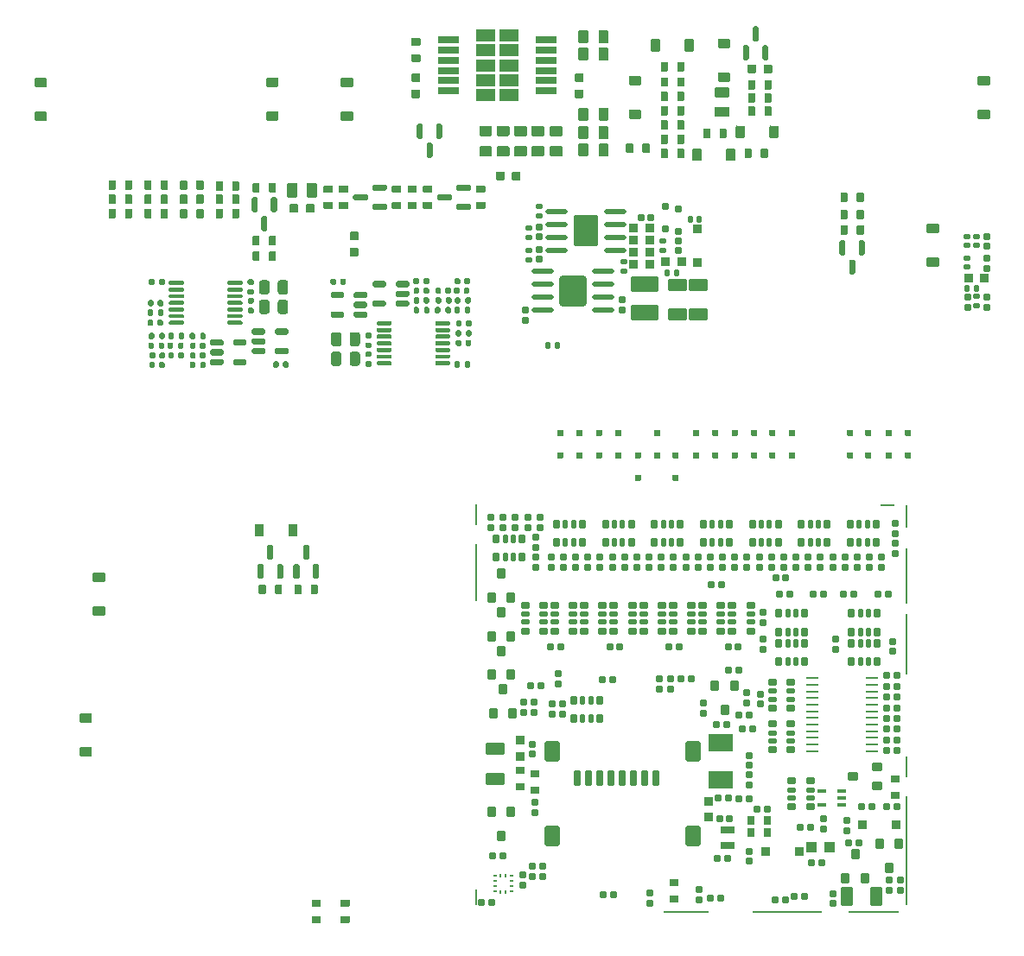
<source format=gbp>
G75*
G70*
%OFA0B0*%
%FSLAX25Y25*%
%IPPOS*%
%LPD*%
%AMOC8*
5,1,8,0,0,1.08239X$1,22.5*
%
%AMM132*
21,1,0.035430,0.030320,-0.000000,-0.000000,270.000000*
21,1,0.028350,0.037400,-0.000000,-0.000000,270.000000*
1,1,0.007090,-0.015160,-0.014170*
1,1,0.007090,-0.015160,0.014170*
1,1,0.007090,0.015160,0.014170*
1,1,0.007090,0.015160,-0.014170*
%
%AMM134*
21,1,0.035830,0.026770,-0.000000,-0.000000,180.000000*
21,1,0.029130,0.033470,-0.000000,-0.000000,180.000000*
1,1,0.006690,-0.014570,0.013390*
1,1,0.006690,0.014570,0.013390*
1,1,0.006690,0.014570,-0.013390*
1,1,0.006690,-0.014570,-0.013390*
%
%AMM136*
21,1,0.070870,0.036220,-0.000000,-0.000000,270.000000*
21,1,0.061810,0.045280,-0.000000,-0.000000,270.000000*
1,1,0.009060,-0.018110,-0.030910*
1,1,0.009060,-0.018110,0.030910*
1,1,0.009060,0.018110,0.030910*
1,1,0.009060,0.018110,-0.030910*
%
%AMM156*
21,1,0.033470,0.026770,-0.000000,-0.000000,90.000000*
21,1,0.026770,0.033470,-0.000000,-0.000000,90.000000*
1,1,0.006690,0.013390,0.013390*
1,1,0.006690,0.013390,-0.013390*
1,1,0.006690,-0.013390,-0.013390*
1,1,0.006690,-0.013390,0.013390*
%
%AMM170*
21,1,0.035830,0.026770,0.000000,-0.000000,270.000000*
21,1,0.029130,0.033470,0.000000,-0.000000,270.000000*
1,1,0.006690,-0.013390,-0.014570*
1,1,0.006690,-0.013390,0.014570*
1,1,0.006690,0.013390,0.014570*
1,1,0.006690,0.013390,-0.014570*
%
%AMM172*
21,1,0.070870,0.036220,0.000000,-0.000000,0.000000*
21,1,0.061810,0.045280,0.000000,-0.000000,0.000000*
1,1,0.009060,0.030910,-0.018110*
1,1,0.009060,-0.030910,-0.018110*
1,1,0.009060,-0.030910,0.018110*
1,1,0.009060,0.030910,0.018110*
%
%AMM175*
21,1,0.023620,0.018900,0.000000,-0.000000,0.000000*
21,1,0.018900,0.023620,0.000000,-0.000000,0.000000*
1,1,0.004720,0.009450,-0.009450*
1,1,0.004720,-0.009450,-0.009450*
1,1,0.004720,-0.009450,0.009450*
1,1,0.004720,0.009450,0.009450*
%
%AMM176*
21,1,0.019680,0.019680,0.000000,-0.000000,270.000000*
21,1,0.015750,0.023620,0.000000,-0.000000,270.000000*
1,1,0.003940,-0.009840,-0.007870*
1,1,0.003940,-0.009840,0.007870*
1,1,0.003940,0.009840,0.007870*
1,1,0.003940,0.009840,-0.007870*
%
%AMM177*
21,1,0.019680,0.019680,0.000000,-0.000000,180.000000*
21,1,0.015750,0.023620,0.000000,-0.000000,180.000000*
1,1,0.003940,-0.007870,0.009840*
1,1,0.003940,0.007870,0.009840*
1,1,0.003940,0.007870,-0.009840*
1,1,0.003940,-0.007870,-0.009840*
%
%AMM191*
21,1,0.106300,0.050390,0.000000,-0.000000,0.000000*
21,1,0.093700,0.062990,0.000000,-0.000000,0.000000*
1,1,0.012600,0.046850,-0.025200*
1,1,0.012600,-0.046850,-0.025200*
1,1,0.012600,-0.046850,0.025200*
1,1,0.012600,0.046850,0.025200*
%
%AMM192*
21,1,0.033470,0.026770,0.000000,-0.000000,180.000000*
21,1,0.026770,0.033470,0.000000,-0.000000,180.000000*
1,1,0.006690,-0.013390,0.013390*
1,1,0.006690,0.013390,0.013390*
1,1,0.006690,0.013390,-0.013390*
1,1,0.006690,-0.013390,-0.013390*
%
%AMM193*
21,1,0.023620,0.018900,0.000000,-0.000000,90.000000*
21,1,0.018900,0.023620,0.000000,-0.000000,90.000000*
1,1,0.004720,0.009450,0.009450*
1,1,0.004720,0.009450,-0.009450*
1,1,0.004720,-0.009450,-0.009450*
1,1,0.004720,-0.009450,0.009450*
%
%AMM194*
21,1,0.122050,0.075590,0.000000,-0.000000,90.000000*
21,1,0.103150,0.094490,0.000000,-0.000000,90.000000*
1,1,0.018900,0.037800,0.051580*
1,1,0.018900,0.037800,-0.051580*
1,1,0.018900,-0.037800,-0.051580*
1,1,0.018900,-0.037800,0.051580*
%
%AMM195*
21,1,0.118110,0.083460,0.000000,-0.000000,270.000000*
21,1,0.097240,0.104330,0.000000,-0.000000,270.000000*
1,1,0.020870,-0.041730,-0.048620*
1,1,0.020870,-0.041730,0.048620*
1,1,0.020870,0.041730,0.048620*
1,1,0.020870,0.041730,-0.048620*
%
%AMM206*
21,1,0.027560,0.030710,-0.000000,-0.000000,180.000000*
21,1,0.022050,0.036220,-0.000000,-0.000000,180.000000*
1,1,0.005510,-0.011020,0.015350*
1,1,0.005510,0.011020,0.015350*
1,1,0.005510,0.011020,-0.015350*
1,1,0.005510,-0.011020,-0.015350*
%
%AMM267*
21,1,0.027560,0.018900,-0.000000,-0.000000,0.000000*
21,1,0.022840,0.023620,-0.000000,-0.000000,0.000000*
1,1,0.004720,0.011420,-0.009450*
1,1,0.004720,-0.011420,-0.009450*
1,1,0.004720,-0.011420,0.009450*
1,1,0.004720,0.011420,0.009450*
%
%AMM270*
21,1,0.025590,0.026380,-0.000000,-0.000000,270.000000*
21,1,0.020470,0.031500,-0.000000,-0.000000,270.000000*
1,1,0.005120,-0.013190,-0.010240*
1,1,0.005120,-0.013190,0.010240*
1,1,0.005120,0.013190,0.010240*
1,1,0.005120,0.013190,-0.010240*
%
%AMM271*
21,1,0.017720,0.027950,-0.000000,-0.000000,270.000000*
21,1,0.014170,0.031500,-0.000000,-0.000000,270.000000*
1,1,0.003540,-0.013980,-0.007090*
1,1,0.003540,-0.013980,0.007090*
1,1,0.003540,0.013980,0.007090*
1,1,0.003540,0.013980,-0.007090*
%
%AMM273*
21,1,0.012600,0.028980,-0.000000,-0.000000,270.000000*
21,1,0.010080,0.031500,-0.000000,-0.000000,270.000000*
1,1,0.002520,-0.014490,-0.005040*
1,1,0.002520,-0.014490,0.005040*
1,1,0.002520,0.014490,0.005040*
1,1,0.002520,0.014490,-0.005040*
%
%AMM276*
21,1,0.027560,0.018900,-0.000000,-0.000000,270.000000*
21,1,0.022840,0.023620,-0.000000,-0.000000,270.000000*
1,1,0.004720,-0.009450,-0.011420*
1,1,0.004720,-0.009450,0.011420*
1,1,0.004720,0.009450,0.011420*
1,1,0.004720,0.009450,-0.011420*
%
%AMM293*
21,1,0.035430,0.030320,-0.000000,-0.000000,0.000000*
21,1,0.028350,0.037400,-0.000000,-0.000000,0.000000*
1,1,0.007090,0.014170,-0.015160*
1,1,0.007090,-0.014170,-0.015160*
1,1,0.007090,-0.014170,0.015160*
1,1,0.007090,0.014170,0.015160*
%
%AMM294*
21,1,0.070870,0.036220,-0.000000,-0.000000,180.000000*
21,1,0.061810,0.045280,-0.000000,-0.000000,180.000000*
1,1,0.009060,-0.030910,0.018110*
1,1,0.009060,0.030910,0.018110*
1,1,0.009060,0.030910,-0.018110*
1,1,0.009060,-0.030910,-0.018110*
%
%AMM295*
21,1,0.059060,0.020470,-0.000000,-0.000000,270.000000*
21,1,0.053940,0.025590,-0.000000,-0.000000,270.000000*
1,1,0.005120,-0.010240,-0.026970*
1,1,0.005120,-0.010240,0.026970*
1,1,0.005120,0.010240,0.026970*
1,1,0.005120,0.010240,-0.026970*
%
%AMM296*
21,1,0.078740,0.045670,-0.000000,-0.000000,270.000000*
21,1,0.067320,0.057090,-0.000000,-0.000000,270.000000*
1,1,0.011420,-0.022840,-0.033660*
1,1,0.011420,-0.022840,0.033660*
1,1,0.011420,0.022840,0.033660*
1,1,0.011420,0.022840,-0.033660*
%
%AMM297*
21,1,0.025590,0.026380,-0.000000,-0.000000,180.000000*
21,1,0.020470,0.031500,-0.000000,-0.000000,180.000000*
1,1,0.005120,-0.010240,0.013190*
1,1,0.005120,0.010240,0.013190*
1,1,0.005120,0.010240,-0.013190*
1,1,0.005120,-0.010240,-0.013190*
%
%AMM298*
21,1,0.017720,0.027950,-0.000000,-0.000000,180.000000*
21,1,0.014170,0.031500,-0.000000,-0.000000,180.000000*
1,1,0.003540,-0.007090,0.013980*
1,1,0.003540,0.007090,0.013980*
1,1,0.003540,0.007090,-0.013980*
1,1,0.003540,-0.007090,-0.013980*
%
%AMM299*
21,1,0.027560,0.030710,-0.000000,-0.000000,270.000000*
21,1,0.022050,0.036220,-0.000000,-0.000000,270.000000*
1,1,0.005510,-0.015350,-0.011020*
1,1,0.005510,-0.015350,0.011020*
1,1,0.005510,0.015350,0.011020*
1,1,0.005510,0.015350,-0.011020*
%
%AMM300*
21,1,0.027560,0.049610,-0.000000,-0.000000,90.000000*
21,1,0.022050,0.055120,-0.000000,-0.000000,90.000000*
1,1,0.005510,0.024800,0.011020*
1,1,0.005510,0.024800,-0.011020*
1,1,0.005510,-0.024800,-0.011020*
1,1,0.005510,-0.024800,0.011020*
%
%ADD135O,0.04961X0.00984*%
%ADD202R,0.03937X0.04331*%
%ADD207R,0.09449X0.06693*%
%ADD21R,0.00787X0.09055*%
%ADD212R,0.00984X0.01378*%
%ADD213R,0.01378X0.00984*%
%ADD22R,0.00787X0.42126*%
%ADD23R,0.00787X0.08268*%
%ADD24R,0.00787X0.23622*%
%ADD25R,0.00787X0.21260*%
%ADD26R,0.05512X0.00787*%
%ADD265O,0.08661X0.01968*%
%ADD27R,0.19685X0.00787*%
%ADD277M132*%
%ADD279M134*%
%ADD28R,0.26772X0.00787*%
%ADD281M136*%
%ADD29R,0.17717X0.00787*%
%ADD30R,0.00787X0.06299*%
%ADD301M156*%
%ADD31R,0.00787X0.22441*%
%ADD315M170*%
%ADD317M172*%
%ADD32R,0.00787X0.07874*%
%ADD320M175*%
%ADD321M176*%
%ADD322M177*%
%ADD336M191*%
%ADD337M192*%
%ADD338M193*%
%ADD339M194*%
%ADD340M195*%
%ADD357M206*%
%ADD443M267*%
%ADD446M270*%
%ADD447M271*%
%ADD449M273*%
%ADD452M276*%
%ADD469M293*%
%ADD470M294*%
%ADD471M295*%
%ADD472M296*%
%ADD473M297*%
%ADD474M298*%
%ADD475M299*%
%ADD476M300*%
%ADD76R,0.07874X0.02559*%
%ADD81R,0.07677X0.04567*%
X0000000Y0000000D02*
%LPD*%
G01*
D21*
X0340945Y0167913D03*
D22*
X0340945Y0038780D03*
D23*
X0340945Y0071063D03*
D24*
X0340945Y0118504D03*
D25*
X0340945Y0144882D03*
D26*
X0333858Y0172047D03*
D27*
X0328346Y0014961D03*
D28*
X0294882Y0014961D03*
D29*
X0256102Y0014961D03*
D30*
X0175197Y0020866D03*
D31*
X0175197Y0146260D03*
D32*
X0175197Y0168504D03*
G36*
G01*
X0088780Y0293100D02*
X0088780Y0296171D01*
G75*
G02*
X0089055Y0296447I0000276J0000000D01*
G01*
X0091260Y0296447D01*
G75*
G02*
X0091535Y0296171I0000000J-000276D01*
G01*
X0091535Y0293100D01*
G75*
G02*
X0091260Y0292825I-000276J0000000D01*
G01*
X0089055Y0292825D01*
G75*
G02*
X0088780Y0293100I0000000J0000276D01*
G01*
G37*
G36*
G01*
X0095079Y0293100D02*
X0095079Y0296171D01*
G75*
G02*
X0095354Y0296447I0000276J0000000D01*
G01*
X0097559Y0296447D01*
G75*
G02*
X0097835Y0296171I0000000J-000276D01*
G01*
X0097835Y0293100D01*
G75*
G02*
X0097559Y0292825I-000276J0000000D01*
G01*
X0095354Y0292825D01*
G75*
G02*
X0095079Y0293100I0000000J0000276D01*
G01*
G37*
G36*
G01*
X0112697Y0287953D02*
X0112697Y0285276D01*
G75*
G02*
X0112362Y0284941I-000335J0000000D01*
G01*
X0109685Y0284941D01*
G75*
G02*
X0109350Y0285276I0000000J0000335D01*
G01*
X0109350Y0287953D01*
G75*
G02*
X0109685Y0288287I0000335J0000000D01*
G01*
X0112362Y0288287D01*
G75*
G02*
X0112697Y0287953I0000000J-000335D01*
G01*
G37*
G36*
G01*
X0106476Y0287953D02*
X0106476Y0285276D01*
G75*
G02*
X0106142Y0284941I-000335J0000000D01*
G01*
X0103465Y0284941D01*
G75*
G02*
X0103130Y0285276I0000000J0000335D01*
G01*
X0103130Y0287953D01*
G75*
G02*
X0103465Y0288287I0000335J0000000D01*
G01*
X0106142Y0288287D01*
G75*
G02*
X0106476Y0287953I0000000J-000335D01*
G01*
G37*
G36*
G01*
X0315551Y0276811D02*
X0315551Y0279882D01*
G75*
G02*
X0315827Y0280157I0000276J0000000D01*
G01*
X0318031Y0280157D01*
G75*
G02*
X0318307Y0279882I0000000J-000276D01*
G01*
X0318307Y0276811D01*
G75*
G02*
X0318031Y0276535I-000276J0000000D01*
G01*
X0315827Y0276535D01*
G75*
G02*
X0315551Y0276811I0000000J0000276D01*
G01*
G37*
G36*
G01*
X0321850Y0276811D02*
X0321850Y0279882D01*
G75*
G02*
X0322126Y0280157I0000276J0000000D01*
G01*
X0324331Y0280157D01*
G75*
G02*
X0324606Y0279882I0000000J-000276D01*
G01*
X0324606Y0276811D01*
G75*
G02*
X0324331Y0276535I-000276J0000000D01*
G01*
X0322126Y0276535D01*
G75*
G02*
X0321850Y0276811I0000000J0000276D01*
G01*
G37*
G36*
G01*
X0153289Y0343268D02*
X0150218Y0343268D01*
G75*
G02*
X0149942Y0343543I0000000J0000276D01*
G01*
X0149942Y0345748D01*
G75*
G02*
X0150218Y0346024I0000276J0000000D01*
G01*
X0153289Y0346024D01*
G75*
G02*
X0153564Y0345748I0000000J-000276D01*
G01*
X0153564Y0343543D01*
G75*
G02*
X0153289Y0343268I-000276J0000000D01*
G01*
G37*
G36*
G01*
X0153289Y0349567D02*
X0150218Y0349567D01*
G75*
G02*
X0149942Y0349843I0000000J0000276D01*
G01*
X0149942Y0352047D01*
G75*
G02*
X0150218Y0352323I0000276J0000000D01*
G01*
X0153289Y0352323D01*
G75*
G02*
X0153564Y0352047I0000000J-000276D01*
G01*
X0153564Y0349843D01*
G75*
G02*
X0153289Y0349567I-000276J0000000D01*
G01*
G37*
G36*
G01*
X0298031Y0192283D02*
X0298031Y0190394D01*
G75*
G02*
X0297795Y0190157I-000236J0000000D01*
G01*
X0295906Y0190157D01*
G75*
G02*
X0295669Y0190394I0000000J0000236D01*
G01*
X0295669Y0192283D01*
G75*
G02*
X0295906Y0192520I0000236J0000000D01*
G01*
X0297795Y0192520D01*
G75*
G02*
X0298031Y0192283I0000000J-000236D01*
G01*
G37*
G36*
G01*
X0298031Y0200945D02*
X0298031Y0199055D01*
G75*
G02*
X0297795Y0198819I-000236J0000000D01*
G01*
X0295906Y0198819D01*
G75*
G02*
X0295669Y0199055I0000000J0000236D01*
G01*
X0295669Y0200945D01*
G75*
G02*
X0295906Y0201181I0000236J0000000D01*
G01*
X0297795Y0201181D01*
G75*
G02*
X0298031Y0200945I0000000J-000236D01*
G01*
G37*
G36*
G01*
X0150415Y0338799D02*
X0153092Y0338799D01*
G75*
G02*
X0153426Y0338465I0000000J-000335D01*
G01*
X0153426Y0335787D01*
G75*
G02*
X0153092Y0335453I-000335J0000000D01*
G01*
X0150415Y0335453D01*
G75*
G02*
X0150080Y0335787I0000000J0000335D01*
G01*
X0150080Y0338465D01*
G75*
G02*
X0150415Y0338799I0000335J0000000D01*
G01*
G37*
G36*
G01*
X0150415Y0332579D02*
X0153092Y0332579D01*
G75*
G02*
X0153426Y0332244I0000000J-000335D01*
G01*
X0153426Y0329567D01*
G75*
G02*
X0153092Y0329232I-000335J0000000D01*
G01*
X0150415Y0329232D01*
G75*
G02*
X0150080Y0329567I0000000J0000335D01*
G01*
X0150080Y0332244D01*
G75*
G02*
X0150415Y0332579I0000335J0000000D01*
G01*
G37*
G36*
G01*
X0223622Y0192283D02*
X0223622Y0190394D01*
G75*
G02*
X0223386Y0190157I-000236J0000000D01*
G01*
X0221496Y0190157D01*
G75*
G02*
X0221260Y0190394I0000000J0000236D01*
G01*
X0221260Y0192283D01*
G75*
G02*
X0221496Y0192520I0000236J0000000D01*
G01*
X0223386Y0192520D01*
G75*
G02*
X0223622Y0192283I0000000J-000236D01*
G01*
G37*
G36*
G01*
X0223622Y0200945D02*
X0223622Y0199055D01*
G75*
G02*
X0223386Y0198819I-000236J0000000D01*
G01*
X0221496Y0198819D01*
G75*
G02*
X0221260Y0199055I0000000J0000236D01*
G01*
X0221260Y0200945D01*
G75*
G02*
X0221496Y0201181I0000236J0000000D01*
G01*
X0223386Y0201181D01*
G75*
G02*
X0223622Y0200945I0000000J-000236D01*
G01*
G37*
G36*
G01*
X0047047Y0283110D02*
X0047047Y0286181D01*
G75*
G02*
X0047323Y0286457I0000276J0000000D01*
G01*
X0049528Y0286457D01*
G75*
G02*
X0049803Y0286181I0000000J-000276D01*
G01*
X0049803Y0283110D01*
G75*
G02*
X0049528Y0282835I-000276J0000000D01*
G01*
X0047323Y0282835D01*
G75*
G02*
X0047047Y0283110I0000000J0000276D01*
G01*
G37*
G36*
G01*
X0053346Y0283110D02*
X0053346Y0286181D01*
G75*
G02*
X0053622Y0286457I0000276J0000000D01*
G01*
X0055827Y0286457D01*
G75*
G02*
X0056102Y0286181I0000000J-000276D01*
G01*
X0056102Y0283110D01*
G75*
G02*
X0055827Y0282835I-000276J0000000D01*
G01*
X0053622Y0282835D01*
G75*
G02*
X0053346Y0283110I0000000J0000276D01*
G01*
G37*
G36*
G01*
X0246260Y0317362D02*
X0246260Y0320433D01*
G75*
G02*
X0246535Y0320709I0000276J0000000D01*
G01*
X0248740Y0320709D01*
G75*
G02*
X0249016Y0320433I0000000J-000276D01*
G01*
X0249016Y0317362D01*
G75*
G02*
X0248740Y0317087I-000276J0000000D01*
G01*
X0246535Y0317087D01*
G75*
G02*
X0246260Y0317362I0000000J0000276D01*
G01*
G37*
G36*
G01*
X0252559Y0317362D02*
X0252559Y0320433D01*
G75*
G02*
X0252835Y0320709I0000276J0000000D01*
G01*
X0255039Y0320709D01*
G75*
G02*
X0255315Y0320433I0000000J-000276D01*
G01*
X0255315Y0317362D01*
G75*
G02*
X0255039Y0317087I-000276J0000000D01*
G01*
X0252835Y0317087D01*
G75*
G02*
X0252559Y0317362I0000000J0000276D01*
G01*
G37*
G36*
G01*
X0047047Y0294134D02*
X0047047Y0297205D01*
G75*
G02*
X0047323Y0297480I0000276J0000000D01*
G01*
X0049528Y0297480D01*
G75*
G02*
X0049803Y0297205I0000000J-000276D01*
G01*
X0049803Y0294134D01*
G75*
G02*
X0049528Y0293858I-000276J0000000D01*
G01*
X0047323Y0293858D01*
G75*
G02*
X0047047Y0294134I0000000J0000276D01*
G01*
G37*
G36*
G01*
X0053346Y0294134D02*
X0053346Y0297205D01*
G75*
G02*
X0053622Y0297480I0000276J0000000D01*
G01*
X0055827Y0297480D01*
G75*
G02*
X0056102Y0297205I0000000J-000276D01*
G01*
X0056102Y0294134D01*
G75*
G02*
X0055827Y0293858I-000276J0000000D01*
G01*
X0053622Y0293858D01*
G75*
G02*
X0053346Y0294134I0000000J0000276D01*
G01*
G37*
G36*
G01*
X0275197Y0314232D02*
X0275197Y0318248D01*
G75*
G02*
X0275551Y0318602I0000354J0000000D01*
G01*
X0278386Y0318602D01*
G75*
G02*
X0278740Y0318248I0000000J-000354D01*
G01*
X0278740Y0314232D01*
G75*
G02*
X0278386Y0313878I-000354J0000000D01*
G01*
X0275551Y0313878D01*
G75*
G02*
X0275197Y0314232I0000000J0000354D01*
G01*
G37*
G36*
G01*
X0288189Y0314232D02*
X0288189Y0318248D01*
G75*
G02*
X0288543Y0318602I0000354J0000000D01*
G01*
X0291378Y0318602D01*
G75*
G02*
X0291732Y0318248I0000000J-000354D01*
G01*
X0291732Y0314232D01*
G75*
G02*
X0291378Y0313878I-000354J0000000D01*
G01*
X0288543Y0313878D01*
G75*
G02*
X0288189Y0314232I0000000J0000354D01*
G01*
G37*
G36*
G01*
X0192185Y0300551D02*
X0192185Y0297874D01*
G75*
G02*
X0191850Y0297539I-000335J0000000D01*
G01*
X0189173Y0297539D01*
G75*
G02*
X0188839Y0297874I0000000J0000335D01*
G01*
X0188839Y0300551D01*
G75*
G02*
X0189173Y0300886I0000335J0000000D01*
G01*
X0191850Y0300886D01*
G75*
G02*
X0192185Y0300551I0000000J-000335D01*
G01*
G37*
G36*
G01*
X0185965Y0300551D02*
X0185965Y0297874D01*
G75*
G02*
X0185630Y0297539I-000335J0000000D01*
G01*
X0182953Y0297539D01*
G75*
G02*
X0182618Y0297874I0000000J0000335D01*
G01*
X0182618Y0300551D01*
G75*
G02*
X0182953Y0300886I0000335J0000000D01*
G01*
X0185630Y0300886D01*
G75*
G02*
X0185965Y0300551I0000000J-000335D01*
G01*
G37*
G36*
G01*
X0236220Y0190394D02*
X0236220Y0192283D01*
G75*
G02*
X0236457Y0192520I0000236J0000000D01*
G01*
X0238346Y0192520D01*
G75*
G02*
X0238583Y0192283I0000000J-000236D01*
G01*
X0238583Y0190394D01*
G75*
G02*
X0238346Y0190157I-000236J0000000D01*
G01*
X0236457Y0190157D01*
G75*
G02*
X0236220Y0190394I0000000J0000236D01*
G01*
G37*
G36*
G01*
X0236220Y0181732D02*
X0236220Y0183622D01*
G75*
G02*
X0236457Y0183858I0000236J0000000D01*
G01*
X0238346Y0183858D01*
G75*
G02*
X0238583Y0183622I0000000J-000236D01*
G01*
X0238583Y0181732D01*
G75*
G02*
X0238346Y0181496I-000236J0000000D01*
G01*
X0236457Y0181496D01*
G75*
G02*
X0236220Y0181732I0000000J0000236D01*
G01*
G37*
G36*
G01*
X0216084Y0329232D02*
X0213407Y0329232D01*
G75*
G02*
X0213072Y0329567I0000000J0000335D01*
G01*
X0213072Y0332244D01*
G75*
G02*
X0213407Y0332579I0000335J0000000D01*
G01*
X0216084Y0332579D01*
G75*
G02*
X0216418Y0332244I0000000J-000335D01*
G01*
X0216418Y0329567D01*
G75*
G02*
X0216084Y0329232I-000335J0000000D01*
G01*
G37*
G36*
G01*
X0216084Y0335453D02*
X0213407Y0335453D01*
G75*
G02*
X0213072Y0335787I0000000J0000335D01*
G01*
X0213072Y0338465D01*
G75*
G02*
X0213407Y0338799I0000335J0000000D01*
G01*
X0216084Y0338799D01*
G75*
G02*
X0216418Y0338465I0000000J-000335D01*
G01*
X0216418Y0335787D01*
G75*
G02*
X0216084Y0335453I-000335J0000000D01*
G01*
G37*
G36*
G01*
X0327510Y0192289D02*
X0327510Y0190400D01*
G75*
G02*
X0327274Y0190163I-000236J0000000D01*
G01*
X0325384Y0190163D01*
G75*
G02*
X0325148Y0190400I0000000J0000236D01*
G01*
X0325148Y0192289D01*
G75*
G02*
X0325384Y0192526I0000236J0000000D01*
G01*
X0327274Y0192526D01*
G75*
G02*
X0327510Y0192289I0000000J-000236D01*
G01*
G37*
G36*
G01*
X0327510Y0200951D02*
X0327510Y0199061D01*
G75*
G02*
X0327274Y0198825I-000236J0000000D01*
G01*
X0325384Y0198825D01*
G75*
G02*
X0325148Y0199061I0000000J0000236D01*
G01*
X0325148Y0200951D01*
G75*
G02*
X0325384Y0201187I0000236J0000000D01*
G01*
X0327274Y0201187D01*
G75*
G02*
X0327510Y0200951I0000000J-000236D01*
G01*
G37*
G36*
G01*
X0173130Y0295276D02*
X0173130Y0294094D01*
G75*
G02*
X0172539Y0293504I-000591J0000000D01*
G01*
X0167913Y0293504D01*
G75*
G02*
X0167323Y0294094I0000000J0000591D01*
G01*
X0167323Y0295276D01*
G75*
G02*
X0167913Y0295866I0000591J0000000D01*
G01*
X0172539Y0295866D01*
G75*
G02*
X0173130Y0295276I0000000J-000591D01*
G01*
G37*
G36*
G01*
X0165748Y0291535D02*
X0165748Y0290354D01*
G75*
G02*
X0165157Y0289764I-000591J0000000D01*
G01*
X0160531Y0289764D01*
G75*
G02*
X0159941Y0290354I0000000J0000591D01*
G01*
X0159941Y0291535D01*
G75*
G02*
X0160531Y0292126I0000591J0000000D01*
G01*
X0165157Y0292126D01*
G75*
G02*
X0165748Y0291535I0000000J-000591D01*
G01*
G37*
G36*
G01*
X0173130Y0287795D02*
X0173130Y0286614D01*
G75*
G02*
X0172539Y0286024I-000591J0000000D01*
G01*
X0167913Y0286024D01*
G75*
G02*
X0167323Y0286614I0000000J0000591D01*
G01*
X0167323Y0287795D01*
G75*
G02*
X0167913Y0288386I0000591J0000000D01*
G01*
X0172539Y0288386D01*
G75*
G02*
X0173130Y0287795I0000000J-000591D01*
G01*
G37*
G36*
G01*
X0091142Y0138061D02*
X0091142Y0141132D01*
G75*
G02*
X0091417Y0141408I0000276J0000000D01*
G01*
X0093622Y0141408D01*
G75*
G02*
X0093898Y0141132I0000000J-000276D01*
G01*
X0093898Y0138061D01*
G75*
G02*
X0093622Y0137786I-000276J0000000D01*
G01*
X0091417Y0137786D01*
G75*
G02*
X0091142Y0138061I0000000J0000276D01*
G01*
G37*
G36*
G01*
X0097441Y0138061D02*
X0097441Y0141132D01*
G75*
G02*
X0097717Y0141408I0000276J0000000D01*
G01*
X0099921Y0141408D01*
G75*
G02*
X0100197Y0141132I0000000J-000276D01*
G01*
X0100197Y0138061D01*
G75*
G02*
X0099921Y0137786I-000276J0000000D01*
G01*
X0097717Y0137786D01*
G75*
G02*
X0097441Y0138061I0000000J0000276D01*
G01*
G37*
G36*
G01*
X0026496Y0075197D02*
X0022480Y0075197D01*
G75*
G02*
X0022126Y0075551I0000000J0000354D01*
G01*
X0022126Y0078386D01*
G75*
G02*
X0022480Y0078740I0000354J0000000D01*
G01*
X0026496Y0078740D01*
G75*
G02*
X0026850Y0078386I0000000J-000354D01*
G01*
X0026850Y0075551D01*
G75*
G02*
X0026496Y0075197I-000354J0000000D01*
G01*
G37*
G36*
G01*
X0026496Y0088189D02*
X0022480Y0088189D01*
G75*
G02*
X0022126Y0088543I0000000J0000354D01*
G01*
X0022126Y0091378D01*
G75*
G02*
X0022480Y0091732I0000354J0000000D01*
G01*
X0026496Y0091732D01*
G75*
G02*
X0026850Y0091378I0000000J-000354D01*
G01*
X0026850Y0088543D01*
G75*
G02*
X0026496Y0088189I-000354J0000000D01*
G01*
G37*
G36*
G01*
X0231053Y0192289D02*
X0231053Y0190400D01*
G75*
G02*
X0230817Y0190163I-000236J0000000D01*
G01*
X0228927Y0190163D01*
G75*
G02*
X0228691Y0190400I0000000J0000236D01*
G01*
X0228691Y0192289D01*
G75*
G02*
X0228927Y0192526I0000236J0000000D01*
G01*
X0230817Y0192526D01*
G75*
G02*
X0231053Y0192289I0000000J-000236D01*
G01*
G37*
G36*
G01*
X0231053Y0200951D02*
X0231053Y0199061D01*
G75*
G02*
X0230817Y0198825I-000236J0000000D01*
G01*
X0228927Y0198825D01*
G75*
G02*
X0228691Y0199061I0000000J0000236D01*
G01*
X0228691Y0200951D01*
G75*
G02*
X0228927Y0201187I0000236J0000000D01*
G01*
X0230817Y0201187D01*
G75*
G02*
X0231053Y0200951I0000000J-000236D01*
G01*
G37*
G36*
G01*
X0278543Y0306437D02*
X0278543Y0309508D01*
G75*
G02*
X0278819Y0309783I0000276J0000000D01*
G01*
X0281024Y0309783D01*
G75*
G02*
X0281299Y0309508I0000000J-000276D01*
G01*
X0281299Y0306437D01*
G75*
G02*
X0281024Y0306161I-000276J0000000D01*
G01*
X0278819Y0306161D01*
G75*
G02*
X0278543Y0306437I0000000J0000276D01*
G01*
G37*
G36*
G01*
X0284843Y0306437D02*
X0284843Y0309508D01*
G75*
G02*
X0285118Y0309783I0000276J0000000D01*
G01*
X0287323Y0309783D01*
G75*
G02*
X0287598Y0309508I0000000J-000276D01*
G01*
X0287598Y0306437D01*
G75*
G02*
X0287323Y0306161I-000276J0000000D01*
G01*
X0285118Y0306161D01*
G75*
G02*
X0284843Y0306437I0000000J0000276D01*
G01*
G37*
G36*
G01*
X0324606Y0285787D02*
X0324606Y0282717D01*
G75*
G02*
X0324331Y0282441I-000276J0000000D01*
G01*
X0322126Y0282441D01*
G75*
G02*
X0321850Y0282717I0000000J0000276D01*
G01*
X0321850Y0285787D01*
G75*
G02*
X0322126Y0286063I0000276J0000000D01*
G01*
X0324331Y0286063D01*
G75*
G02*
X0324606Y0285787I0000000J-000276D01*
G01*
G37*
G36*
G01*
X0318307Y0285787D02*
X0318307Y0282717D01*
G75*
G02*
X0318031Y0282441I-000276J0000000D01*
G01*
X0315827Y0282441D01*
G75*
G02*
X0315551Y0282717I0000000J0000276D01*
G01*
X0315551Y0285787D01*
G75*
G02*
X0315827Y0286063I0000276J0000000D01*
G01*
X0318031Y0286063D01*
G75*
G02*
X0318307Y0285787I0000000J-000276D01*
G01*
G37*
G36*
G01*
X0353209Y0264075D02*
X0349193Y0264075D01*
G75*
G02*
X0348839Y0264429I0000000J0000354D01*
G01*
X0348839Y0267264D01*
G75*
G02*
X0349193Y0267618I0000354J0000000D01*
G01*
X0353209Y0267618D01*
G75*
G02*
X0353563Y0267264I0000000J-000354D01*
G01*
X0353563Y0264429D01*
G75*
G02*
X0353209Y0264075I-000354J0000000D01*
G01*
G37*
G36*
G01*
X0353209Y0277067D02*
X0349193Y0277067D01*
G75*
G02*
X0348839Y0277421I0000000J0000354D01*
G01*
X0348839Y0280256D01*
G75*
G02*
X0349193Y0280610I0000354J0000000D01*
G01*
X0353209Y0280610D01*
G75*
G02*
X0353563Y0280256I0000000J-000354D01*
G01*
X0353563Y0277421D01*
G75*
G02*
X0353209Y0277067I-000354J0000000D01*
G01*
G37*
G36*
G01*
X0283465Y0192283D02*
X0283465Y0190394D01*
G75*
G02*
X0283228Y0190157I-000236J0000000D01*
G01*
X0281339Y0190157D01*
G75*
G02*
X0281102Y0190394I0000000J0000236D01*
G01*
X0281102Y0192283D01*
G75*
G02*
X0281339Y0192520I0000236J0000000D01*
G01*
X0283228Y0192520D01*
G75*
G02*
X0283465Y0192283I0000000J-000236D01*
G01*
G37*
G36*
G01*
X0283465Y0200945D02*
X0283465Y0199055D01*
G75*
G02*
X0283228Y0198819I-000236J0000000D01*
G01*
X0281339Y0198819D01*
G75*
G02*
X0281102Y0199055I0000000J0000236D01*
G01*
X0281102Y0200945D01*
G75*
G02*
X0281339Y0201181I0000236J0000000D01*
G01*
X0283228Y0201181D01*
G75*
G02*
X0283465Y0200945I0000000J-000236D01*
G01*
G37*
G36*
G01*
X0214352Y0313839D02*
X0214352Y0317972D01*
G75*
G02*
X0214745Y0318366I0000394J0000000D01*
G01*
X0217895Y0318366D01*
G75*
G02*
X0218289Y0317972I0000000J-000394D01*
G01*
X0218289Y0313839D01*
G75*
G02*
X0217895Y0313445I-000394J0000000D01*
G01*
X0214745Y0313445D01*
G75*
G02*
X0214352Y0313839I0000000J0000394D01*
G01*
G37*
G36*
G01*
X0222226Y0313839D02*
X0222226Y0317972D01*
G75*
G02*
X0222619Y0318366I0000394J0000000D01*
G01*
X0225769Y0318366D01*
G75*
G02*
X0226163Y0317972I0000000J-000394D01*
G01*
X0226163Y0313839D01*
G75*
G02*
X0225769Y0313445I-000394J0000000D01*
G01*
X0222619Y0313445D01*
G75*
G02*
X0222226Y0313839I0000000J0000394D01*
G01*
G37*
G36*
G01*
X0255315Y0314921D02*
X0255315Y0311850D01*
G75*
G02*
X0255039Y0311575I-000276J0000000D01*
G01*
X0252835Y0311575D01*
G75*
G02*
X0252559Y0311850I0000000J0000276D01*
G01*
X0252559Y0314921D01*
G75*
G02*
X0252835Y0315197I0000276J0000000D01*
G01*
X0255039Y0315197D01*
G75*
G02*
X0255315Y0314921I0000000J-000276D01*
G01*
G37*
G36*
G01*
X0249016Y0314921D02*
X0249016Y0311850D01*
G75*
G02*
X0248740Y0311575I-000276J0000000D01*
G01*
X0246535Y0311575D01*
G75*
G02*
X0246260Y0311850I0000000J0000276D01*
G01*
X0246260Y0314921D01*
G75*
G02*
X0246535Y0315197I0000276J0000000D01*
G01*
X0248740Y0315197D01*
G75*
G02*
X0249016Y0314921I0000000J-000276D01*
G01*
G37*
G36*
G01*
X0060827Y0283110D02*
X0060827Y0286181D01*
G75*
G02*
X0061102Y0286457I0000276J0000000D01*
G01*
X0063307Y0286457D01*
G75*
G02*
X0063583Y0286181I0000000J-000276D01*
G01*
X0063583Y0283110D01*
G75*
G02*
X0063307Y0282835I-000276J0000000D01*
G01*
X0061102Y0282835D01*
G75*
G02*
X0060827Y0283110I0000000J0000276D01*
G01*
G37*
G36*
G01*
X0067126Y0283110D02*
X0067126Y0286181D01*
G75*
G02*
X0067402Y0286457I0000276J0000000D01*
G01*
X0069606Y0286457D01*
G75*
G02*
X0069882Y0286181I0000000J-000276D01*
G01*
X0069882Y0283110D01*
G75*
G02*
X0069606Y0282835I-000276J0000000D01*
G01*
X0067402Y0282835D01*
G75*
G02*
X0067126Y0283110I0000000J0000276D01*
G01*
G37*
G36*
G01*
X0140699Y0295276D02*
X0140699Y0294094D01*
G75*
G02*
X0140108Y0293504I-000591J0000000D01*
G01*
X0135482Y0293504D01*
G75*
G02*
X0134892Y0294094I0000000J0000591D01*
G01*
X0134892Y0295276D01*
G75*
G02*
X0135482Y0295866I0000591J0000000D01*
G01*
X0140108Y0295866D01*
G75*
G02*
X0140699Y0295276I0000000J-000591D01*
G01*
G37*
G36*
G01*
X0133317Y0291535D02*
X0133317Y0290354D01*
G75*
G02*
X0132726Y0289764I-000591J0000000D01*
G01*
X0128100Y0289764D01*
G75*
G02*
X0127510Y0290354I0000000J0000591D01*
G01*
X0127510Y0291535D01*
G75*
G02*
X0128100Y0292126I0000591J0000000D01*
G01*
X0132726Y0292126D01*
G75*
G02*
X0133317Y0291535I0000000J-000591D01*
G01*
G37*
G36*
G01*
X0140699Y0287795D02*
X0140699Y0286614D01*
G75*
G02*
X0140108Y0286024I-000591J0000000D01*
G01*
X0135482Y0286024D01*
G75*
G02*
X0134892Y0286614I0000000J0000591D01*
G01*
X0134892Y0287795D01*
G75*
G02*
X0135482Y0288386I0000591J0000000D01*
G01*
X0140108Y0288386D01*
G75*
G02*
X0140699Y0287795I0000000J-000591D01*
G01*
G37*
G36*
G01*
X0151929Y0286417D02*
X0148858Y0286417D01*
G75*
G02*
X0148583Y0286693I0000000J0000276D01*
G01*
X0148583Y0288898D01*
G75*
G02*
X0148858Y0289173I0000276J0000000D01*
G01*
X0151929Y0289173D01*
G75*
G02*
X0152205Y0288898I0000000J-000276D01*
G01*
X0152205Y0286693D01*
G75*
G02*
X0151929Y0286417I-000276J0000000D01*
G01*
G37*
G36*
G01*
X0151929Y0292717D02*
X0148858Y0292717D01*
G75*
G02*
X0148583Y0292992I0000000J0000276D01*
G01*
X0148583Y0295197D01*
G75*
G02*
X0148858Y0295472I0000276J0000000D01*
G01*
X0151929Y0295472D01*
G75*
G02*
X0152205Y0295197I0000000J-000276D01*
G01*
X0152205Y0292992D01*
G75*
G02*
X0151929Y0292717I-000276J0000000D01*
G01*
G37*
G36*
G01*
X0226163Y0348287D02*
X0226163Y0344154D01*
G75*
G02*
X0225769Y0343760I-000394J0000000D01*
G01*
X0222619Y0343760D01*
G75*
G02*
X0222226Y0344154I0000000J0000394D01*
G01*
X0222226Y0348287D01*
G75*
G02*
X0222619Y0348681I0000394J0000000D01*
G01*
X0225769Y0348681D01*
G75*
G02*
X0226163Y0348287I0000000J-000394D01*
G01*
G37*
G36*
G01*
X0218289Y0348287D02*
X0218289Y0344154D01*
G75*
G02*
X0217895Y0343760I-000394J0000000D01*
G01*
X0214745Y0343760D01*
G75*
G02*
X0214352Y0344154I0000000J0000394D01*
G01*
X0214352Y0348287D01*
G75*
G02*
X0214745Y0348681I0000394J0000000D01*
G01*
X0217895Y0348681D01*
G75*
G02*
X0218289Y0348287I0000000J-000394D01*
G01*
G37*
G36*
G01*
X0178307Y0286417D02*
X0175236Y0286417D01*
G75*
G02*
X0174961Y0286693I0000000J0000276D01*
G01*
X0174961Y0288898D01*
G75*
G02*
X0175236Y0289173I0000276J0000000D01*
G01*
X0178307Y0289173D01*
G75*
G02*
X0178583Y0288898I0000000J-000276D01*
G01*
X0178583Y0286693D01*
G75*
G02*
X0178307Y0286417I-000276J0000000D01*
G01*
G37*
G36*
G01*
X0178307Y0292717D02*
X0175236Y0292717D01*
G75*
G02*
X0174961Y0292992I0000000J0000276D01*
G01*
X0174961Y0295197D01*
G75*
G02*
X0175236Y0295472I0000276J0000000D01*
G01*
X0178307Y0295472D01*
G75*
G02*
X0178583Y0295197I0000000J-000276D01*
G01*
X0178583Y0292992D01*
G75*
G02*
X0178307Y0292717I-000276J0000000D01*
G01*
G37*
G36*
G01*
X0083661Y0291693D02*
X0083661Y0288622D01*
G75*
G02*
X0083386Y0288346I-000276J0000000D01*
G01*
X0081181Y0288346D01*
G75*
G02*
X0080906Y0288622I0000000J0000276D01*
G01*
X0080906Y0291693D01*
G75*
G02*
X0081181Y0291969I0000276J0000000D01*
G01*
X0083386Y0291969D01*
G75*
G02*
X0083661Y0291693I0000000J-000276D01*
G01*
G37*
G36*
G01*
X0077362Y0291693D02*
X0077362Y0288622D01*
G75*
G02*
X0077087Y0288346I-000276J0000000D01*
G01*
X0074882Y0288346D01*
G75*
G02*
X0074606Y0288622I0000000J0000276D01*
G01*
X0074606Y0291693D01*
G75*
G02*
X0074882Y0291969I0000276J0000000D01*
G01*
X0077087Y0291969D01*
G75*
G02*
X0077362Y0291693I0000000J-000276D01*
G01*
G37*
G36*
G01*
X0267421Y0333415D02*
X0272343Y0333415D01*
G75*
G02*
X0272736Y0333022I0000000J-000394D01*
G01*
X0272736Y0329872D01*
G75*
G02*
X0272343Y0329478I-000394J0000000D01*
G01*
X0267421Y0329478D01*
G75*
G02*
X0267028Y0329872I0000000J0000394D01*
G01*
X0267028Y0333022D01*
G75*
G02*
X0267421Y0333415I0000394J0000000D01*
G01*
G37*
G36*
G01*
X0267421Y0325935D02*
X0272343Y0325935D01*
G75*
G02*
X0272736Y0325541I0000000J-000394D01*
G01*
X0272736Y0322392D01*
G75*
G02*
X0272343Y0321998I-000394J0000000D01*
G01*
X0267421Y0321998D01*
G75*
G02*
X0267028Y0322392I0000000J0000394D01*
G01*
X0267028Y0325541D01*
G75*
G02*
X0267421Y0325935I0000394J0000000D01*
G01*
G37*
G36*
G01*
X0069882Y0297205D02*
X0069882Y0294134D01*
G75*
G02*
X0069606Y0293858I-000276J0000000D01*
G01*
X0067402Y0293858D01*
G75*
G02*
X0067126Y0294134I0000000J0000276D01*
G01*
X0067126Y0297205D01*
G75*
G02*
X0067402Y0297480I0000276J0000000D01*
G01*
X0069606Y0297480D01*
G75*
G02*
X0069882Y0297205I0000000J-000276D01*
G01*
G37*
G36*
G01*
X0063583Y0297205D02*
X0063583Y0294134D01*
G75*
G02*
X0063307Y0293858I-000276J0000000D01*
G01*
X0061102Y0293858D01*
G75*
G02*
X0060827Y0294134I0000000J0000276D01*
G01*
X0060827Y0297205D01*
G75*
G02*
X0061102Y0297480I0000276J0000000D01*
G01*
X0063307Y0297480D01*
G75*
G02*
X0063583Y0297205I0000000J-000276D01*
G01*
G37*
G36*
G01*
X0154764Y0295472D02*
X0157835Y0295472D01*
G75*
G02*
X0158110Y0295197I0000000J-000276D01*
G01*
X0158110Y0292992D01*
G75*
G02*
X0157835Y0292717I-000276J0000000D01*
G01*
X0154764Y0292717D01*
G75*
G02*
X0154488Y0292992I0000000J0000276D01*
G01*
X0154488Y0295197D01*
G75*
G02*
X0154764Y0295472I0000276J0000000D01*
G01*
G37*
G36*
G01*
X0154764Y0289173D02*
X0157835Y0289173D01*
G75*
G02*
X0158110Y0288898I0000000J-000276D01*
G01*
X0158110Y0286693D01*
G75*
G02*
X0157835Y0286417I-000276J0000000D01*
G01*
X0154764Y0286417D01*
G75*
G02*
X0154488Y0286693I0000000J0000276D01*
G01*
X0154488Y0288898D01*
G75*
G02*
X0154764Y0289173I0000276J0000000D01*
G01*
G37*
G36*
G01*
X0097835Y0269793D02*
X0097835Y0266722D01*
G75*
G02*
X0097559Y0266447I-000276J0000000D01*
G01*
X0095354Y0266447D01*
G75*
G02*
X0095079Y0266722I0000000J0000276D01*
G01*
X0095079Y0269793D01*
G75*
G02*
X0095354Y0270069I0000276J0000000D01*
G01*
X0097559Y0270069D01*
G75*
G02*
X0097835Y0269793I0000000J-000276D01*
G01*
G37*
G36*
G01*
X0091535Y0269793D02*
X0091535Y0266722D01*
G75*
G02*
X0091260Y0266447I-000276J0000000D01*
G01*
X0089055Y0266447D01*
G75*
G02*
X0088780Y0266722I0000000J0000276D01*
G01*
X0088780Y0269793D01*
G75*
G02*
X0089055Y0270069I0000276J0000000D01*
G01*
X0091260Y0270069D01*
G75*
G02*
X0091535Y0269793I0000000J-000276D01*
G01*
G37*
G36*
G01*
X0272677Y0335581D02*
X0268661Y0335581D01*
G75*
G02*
X0268307Y0335935I0000000J0000354D01*
G01*
X0268307Y0338770D01*
G75*
G02*
X0268661Y0339124I0000354J0000000D01*
G01*
X0272677Y0339124D01*
G75*
G02*
X0273031Y0338770I0000000J-000354D01*
G01*
X0273031Y0335935D01*
G75*
G02*
X0272677Y0335581I-000354J0000000D01*
G01*
G37*
G36*
G01*
X0272677Y0348573D02*
X0268661Y0348573D01*
G75*
G02*
X0268307Y0348927I0000000J0000354D01*
G01*
X0268307Y0351762D01*
G75*
G02*
X0268661Y0352116I0000354J0000000D01*
G01*
X0272677Y0352116D01*
G75*
G02*
X0273031Y0351762I0000000J-000354D01*
G01*
X0273031Y0348927D01*
G75*
G02*
X0272677Y0348573I-000354J0000000D01*
G01*
G37*
G36*
G01*
X0145876Y0286417D02*
X0142805Y0286417D01*
G75*
G02*
X0142530Y0286693I0000000J0000276D01*
G01*
X0142530Y0288898D01*
G75*
G02*
X0142805Y0289173I0000276J0000000D01*
G01*
X0145876Y0289173D01*
G75*
G02*
X0146152Y0288898I0000000J-000276D01*
G01*
X0146152Y0286693D01*
G75*
G02*
X0145876Y0286417I-000276J0000000D01*
G01*
G37*
G36*
G01*
X0145876Y0292717D02*
X0142805Y0292717D01*
G75*
G02*
X0142530Y0292992I0000000J0000276D01*
G01*
X0142530Y0295197D01*
G75*
G02*
X0142805Y0295472I0000276J0000000D01*
G01*
X0145876Y0295472D01*
G75*
G02*
X0146152Y0295197I0000000J-000276D01*
G01*
X0146152Y0292992D01*
G75*
G02*
X0145876Y0292717I-000276J0000000D01*
G01*
G37*
G36*
G01*
X0268504Y0192283D02*
X0268504Y0190394D01*
G75*
G02*
X0268268Y0190157I-000236J0000000D01*
G01*
X0266378Y0190157D01*
G75*
G02*
X0266142Y0190394I0000000J0000236D01*
G01*
X0266142Y0192283D01*
G75*
G02*
X0266378Y0192520I0000236J0000000D01*
G01*
X0268268Y0192520D01*
G75*
G02*
X0268504Y0192283I0000000J-000236D01*
G01*
G37*
G36*
G01*
X0268504Y0200945D02*
X0268504Y0199055D01*
G75*
G02*
X0268268Y0198819I-000236J0000000D01*
G01*
X0266378Y0198819D01*
G75*
G02*
X0266142Y0199055I0000000J0000236D01*
G01*
X0266142Y0200945D01*
G75*
G02*
X0266378Y0201181I0000236J0000000D01*
G01*
X0268268Y0201181D01*
G75*
G02*
X0268504Y0200945I0000000J-000236D01*
G01*
G37*
G36*
G01*
X0104921Y0138061D02*
X0104921Y0141132D01*
G75*
G02*
X0105197Y0141408I0000276J0000000D01*
G01*
X0107402Y0141408D01*
G75*
G02*
X0107677Y0141132I0000000J-000276D01*
G01*
X0107677Y0138061D01*
G75*
G02*
X0107402Y0137786I-000276J0000000D01*
G01*
X0105197Y0137786D01*
G75*
G02*
X0104921Y0138061I0000000J0000276D01*
G01*
G37*
G36*
G01*
X0111220Y0138061D02*
X0111220Y0141132D01*
G75*
G02*
X0111496Y0141408I0000276J0000000D01*
G01*
X0113701Y0141408D01*
G75*
G02*
X0113976Y0141132I0000000J-000276D01*
G01*
X0113976Y0138061D01*
G75*
G02*
X0113701Y0137786I-000276J0000000D01*
G01*
X0111496Y0137786D01*
G75*
G02*
X0111220Y0138061I0000000J0000276D01*
G01*
G37*
G36*
G01*
X0259055Y0351614D02*
X0259055Y0347598D01*
G75*
G02*
X0258701Y0347244I-000354J0000000D01*
G01*
X0255866Y0347244D01*
G75*
G02*
X0255512Y0347598I0000000J0000354D01*
G01*
X0255512Y0351614D01*
G75*
G02*
X0255866Y0351969I0000354J0000000D01*
G01*
X0258701Y0351969D01*
G75*
G02*
X0259055Y0351614I0000000J-000354D01*
G01*
G37*
G36*
G01*
X0246063Y0351614D02*
X0246063Y0347598D01*
G75*
G02*
X0245709Y0347244I-000354J0000000D01*
G01*
X0242874Y0347244D01*
G75*
G02*
X0242520Y0347598I0000000J0000354D01*
G01*
X0242520Y0351614D01*
G75*
G02*
X0242874Y0351969I0000354J0000000D01*
G01*
X0245709Y0351969D01*
G75*
G02*
X0246063Y0351614I0000000J-000354D01*
G01*
G37*
G36*
G01*
X0122333Y0295472D02*
X0125404Y0295472D01*
G75*
G02*
X0125679Y0295197I0000000J-000276D01*
G01*
X0125679Y0292992D01*
G75*
G02*
X0125404Y0292717I-000276J0000000D01*
G01*
X0122333Y0292717D01*
G75*
G02*
X0122057Y0292992I0000000J0000276D01*
G01*
X0122057Y0295197D01*
G75*
G02*
X0122333Y0295472I0000276J0000000D01*
G01*
G37*
G36*
G01*
X0122333Y0289173D02*
X0125404Y0289173D01*
G75*
G02*
X0125679Y0288898I0000000J-000276D01*
G01*
X0125679Y0286693D01*
G75*
G02*
X0125404Y0286417I-000276J0000000D01*
G01*
X0122333Y0286417D01*
G75*
G02*
X0122057Y0286693I0000000J0000276D01*
G01*
X0122057Y0288898D01*
G75*
G02*
X0122333Y0289173I0000276J0000000D01*
G01*
G37*
G36*
G01*
X0152756Y0319341D02*
X0153937Y0319341D01*
G75*
G02*
X0154528Y0318750I0000000J-000591D01*
G01*
X0154528Y0314124D01*
G75*
G02*
X0153937Y0313533I-000591J0000000D01*
G01*
X0152756Y0313533D01*
G75*
G02*
X0152165Y0314124I0000000J0000591D01*
G01*
X0152165Y0318750D01*
G75*
G02*
X0152756Y0319341I0000591J0000000D01*
G01*
G37*
G36*
G01*
X0156496Y0311959D02*
X0157677Y0311959D01*
G75*
G02*
X0158268Y0311368I0000000J-000591D01*
G01*
X0158268Y0306742D01*
G75*
G02*
X0157677Y0306152I-000591J0000000D01*
G01*
X0156496Y0306152D01*
G75*
G02*
X0155906Y0306742I0000000J0000591D01*
G01*
X0155906Y0311368D01*
G75*
G02*
X0156496Y0311959I0000591J0000000D01*
G01*
G37*
G36*
G01*
X0160236Y0319341D02*
X0161417Y0319341D01*
G75*
G02*
X0162008Y0318750I0000000J-000591D01*
G01*
X0162008Y0314124D01*
G75*
G02*
X0161417Y0313533I-000591J0000000D01*
G01*
X0160236Y0313533D01*
G75*
G02*
X0159646Y0314124I0000000J0000591D01*
G01*
X0159646Y0318750D01*
G75*
G02*
X0160236Y0319341I0000591J0000000D01*
G01*
G37*
G36*
G01*
X0238307Y0321260D02*
X0234291Y0321260D01*
G75*
G02*
X0233937Y0321614I0000000J0000354D01*
G01*
X0233937Y0324449D01*
G75*
G02*
X0234291Y0324803I0000354J0000000D01*
G01*
X0238307Y0324803D01*
G75*
G02*
X0238661Y0324449I0000000J-000354D01*
G01*
X0238661Y0321614D01*
G75*
G02*
X0238307Y0321260I-000354J0000000D01*
G01*
G37*
G36*
G01*
X0238307Y0334252D02*
X0234291Y0334252D01*
G75*
G02*
X0233937Y0334606I0000000J0000354D01*
G01*
X0233937Y0337441D01*
G75*
G02*
X0234291Y0337795I0000354J0000000D01*
G01*
X0238307Y0337795D01*
G75*
G02*
X0238661Y0337441I0000000J-000354D01*
G01*
X0238661Y0334606D01*
G75*
G02*
X0238307Y0334252I-000354J0000000D01*
G01*
G37*
G36*
G01*
X0246260Y0328386D02*
X0246260Y0331457D01*
G75*
G02*
X0246535Y0331732I0000276J0000000D01*
G01*
X0248740Y0331732D01*
G75*
G02*
X0249016Y0331457I0000000J-000276D01*
G01*
X0249016Y0328386D01*
G75*
G02*
X0248740Y0328110I-000276J0000000D01*
G01*
X0246535Y0328110D01*
G75*
G02*
X0246260Y0328386I0000000J0000276D01*
G01*
G37*
G36*
G01*
X0252559Y0328386D02*
X0252559Y0331457D01*
G75*
G02*
X0252835Y0331732I0000276J0000000D01*
G01*
X0255039Y0331732D01*
G75*
G02*
X0255315Y0331457I0000000J-000276D01*
G01*
X0255315Y0328386D01*
G75*
G02*
X0255039Y0328110I-000276J0000000D01*
G01*
X0252835Y0328110D01*
G75*
G02*
X0252559Y0328386I0000000J0000276D01*
G01*
G37*
G36*
G01*
X0187500Y0306693D02*
X0183366Y0306693D01*
G75*
G02*
X0182972Y0307087I0000000J0000394D01*
G01*
X0182972Y0310236D01*
G75*
G02*
X0183366Y0310630I0000394J0000000D01*
G01*
X0187500Y0310630D01*
G75*
G02*
X0187894Y0310236I0000000J-000394D01*
G01*
X0187894Y0307087D01*
G75*
G02*
X0187500Y0306693I-000394J0000000D01*
G01*
G37*
G36*
G01*
X0187500Y0314567D02*
X0183366Y0314567D01*
G75*
G02*
X0182972Y0314961I0000000J0000394D01*
G01*
X0182972Y0318110D01*
G75*
G02*
X0183366Y0318504I0000394J0000000D01*
G01*
X0187500Y0318504D01*
G75*
G02*
X0187894Y0318110I0000000J-000394D01*
G01*
X0187894Y0314961D01*
G75*
G02*
X0187500Y0314567I-000394J0000000D01*
G01*
G37*
G36*
G01*
X0289232Y0341890D02*
X0289232Y0339213D01*
G75*
G02*
X0288898Y0338878I-000335J0000000D01*
G01*
X0286220Y0338878D01*
G75*
G02*
X0285886Y0339213I0000000J0000335D01*
G01*
X0285886Y0341890D01*
G75*
G02*
X0286220Y0342224I0000335J0000000D01*
G01*
X0288898Y0342224D01*
G75*
G02*
X0289232Y0341890I0000000J-000335D01*
G01*
G37*
G36*
G01*
X0283012Y0341890D02*
X0283012Y0339213D01*
G75*
G02*
X0282677Y0338878I-000335J0000000D01*
G01*
X0280000Y0338878D01*
G75*
G02*
X0279665Y0339213I0000000J0000335D01*
G01*
X0279665Y0341890D01*
G75*
G02*
X0280000Y0342224I0000335J0000000D01*
G01*
X0282677Y0342224D01*
G75*
G02*
X0283012Y0341890I0000000J-000335D01*
G01*
G37*
G36*
G01*
X0114921Y0010827D02*
X0111850Y0010827D01*
G75*
G02*
X0111575Y0011102I0000000J0000276D01*
G01*
X0111575Y0013307D01*
G75*
G02*
X0111850Y0013583I0000276J0000000D01*
G01*
X0114921Y0013583D01*
G75*
G02*
X0115197Y0013307I0000000J-000276D01*
G01*
X0115197Y0011102D01*
G75*
G02*
X0114921Y0010827I-000276J0000000D01*
G01*
G37*
G36*
G01*
X0114921Y0017126D02*
X0111850Y0017126D01*
G75*
G02*
X0111575Y0017402I0000000J0000276D01*
G01*
X0111575Y0019606D01*
G75*
G02*
X0111850Y0019882I0000276J0000000D01*
G01*
X0114921Y0019882D01*
G75*
G02*
X0115197Y0019606I0000000J-000276D01*
G01*
X0115197Y0017402D01*
G75*
G02*
X0114921Y0017126I-000276J0000000D01*
G01*
G37*
G36*
G01*
X0255315Y0336969D02*
X0255315Y0333898D01*
G75*
G02*
X0255039Y0333622I-000276J0000000D01*
G01*
X0252835Y0333622D01*
G75*
G02*
X0252559Y0333898I0000000J0000276D01*
G01*
X0252559Y0336969D01*
G75*
G02*
X0252835Y0337244I0000276J0000000D01*
G01*
X0255039Y0337244D01*
G75*
G02*
X0255315Y0336969I0000000J-000276D01*
G01*
G37*
G36*
G01*
X0249016Y0336969D02*
X0249016Y0333898D01*
G75*
G02*
X0248740Y0333622I-000276J0000000D01*
G01*
X0246535Y0333622D01*
G75*
G02*
X0246260Y0333898I0000000J0000276D01*
G01*
X0246260Y0336969D01*
G75*
G02*
X0246535Y0337244I0000276J0000000D01*
G01*
X0248740Y0337244D01*
G75*
G02*
X0249016Y0336969I0000000J-000276D01*
G01*
G37*
G36*
G01*
X0216093Y0192289D02*
X0216093Y0190400D01*
G75*
G02*
X0215856Y0190163I-000236J0000000D01*
G01*
X0213967Y0190163D01*
G75*
G02*
X0213730Y0190400I0000000J0000236D01*
G01*
X0213730Y0192289D01*
G75*
G02*
X0213967Y0192526I0000236J0000000D01*
G01*
X0215856Y0192526D01*
G75*
G02*
X0216093Y0192289I0000000J-000236D01*
G01*
G37*
G36*
G01*
X0216093Y0200951D02*
X0216093Y0199061D01*
G75*
G02*
X0215856Y0198825I-000236J0000000D01*
G01*
X0213967Y0198825D01*
G75*
G02*
X0213730Y0199061I0000000J0000236D01*
G01*
X0213730Y0200951D01*
G75*
G02*
X0213967Y0201187I0000236J0000000D01*
G01*
X0215856Y0201187D01*
G75*
G02*
X0216093Y0200951I0000000J-000236D01*
G01*
G37*
G36*
G01*
X0246260Y0306339D02*
X0246260Y0309409D01*
G75*
G02*
X0246535Y0309685I0000276J0000000D01*
G01*
X0248740Y0309685D01*
G75*
G02*
X0249016Y0309409I0000000J-000276D01*
G01*
X0249016Y0306339D01*
G75*
G02*
X0248740Y0306063I-000276J0000000D01*
G01*
X0246535Y0306063D01*
G75*
G02*
X0246260Y0306339I0000000J0000276D01*
G01*
G37*
G36*
G01*
X0252559Y0306339D02*
X0252559Y0309409D01*
G75*
G02*
X0252835Y0309685I0000276J0000000D01*
G01*
X0255039Y0309685D01*
G75*
G02*
X0255315Y0309409I0000000J-000276D01*
G01*
X0255315Y0306339D01*
G75*
G02*
X0255039Y0306063I-000276J0000000D01*
G01*
X0252835Y0306063D01*
G75*
G02*
X0252559Y0306339I0000000J0000276D01*
G01*
G37*
G36*
G01*
X0275984Y0192283D02*
X0275984Y0190394D01*
G75*
G02*
X0275748Y0190157I-000236J0000000D01*
G01*
X0273858Y0190157D01*
G75*
G02*
X0273622Y0190394I0000000J0000236D01*
G01*
X0273622Y0192283D01*
G75*
G02*
X0273858Y0192520I0000236J0000000D01*
G01*
X0275748Y0192520D01*
G75*
G02*
X0275984Y0192283I0000000J-000236D01*
G01*
G37*
G36*
G01*
X0275984Y0200945D02*
X0275984Y0199055D01*
G75*
G02*
X0275748Y0198819I-000236J0000000D01*
G01*
X0273858Y0198819D01*
G75*
G02*
X0273622Y0199055I0000000J0000236D01*
G01*
X0273622Y0200945D01*
G75*
G02*
X0273858Y0201181I0000236J0000000D01*
G01*
X0275748Y0201181D01*
G75*
G02*
X0275984Y0200945I0000000J-000236D01*
G01*
G37*
G36*
G01*
X0324606Y0292480D02*
X0324606Y0289409D01*
G75*
G02*
X0324331Y0289134I-000276J0000000D01*
G01*
X0322126Y0289134D01*
G75*
G02*
X0321850Y0289409I0000000J0000276D01*
G01*
X0321850Y0292480D01*
G75*
G02*
X0322126Y0292756I0000276J0000000D01*
G01*
X0324331Y0292756D01*
G75*
G02*
X0324606Y0292480I0000000J-000276D01*
G01*
G37*
G36*
G01*
X0318307Y0292480D02*
X0318307Y0289409D01*
G75*
G02*
X0318031Y0289134I-000276J0000000D01*
G01*
X0315827Y0289134D01*
G75*
G02*
X0315551Y0289409I0000000J0000276D01*
G01*
X0315551Y0292480D01*
G75*
G02*
X0315827Y0292756I0000276J0000000D01*
G01*
X0318031Y0292756D01*
G75*
G02*
X0318307Y0292480I0000000J-000276D01*
G01*
G37*
G36*
G01*
X0232874Y0308307D02*
X0232874Y0311378D01*
G75*
G02*
X0233150Y0311654I0000276J0000000D01*
G01*
X0235354Y0311654D01*
G75*
G02*
X0235630Y0311378I0000000J-000276D01*
G01*
X0235630Y0308307D01*
G75*
G02*
X0235354Y0308031I-000276J0000000D01*
G01*
X0233150Y0308031D01*
G75*
G02*
X0232874Y0308307I0000000J0000276D01*
G01*
G37*
G36*
G01*
X0239173Y0308307D02*
X0239173Y0311378D01*
G75*
G02*
X0239449Y0311654I0000276J0000000D01*
G01*
X0241654Y0311654D01*
G75*
G02*
X0241929Y0311378I0000000J-000276D01*
G01*
X0241929Y0308307D01*
G75*
G02*
X0241654Y0308031I-000276J0000000D01*
G01*
X0239449Y0308031D01*
G75*
G02*
X0239173Y0308307I0000000J0000276D01*
G01*
G37*
D81*
X0187678Y0330394D03*
X0187678Y0336142D03*
X0187678Y0341890D03*
X0187678Y0347638D03*
X0187678Y0353386D03*
X0178820Y0330394D03*
X0178820Y0336142D03*
X0178820Y0341890D03*
X0178820Y0347638D03*
X0178820Y0353386D03*
D76*
X0202147Y0351732D03*
X0202147Y0347795D03*
X0202147Y0343858D03*
X0202147Y0339921D03*
X0202147Y0335984D03*
X0202147Y0332047D03*
X0164352Y0332047D03*
X0164352Y0335984D03*
X0164352Y0339921D03*
X0164352Y0343858D03*
X0164352Y0347795D03*
X0164352Y0351732D03*
G36*
G01*
X0335433Y0192283D02*
X0335433Y0190394D01*
G75*
G02*
X0335197Y0190157I-000236J0000000D01*
G01*
X0333307Y0190157D01*
G75*
G02*
X0333071Y0190394I0000000J0000236D01*
G01*
X0333071Y0192283D01*
G75*
G02*
X0333307Y0192520I0000236J0000000D01*
G01*
X0335197Y0192520D01*
G75*
G02*
X0335433Y0192283I0000000J-000236D01*
G01*
G37*
G36*
G01*
X0335433Y0200945D02*
X0335433Y0199055D01*
G75*
G02*
X0335197Y0198819I-000236J0000000D01*
G01*
X0333307Y0198819D01*
G75*
G02*
X0333071Y0199055I0000000J0000236D01*
G01*
X0333071Y0200945D01*
G75*
G02*
X0333307Y0201181I0000236J0000000D01*
G01*
X0335197Y0201181D01*
G75*
G02*
X0335433Y0200945I0000000J-000236D01*
G01*
G37*
G36*
G01*
X0279921Y0327746D02*
X0279921Y0330817D01*
G75*
G02*
X0280197Y0331093I0000276J0000000D01*
G01*
X0282402Y0331093D01*
G75*
G02*
X0282677Y0330817I0000000J-000276D01*
G01*
X0282677Y0327746D01*
G75*
G02*
X0282402Y0327470I-000276J0000000D01*
G01*
X0280197Y0327470D01*
G75*
G02*
X0279921Y0327746I0000000J0000276D01*
G01*
G37*
G36*
G01*
X0286220Y0327746D02*
X0286220Y0330817D01*
G75*
G02*
X0286496Y0331093I0000276J0000000D01*
G01*
X0288701Y0331093D01*
G75*
G02*
X0288976Y0330817I0000000J-000276D01*
G01*
X0288976Y0327746D01*
G75*
G02*
X0288701Y0327470I-000276J0000000D01*
G01*
X0286496Y0327470D01*
G75*
G02*
X0286220Y0327746I0000000J0000276D01*
G01*
G37*
G36*
G01*
X0119498Y0286417D02*
X0116427Y0286417D01*
G75*
G02*
X0116152Y0286693I0000000J0000276D01*
G01*
X0116152Y0288898D01*
G75*
G02*
X0116427Y0289173I0000276J0000000D01*
G01*
X0119498Y0289173D01*
G75*
G02*
X0119774Y0288898I0000000J-000276D01*
G01*
X0119774Y0286693D01*
G75*
G02*
X0119498Y0286417I-000276J0000000D01*
G01*
G37*
G36*
G01*
X0119498Y0292717D02*
X0116427Y0292717D01*
G75*
G02*
X0116152Y0292992I0000000J0000276D01*
G01*
X0116152Y0295197D01*
G75*
G02*
X0116427Y0295472I0000276J0000000D01*
G01*
X0119498Y0295472D01*
G75*
G02*
X0119774Y0295197I0000000J-000276D01*
G01*
X0119774Y0292992D01*
G75*
G02*
X0119498Y0292717I-000276J0000000D01*
G01*
G37*
G36*
G01*
X0180807Y0306693D02*
X0176673Y0306693D01*
G75*
G02*
X0176280Y0307087I0000000J0000394D01*
G01*
X0176280Y0310236D01*
G75*
G02*
X0176673Y0310630I0000394J0000000D01*
G01*
X0180807Y0310630D01*
G75*
G02*
X0181201Y0310236I0000000J-000394D01*
G01*
X0181201Y0307087D01*
G75*
G02*
X0180807Y0306693I-000394J0000000D01*
G01*
G37*
G36*
G01*
X0180807Y0314567D02*
X0176673Y0314567D01*
G75*
G02*
X0176280Y0314961I0000000J0000394D01*
G01*
X0176280Y0318110D01*
G75*
G02*
X0176673Y0318504I0000394J0000000D01*
G01*
X0180807Y0318504D01*
G75*
G02*
X0181201Y0318110I0000000J-000394D01*
G01*
X0181201Y0314961D01*
G75*
G02*
X0180807Y0314567I-000394J0000000D01*
G01*
G37*
G36*
G01*
X0315748Y0274311D02*
X0316929Y0274311D01*
G75*
G02*
X0317520Y0273720I0000000J-000591D01*
G01*
X0317520Y0269094D01*
G75*
G02*
X0316929Y0268504I-000591J0000000D01*
G01*
X0315748Y0268504D01*
G75*
G02*
X0315157Y0269094I0000000J0000591D01*
G01*
X0315157Y0273720D01*
G75*
G02*
X0315748Y0274311I0000591J0000000D01*
G01*
G37*
G36*
G01*
X0319488Y0266929D02*
X0320669Y0266929D01*
G75*
G02*
X0321260Y0266339I0000000J-000591D01*
G01*
X0321260Y0261713D01*
G75*
G02*
X0320669Y0261122I-000591J0000000D01*
G01*
X0319488Y0261122D01*
G75*
G02*
X0318898Y0261713I0000000J0000591D01*
G01*
X0318898Y0266339D01*
G75*
G02*
X0319488Y0266929I0000591J0000000D01*
G01*
G37*
G36*
G01*
X0323228Y0274311D02*
X0324409Y0274311D01*
G75*
G02*
X0325000Y0273720I0000000J-000591D01*
G01*
X0325000Y0269094D01*
G75*
G02*
X0324409Y0268504I-000591J0000000D01*
G01*
X0323228Y0268504D01*
G75*
G02*
X0322638Y0269094I0000000J0000591D01*
G01*
X0322638Y0273720D01*
G75*
G02*
X0323228Y0274311I0000591J0000000D01*
G01*
G37*
G36*
G01*
X0246260Y0322874D02*
X0246260Y0325945D01*
G75*
G02*
X0246535Y0326220I0000276J0000000D01*
G01*
X0248740Y0326220D01*
G75*
G02*
X0249016Y0325945I0000000J-000276D01*
G01*
X0249016Y0322874D01*
G75*
G02*
X0248740Y0322598I-000276J0000000D01*
G01*
X0246535Y0322598D01*
G75*
G02*
X0246260Y0322874I0000000J0000276D01*
G01*
G37*
G36*
G01*
X0252559Y0322874D02*
X0252559Y0325945D01*
G75*
G02*
X0252835Y0326220I0000276J0000000D01*
G01*
X0255039Y0326220D01*
G75*
G02*
X0255315Y0325945I0000000J-000276D01*
G01*
X0255315Y0322874D01*
G75*
G02*
X0255039Y0322598I-000276J0000000D01*
G01*
X0252835Y0322598D01*
G75*
G02*
X0252559Y0322874I0000000J0000276D01*
G01*
G37*
G36*
G01*
X0214352Y0307146D02*
X0214352Y0311280D01*
G75*
G02*
X0214745Y0311673I0000394J0000000D01*
G01*
X0217895Y0311673D01*
G75*
G02*
X0218289Y0311280I0000000J-000394D01*
G01*
X0218289Y0307146D01*
G75*
G02*
X0217895Y0306752I-000394J0000000D01*
G01*
X0214745Y0306752D01*
G75*
G02*
X0214352Y0307146I0000000J0000394D01*
G01*
G37*
G36*
G01*
X0222226Y0307146D02*
X0222226Y0311280D01*
G75*
G02*
X0222619Y0311673I0000394J0000000D01*
G01*
X0225769Y0311673D01*
G75*
G02*
X0226163Y0311280I0000000J-000394D01*
G01*
X0226163Y0307146D01*
G75*
G02*
X0225769Y0306752I-000394J0000000D01*
G01*
X0222619Y0306752D01*
G75*
G02*
X0222226Y0307146I0000000J0000394D01*
G01*
G37*
G36*
G01*
X0125945Y0010827D02*
X0122874Y0010827D01*
G75*
G02*
X0122598Y0011102I0000000J0000276D01*
G01*
X0122598Y0013307D01*
G75*
G02*
X0122874Y0013583I0000276J0000000D01*
G01*
X0125945Y0013583D01*
G75*
G02*
X0126220Y0013307I0000000J-000276D01*
G01*
X0126220Y0011102D01*
G75*
G02*
X0125945Y0010827I-000276J0000000D01*
G01*
G37*
G36*
G01*
X0125945Y0017126D02*
X0122874Y0017126D01*
G75*
G02*
X0122598Y0017402I0000000J0000276D01*
G01*
X0122598Y0019606D01*
G75*
G02*
X0122874Y0019882I0000276J0000000D01*
G01*
X0125945Y0019882D01*
G75*
G02*
X0126220Y0019606I0000000J-000276D01*
G01*
X0126220Y0017402D01*
G75*
G02*
X0125945Y0017126I-000276J0000000D01*
G01*
G37*
G36*
G01*
X0113780Y0143632D02*
X0112598Y0143632D01*
G75*
G02*
X0112008Y0144223I0000000J0000591D01*
G01*
X0112008Y0148849D01*
G75*
G02*
X0112598Y0149439I0000591J0000000D01*
G01*
X0113780Y0149439D01*
G75*
G02*
X0114370Y0148849I0000000J-000591D01*
G01*
X0114370Y0144223D01*
G75*
G02*
X0113780Y0143632I-000591J0000000D01*
G01*
G37*
G36*
G01*
X0106299Y0143632D02*
X0105118Y0143632D01*
G75*
G02*
X0104528Y0144223I0000000J0000591D01*
G01*
X0104528Y0148849D01*
G75*
G02*
X0105118Y0149439I0000591J0000000D01*
G01*
X0106299Y0149439D01*
G75*
G02*
X0106890Y0148849I0000000J-000591D01*
G01*
X0106890Y0144223D01*
G75*
G02*
X0106299Y0143632I-000591J0000000D01*
G01*
G37*
G36*
G01*
X0110039Y0151014D02*
X0108858Y0151014D01*
G75*
G02*
X0108268Y0151605I0000000J0000591D01*
G01*
X0108268Y0156231D01*
G75*
G02*
X0108858Y0156821I0000591J0000000D01*
G01*
X0110039Y0156821D01*
G75*
G02*
X0110630Y0156231I0000000J-000591D01*
G01*
X0110630Y0151605D01*
G75*
G02*
X0110039Y0151014I-000591J0000000D01*
G01*
G37*
G36*
G01*
X0250837Y0190388D02*
X0250837Y0192278D01*
G75*
G02*
X0251073Y0192514I0000236J0000000D01*
G01*
X0252963Y0192514D01*
G75*
G02*
X0253199Y0192278I0000000J-000236D01*
G01*
X0253199Y0190388D01*
G75*
G02*
X0252963Y0190152I-000236J0000000D01*
G01*
X0251073Y0190152D01*
G75*
G02*
X0250837Y0190388I0000000J0000236D01*
G01*
G37*
G36*
G01*
X0250837Y0181726D02*
X0250837Y0183616D01*
G75*
G02*
X0251073Y0183852I0000236J0000000D01*
G01*
X0252963Y0183852D01*
G75*
G02*
X0253199Y0183616I0000000J-000236D01*
G01*
X0253199Y0181726D01*
G75*
G02*
X0252963Y0181490I-000236J0000000D01*
G01*
X0251073Y0181490D01*
G75*
G02*
X0250837Y0181726I0000000J0000236D01*
G01*
G37*
G36*
G01*
X0342864Y0192289D02*
X0342864Y0190400D01*
G75*
G02*
X0342628Y0190163I-000236J0000000D01*
G01*
X0340738Y0190163D01*
G75*
G02*
X0340502Y0190400I0000000J0000236D01*
G01*
X0340502Y0192289D01*
G75*
G02*
X0340738Y0192526I0000236J0000000D01*
G01*
X0342628Y0192526D01*
G75*
G02*
X0342864Y0192289I0000000J-000236D01*
G01*
G37*
G36*
G01*
X0342864Y0200951D02*
X0342864Y0199061D01*
G75*
G02*
X0342628Y0198825I-000236J0000000D01*
G01*
X0340738Y0198825D01*
G75*
G02*
X0340502Y0199061I0000000J0000236D01*
G01*
X0340502Y0200951D01*
G75*
G02*
X0340738Y0201187I0000236J0000000D01*
G01*
X0342628Y0201187D01*
G75*
G02*
X0342864Y0200951I0000000J-000236D01*
G01*
G37*
G36*
G01*
X0372894Y0321161D02*
X0368878Y0321161D01*
G75*
G02*
X0368524Y0321516I0000000J0000354D01*
G01*
X0368524Y0324350D01*
G75*
G02*
X0368878Y0324705I0000354J0000000D01*
G01*
X0372894Y0324705D01*
G75*
G02*
X0373248Y0324350I0000000J-000354D01*
G01*
X0373248Y0321516D01*
G75*
G02*
X0372894Y0321161I-000354J0000000D01*
G01*
G37*
G36*
G01*
X0372894Y0334154D02*
X0368878Y0334154D01*
G75*
G02*
X0368524Y0334508I0000000J0000354D01*
G01*
X0368524Y0337343D01*
G75*
G02*
X0368878Y0337697I0000354J0000000D01*
G01*
X0372894Y0337697D01*
G75*
G02*
X0373248Y0337343I0000000J-000354D01*
G01*
X0373248Y0334508D01*
G75*
G02*
X0372894Y0334154I-000354J0000000D01*
G01*
G37*
G36*
G01*
X0100000Y0143632D02*
X0098819Y0143632D01*
G75*
G02*
X0098228Y0144223I0000000J0000591D01*
G01*
X0098228Y0148849D01*
G75*
G02*
X0098819Y0149439I0000591J0000000D01*
G01*
X0100000Y0149439D01*
G75*
G02*
X0100591Y0148849I0000000J-000591D01*
G01*
X0100591Y0144223D01*
G75*
G02*
X0100000Y0143632I-000591J0000000D01*
G01*
G37*
G36*
G01*
X0092520Y0143632D02*
X0091339Y0143632D01*
G75*
G02*
X0090748Y0144223I0000000J0000591D01*
G01*
X0090748Y0148849D01*
G75*
G02*
X0091339Y0149439I0000591J0000000D01*
G01*
X0092520Y0149439D01*
G75*
G02*
X0093110Y0148849I0000000J-000591D01*
G01*
X0093110Y0144223D01*
G75*
G02*
X0092520Y0143632I-000591J0000000D01*
G01*
G37*
G36*
G01*
X0096260Y0151014D02*
X0095079Y0151014D01*
G75*
G02*
X0094488Y0151605I0000000J0000591D01*
G01*
X0094488Y0156231D01*
G75*
G02*
X0095079Y0156821I0000591J0000000D01*
G01*
X0096260Y0156821D01*
G75*
G02*
X0096850Y0156231I0000000J-000591D01*
G01*
X0096850Y0151605D01*
G75*
G02*
X0096260Y0151014I-000591J0000000D01*
G01*
G37*
G36*
G01*
X0089567Y0160424D02*
X0089567Y0164439D01*
G75*
G02*
X0089921Y0164794I0000354J0000000D01*
G01*
X0092756Y0164794D01*
G75*
G02*
X0093110Y0164439I0000000J-000354D01*
G01*
X0093110Y0160424D01*
G75*
G02*
X0092756Y0160069I-000354J0000000D01*
G01*
X0089921Y0160069D01*
G75*
G02*
X0089567Y0160424I0000000J0000354D01*
G01*
G37*
G36*
G01*
X0102559Y0160424D02*
X0102559Y0164439D01*
G75*
G02*
X0102913Y0164794I0000354J0000000D01*
G01*
X0105748Y0164794D01*
G75*
G02*
X0106102Y0164439I0000000J-000354D01*
G01*
X0106102Y0160424D01*
G75*
G02*
X0105748Y0160069I-000354J0000000D01*
G01*
X0102913Y0160069D01*
G75*
G02*
X0102559Y0160424I0000000J0000354D01*
G01*
G37*
G36*
G01*
X0320472Y0192283D02*
X0320472Y0190394D01*
G75*
G02*
X0320236Y0190157I-000236J0000000D01*
G01*
X0318346Y0190157D01*
G75*
G02*
X0318110Y0190394I0000000J0000236D01*
G01*
X0318110Y0192283D01*
G75*
G02*
X0318346Y0192520I0000236J0000000D01*
G01*
X0320236Y0192520D01*
G75*
G02*
X0320472Y0192283I0000000J-000236D01*
G01*
G37*
G36*
G01*
X0320472Y0200945D02*
X0320472Y0199055D01*
G75*
G02*
X0320236Y0198819I-000236J0000000D01*
G01*
X0318346Y0198819D01*
G75*
G02*
X0318110Y0199055I0000000J0000236D01*
G01*
X0318110Y0200945D01*
G75*
G02*
X0318346Y0201181I0000236J0000000D01*
G01*
X0320236Y0201181D01*
G75*
G02*
X0320472Y0200945I0000000J-000236D01*
G01*
G37*
G36*
G01*
X0287205Y0343799D02*
X0286024Y0343799D01*
G75*
G02*
X0285433Y0344390I0000000J0000591D01*
G01*
X0285433Y0349016D01*
G75*
G02*
X0286024Y0349606I0000591J0000000D01*
G01*
X0287205Y0349606D01*
G75*
G02*
X0287795Y0349016I0000000J-000591D01*
G01*
X0287795Y0344390D01*
G75*
G02*
X0287205Y0343799I-000591J0000000D01*
G01*
G37*
G36*
G01*
X0283465Y0351181D02*
X0282283Y0351181D01*
G75*
G02*
X0281693Y0351772I0000000J0000591D01*
G01*
X0281693Y0356398D01*
G75*
G02*
X0282283Y0356988I0000591J0000000D01*
G01*
X0283465Y0356988D01*
G75*
G02*
X0284055Y0356398I0000000J-000591D01*
G01*
X0284055Y0351772D01*
G75*
G02*
X0283465Y0351181I-000591J0000000D01*
G01*
G37*
G36*
G01*
X0279724Y0343799D02*
X0278543Y0343799D01*
G75*
G02*
X0277953Y0344390I0000000J0000591D01*
G01*
X0277953Y0349016D01*
G75*
G02*
X0278543Y0349606I0000591J0000000D01*
G01*
X0279724Y0349606D01*
G75*
G02*
X0280315Y0349016I0000000J-000591D01*
G01*
X0280315Y0344390D01*
G75*
G02*
X0279724Y0343799I-000591J0000000D01*
G01*
G37*
G36*
G01*
X0271654Y0317136D02*
X0271654Y0314065D01*
G75*
G02*
X0271378Y0313789I-000276J0000000D01*
G01*
X0269173Y0313789D01*
G75*
G02*
X0268898Y0314065I0000000J0000276D01*
G01*
X0268898Y0317136D01*
G75*
G02*
X0269173Y0317411I0000276J0000000D01*
G01*
X0271378Y0317411D01*
G75*
G02*
X0271654Y0317136I0000000J-000276D01*
G01*
G37*
G36*
G01*
X0265354Y0317136D02*
X0265354Y0314065D01*
G75*
G02*
X0265079Y0313789I-000276J0000000D01*
G01*
X0262874Y0313789D01*
G75*
G02*
X0262598Y0314065I0000000J0000276D01*
G01*
X0262598Y0317136D01*
G75*
G02*
X0262874Y0317411I0000276J0000000D01*
G01*
X0265079Y0317411D01*
G75*
G02*
X0265354Y0317136I0000000J-000276D01*
G01*
G37*
G36*
G01*
X0214352Y0350846D02*
X0214352Y0354980D01*
G75*
G02*
X0214745Y0355374I0000394J0000000D01*
G01*
X0217895Y0355374D01*
G75*
G02*
X0218289Y0354980I0000000J-000394D01*
G01*
X0218289Y0350846D01*
G75*
G02*
X0217895Y0350453I-000394J0000000D01*
G01*
X0214745Y0350453D01*
G75*
G02*
X0214352Y0350846I0000000J0000394D01*
G01*
G37*
G36*
G01*
X0222226Y0350846D02*
X0222226Y0354980D01*
G75*
G02*
X0222619Y0355374I0000394J0000000D01*
G01*
X0225769Y0355374D01*
G75*
G02*
X0226163Y0354980I0000000J-000394D01*
G01*
X0226163Y0350846D01*
G75*
G02*
X0225769Y0350453I-000394J0000000D01*
G01*
X0222619Y0350453D01*
G75*
G02*
X0222226Y0350846I0000000J0000394D01*
G01*
G37*
G36*
G01*
X0060827Y0288622D02*
X0060827Y0291693D01*
G75*
G02*
X0061102Y0291969I0000276J0000000D01*
G01*
X0063307Y0291969D01*
G75*
G02*
X0063583Y0291693I0000000J-000276D01*
G01*
X0063583Y0288622D01*
G75*
G02*
X0063307Y0288346I-000276J0000000D01*
G01*
X0061102Y0288346D01*
G75*
G02*
X0060827Y0288622I0000000J0000276D01*
G01*
G37*
G36*
G01*
X0067126Y0288622D02*
X0067126Y0291693D01*
G75*
G02*
X0067402Y0291969I0000276J0000000D01*
G01*
X0069606Y0291969D01*
G75*
G02*
X0069882Y0291693I0000000J-000276D01*
G01*
X0069882Y0288622D01*
G75*
G02*
X0069606Y0288346I-000276J0000000D01*
G01*
X0067402Y0288346D01*
G75*
G02*
X0067126Y0288622I0000000J0000276D01*
G01*
G37*
G36*
G01*
X0102205Y0291240D02*
X0102205Y0296161D01*
G75*
G02*
X0102598Y0296555I0000394J0000000D01*
G01*
X0105748Y0296555D01*
G75*
G02*
X0106142Y0296161I0000000J-000394D01*
G01*
X0106142Y0291240D01*
G75*
G02*
X0105748Y0290846I-000394J0000000D01*
G01*
X0102598Y0290846D01*
G75*
G02*
X0102205Y0291240I0000000J0000394D01*
G01*
G37*
G36*
G01*
X0109685Y0291240D02*
X0109685Y0296161D01*
G75*
G02*
X0110079Y0296555I0000394J0000000D01*
G01*
X0113228Y0296555D01*
G75*
G02*
X0113622Y0296161I0000000J-000394D01*
G01*
X0113622Y0291240D01*
G75*
G02*
X0113228Y0290846I-000394J0000000D01*
G01*
X0110079Y0290846D01*
G75*
G02*
X0109685Y0291240I0000000J0000394D01*
G01*
G37*
G36*
G01*
X0033268Y0283110D02*
X0033268Y0286181D01*
G75*
G02*
X0033543Y0286457I0000276J0000000D01*
G01*
X0035748Y0286457D01*
G75*
G02*
X0036024Y0286181I0000000J-000276D01*
G01*
X0036024Y0283110D01*
G75*
G02*
X0035748Y0282835I-000276J0000000D01*
G01*
X0033543Y0282835D01*
G75*
G02*
X0033268Y0283110I0000000J0000276D01*
G01*
G37*
G36*
G01*
X0039567Y0283110D02*
X0039567Y0286181D01*
G75*
G02*
X0039843Y0286457I0000276J0000000D01*
G01*
X0042047Y0286457D01*
G75*
G02*
X0042323Y0286181I0000000J-000276D01*
G01*
X0042323Y0283110D01*
G75*
G02*
X0042047Y0282835I-000276J0000000D01*
G01*
X0039843Y0282835D01*
G75*
G02*
X0039567Y0283110I0000000J0000276D01*
G01*
G37*
G36*
G01*
X0042323Y0297205D02*
X0042323Y0294134D01*
G75*
G02*
X0042047Y0293858I-000276J0000000D01*
G01*
X0039843Y0293858D01*
G75*
G02*
X0039567Y0294134I0000000J0000276D01*
G01*
X0039567Y0297205D01*
G75*
G02*
X0039843Y0297480I0000276J0000000D01*
G01*
X0042047Y0297480D01*
G75*
G02*
X0042323Y0297205I0000000J-000276D01*
G01*
G37*
G36*
G01*
X0036024Y0297205D02*
X0036024Y0294134D01*
G75*
G02*
X0035748Y0293858I-000276J0000000D01*
G01*
X0033543Y0293858D01*
G75*
G02*
X0033268Y0294134I0000000J0000276D01*
G01*
X0033268Y0297205D01*
G75*
G02*
X0033543Y0297480I0000276J0000000D01*
G01*
X0035748Y0297480D01*
G75*
G02*
X0036024Y0297205I0000000J-000276D01*
G01*
G37*
G36*
G01*
X0246260Y0339803D02*
X0246260Y0342874D01*
G75*
G02*
X0246535Y0343150I0000276J0000000D01*
G01*
X0248740Y0343150D01*
G75*
G02*
X0249016Y0342874I0000000J-000276D01*
G01*
X0249016Y0339803D01*
G75*
G02*
X0248740Y0339528I-000276J0000000D01*
G01*
X0246535Y0339528D01*
G75*
G02*
X0246260Y0339803I0000000J0000276D01*
G01*
G37*
G36*
G01*
X0252559Y0339803D02*
X0252559Y0342874D01*
G75*
G02*
X0252835Y0343150I0000276J0000000D01*
G01*
X0255039Y0343150D01*
G75*
G02*
X0255315Y0342874I0000000J-000276D01*
G01*
X0255315Y0339803D01*
G75*
G02*
X0255039Y0339528I-000276J0000000D01*
G01*
X0252835Y0339528D01*
G75*
G02*
X0252559Y0339803I0000000J0000276D01*
G01*
G37*
G36*
G01*
X0214352Y0320925D02*
X0214352Y0325059D01*
G75*
G02*
X0214745Y0325453I0000394J0000000D01*
G01*
X0217895Y0325453D01*
G75*
G02*
X0218289Y0325059I0000000J-000394D01*
G01*
X0218289Y0320925D01*
G75*
G02*
X0217895Y0320531I-000394J0000000D01*
G01*
X0214745Y0320531D01*
G75*
G02*
X0214352Y0320925I0000000J0000394D01*
G01*
G37*
G36*
G01*
X0222226Y0320925D02*
X0222226Y0325059D01*
G75*
G02*
X0222619Y0325453I0000394J0000000D01*
G01*
X0225769Y0325453D01*
G75*
G02*
X0226163Y0325059I0000000J-000394D01*
G01*
X0226163Y0320925D01*
G75*
G02*
X0225769Y0320531I-000394J0000000D01*
G01*
X0222619Y0320531D01*
G75*
G02*
X0222226Y0320925I0000000J0000394D01*
G01*
G37*
G36*
G01*
X0098445Y0320571D02*
X0094429Y0320571D01*
G75*
G02*
X0094075Y0320925I0000000J0000354D01*
G01*
X0094075Y0323760D01*
G75*
G02*
X0094429Y0324114I0000354J0000000D01*
G01*
X0098445Y0324114D01*
G75*
G02*
X0098799Y0323760I0000000J-000354D01*
G01*
X0098799Y0320925D01*
G75*
G02*
X0098445Y0320571I-000354J0000000D01*
G01*
G37*
G36*
G01*
X0098445Y0333563D02*
X0094429Y0333563D01*
G75*
G02*
X0094075Y0333917I0000000J0000354D01*
G01*
X0094075Y0336752D01*
G75*
G02*
X0094429Y0337106I0000354J0000000D01*
G01*
X0098445Y0337106D01*
G75*
G02*
X0098799Y0336752I0000000J-000354D01*
G01*
X0098799Y0333917D01*
G75*
G02*
X0098445Y0333563I-000354J0000000D01*
G01*
G37*
G36*
G01*
X0074606Y0293740D02*
X0074606Y0296811D01*
G75*
G02*
X0074882Y0297087I0000276J0000000D01*
G01*
X0077087Y0297087D01*
G75*
G02*
X0077362Y0296811I0000000J-000276D01*
G01*
X0077362Y0293740D01*
G75*
G02*
X0077087Y0293465I-000276J0000000D01*
G01*
X0074882Y0293465D01*
G75*
G02*
X0074606Y0293740I0000000J0000276D01*
G01*
G37*
G36*
G01*
X0080906Y0293740D02*
X0080906Y0296811D01*
G75*
G02*
X0081181Y0297087I0000276J0000000D01*
G01*
X0083386Y0297087D01*
G75*
G02*
X0083661Y0296811I0000000J-000276D01*
G01*
X0083661Y0293740D01*
G75*
G02*
X0083386Y0293465I-000276J0000000D01*
G01*
X0081181Y0293465D01*
G75*
G02*
X0080906Y0293740I0000000J0000276D01*
G01*
G37*
G36*
G01*
X0290502Y0192289D02*
X0290502Y0190400D01*
G75*
G02*
X0290266Y0190163I-000236J0000000D01*
G01*
X0288376Y0190163D01*
G75*
G02*
X0288140Y0190400I0000000J0000236D01*
G01*
X0288140Y0192289D01*
G75*
G02*
X0288376Y0192526I0000236J0000000D01*
G01*
X0290266Y0192526D01*
G75*
G02*
X0290502Y0192289I0000000J-000236D01*
G01*
G37*
G36*
G01*
X0290502Y0200951D02*
X0290502Y0199061D01*
G75*
G02*
X0290266Y0198825I-000236J0000000D01*
G01*
X0288376Y0198825D01*
G75*
G02*
X0288140Y0199061I0000000J0000236D01*
G01*
X0288140Y0200951D01*
G75*
G02*
X0288376Y0201187I0000236J0000000D01*
G01*
X0290266Y0201187D01*
G75*
G02*
X0290502Y0200951I0000000J-000236D01*
G01*
G37*
G36*
G01*
X0033268Y0288622D02*
X0033268Y0291693D01*
G75*
G02*
X0033543Y0291969I0000276J0000000D01*
G01*
X0035748Y0291969D01*
G75*
G02*
X0036024Y0291693I0000000J-000276D01*
G01*
X0036024Y0288622D01*
G75*
G02*
X0035748Y0288346I-000276J0000000D01*
G01*
X0033543Y0288346D01*
G75*
G02*
X0033268Y0288622I0000000J0000276D01*
G01*
G37*
G36*
G01*
X0039567Y0288622D02*
X0039567Y0291693D01*
G75*
G02*
X0039843Y0291969I0000276J0000000D01*
G01*
X0042047Y0291969D01*
G75*
G02*
X0042323Y0291693I0000000J-000276D01*
G01*
X0042323Y0288622D01*
G75*
G02*
X0042047Y0288346I-000276J0000000D01*
G01*
X0039843Y0288346D01*
G75*
G02*
X0039567Y0288622I0000000J0000276D01*
G01*
G37*
G36*
G01*
X0208661Y0192283D02*
X0208661Y0190394D01*
G75*
G02*
X0208425Y0190157I-000236J0000000D01*
G01*
X0206535Y0190157D01*
G75*
G02*
X0206299Y0190394I0000000J0000236D01*
G01*
X0206299Y0192283D01*
G75*
G02*
X0206535Y0192520I0000236J0000000D01*
G01*
X0208425Y0192520D01*
G75*
G02*
X0208661Y0192283I0000000J-000236D01*
G01*
G37*
G36*
G01*
X0208661Y0200945D02*
X0208661Y0199055D01*
G75*
G02*
X0208425Y0198819I-000236J0000000D01*
G01*
X0206535Y0198819D01*
G75*
G02*
X0206299Y0199055I0000000J0000236D01*
G01*
X0206299Y0200945D01*
G75*
G02*
X0206535Y0201181I0000236J0000000D01*
G01*
X0208425Y0201181D01*
G75*
G02*
X0208661Y0200945I0000000J-000236D01*
G01*
G37*
G36*
G01*
X0288976Y0335935D02*
X0288976Y0332864D01*
G75*
G02*
X0288701Y0332589I-000276J0000000D01*
G01*
X0286496Y0332589D01*
G75*
G02*
X0286220Y0332864I0000000J0000276D01*
G01*
X0286220Y0335935D01*
G75*
G02*
X0286496Y0336211I0000276J0000000D01*
G01*
X0288701Y0336211D01*
G75*
G02*
X0288976Y0335935I0000000J-000276D01*
G01*
G37*
G36*
G01*
X0282677Y0335935D02*
X0282677Y0332864D01*
G75*
G02*
X0282402Y0332589I-000276J0000000D01*
G01*
X0280197Y0332589D01*
G75*
G02*
X0279921Y0332864I0000000J0000276D01*
G01*
X0279921Y0335935D01*
G75*
G02*
X0280197Y0336211I0000276J0000000D01*
G01*
X0282402Y0336211D01*
G75*
G02*
X0282677Y0335935I0000000J-000276D01*
G01*
G37*
G36*
G01*
X0200886Y0306693D02*
X0196752Y0306693D01*
G75*
G02*
X0196358Y0307087I0000000J0000394D01*
G01*
X0196358Y0310236D01*
G75*
G02*
X0196752Y0310630I0000394J0000000D01*
G01*
X0200886Y0310630D01*
G75*
G02*
X0201280Y0310236I0000000J-000394D01*
G01*
X0201280Y0307087D01*
G75*
G02*
X0200886Y0306693I-000394J0000000D01*
G01*
G37*
G36*
G01*
X0200886Y0314567D02*
X0196752Y0314567D01*
G75*
G02*
X0196358Y0314961I0000000J0000394D01*
G01*
X0196358Y0318110D01*
G75*
G02*
X0196752Y0318504I0000394J0000000D01*
G01*
X0200886Y0318504D01*
G75*
G02*
X0201280Y0318110I0000000J-000394D01*
G01*
X0201280Y0314961D01*
G75*
G02*
X0200886Y0314567I-000394J0000000D01*
G01*
G37*
G36*
G01*
X0261024Y0192283D02*
X0261024Y0190394D01*
G75*
G02*
X0260787Y0190157I-000236J0000000D01*
G01*
X0258898Y0190157D01*
G75*
G02*
X0258661Y0190394I0000000J0000236D01*
G01*
X0258661Y0192283D01*
G75*
G02*
X0258898Y0192520I0000236J0000000D01*
G01*
X0260787Y0192520D01*
G75*
G02*
X0261024Y0192283I0000000J-000236D01*
G01*
G37*
G36*
G01*
X0261024Y0200945D02*
X0261024Y0199055D01*
G75*
G02*
X0260787Y0198819I-000236J0000000D01*
G01*
X0258898Y0198819D01*
G75*
G02*
X0258661Y0199055I0000000J0000236D01*
G01*
X0258661Y0200945D01*
G75*
G02*
X0258898Y0201181I0000236J0000000D01*
G01*
X0260787Y0201181D01*
G75*
G02*
X0261024Y0200945I0000000J-000236D01*
G01*
G37*
G36*
G01*
X0127205Y0320472D02*
X0123189Y0320472D01*
G75*
G02*
X0122835Y0320827I0000000J0000354D01*
G01*
X0122835Y0323661D01*
G75*
G02*
X0123189Y0324016I0000354J0000000D01*
G01*
X0127205Y0324016D01*
G75*
G02*
X0127559Y0323661I0000000J-000354D01*
G01*
X0127559Y0320827D01*
G75*
G02*
X0127205Y0320472I-000354J0000000D01*
G01*
G37*
G36*
G01*
X0127205Y0333465D02*
X0123189Y0333465D01*
G75*
G02*
X0122835Y0333819I0000000J0000354D01*
G01*
X0122835Y0336654D01*
G75*
G02*
X0123189Y0337008I0000354J0000000D01*
G01*
X0127205Y0337008D01*
G75*
G02*
X0127559Y0336654I0000000J-000354D01*
G01*
X0127559Y0333819D01*
G75*
G02*
X0127205Y0333465I-000354J0000000D01*
G01*
G37*
G36*
G01*
X0074606Y0283110D02*
X0074606Y0286181D01*
G75*
G02*
X0074882Y0286457I0000276J0000000D01*
G01*
X0077087Y0286457D01*
G75*
G02*
X0077362Y0286181I0000000J-000276D01*
G01*
X0077362Y0283110D01*
G75*
G02*
X0077087Y0282835I-000276J0000000D01*
G01*
X0074882Y0282835D01*
G75*
G02*
X0074606Y0283110I0000000J0000276D01*
G01*
G37*
G36*
G01*
X0080906Y0283110D02*
X0080906Y0286181D01*
G75*
G02*
X0081181Y0286457I0000276J0000000D01*
G01*
X0083386Y0286457D01*
G75*
G02*
X0083661Y0286181I0000000J-000276D01*
G01*
X0083661Y0283110D01*
G75*
G02*
X0083386Y0282835I-000276J0000000D01*
G01*
X0081181Y0282835D01*
G75*
G02*
X0080906Y0283110I0000000J0000276D01*
G01*
G37*
G36*
G01*
X0190059Y0318504D02*
X0194193Y0318504D01*
G75*
G02*
X0194587Y0318110I0000000J-000394D01*
G01*
X0194587Y0314961D01*
G75*
G02*
X0194193Y0314567I-000394J0000000D01*
G01*
X0190059Y0314567D01*
G75*
G02*
X0189665Y0314961I0000000J0000394D01*
G01*
X0189665Y0318110D01*
G75*
G02*
X0190059Y0318504I0000394J0000000D01*
G01*
G37*
G36*
G01*
X0190059Y0310630D02*
X0194193Y0310630D01*
G75*
G02*
X0194587Y0310236I0000000J-000394D01*
G01*
X0194587Y0307087D01*
G75*
G02*
X0194193Y0306693I-000394J0000000D01*
G01*
X0190059Y0306693D01*
G75*
G02*
X0189665Y0307087I0000000J0000394D01*
G01*
X0189665Y0310236D01*
G75*
G02*
X0190059Y0310630I0000394J0000000D01*
G01*
G37*
G36*
G01*
X0126614Y0277618D02*
X0129291Y0277618D01*
G75*
G02*
X0129626Y0277283I0000000J-000335D01*
G01*
X0129626Y0274606D01*
G75*
G02*
X0129291Y0274272I-000335J0000000D01*
G01*
X0126614Y0274272D01*
G75*
G02*
X0126280Y0274606I0000000J0000335D01*
G01*
X0126280Y0277283D01*
G75*
G02*
X0126614Y0277618I0000335J0000000D01*
G01*
G37*
G36*
G01*
X0126614Y0271398D02*
X0129291Y0271398D01*
G75*
G02*
X0129626Y0271063I0000000J-000335D01*
G01*
X0129626Y0268386D01*
G75*
G02*
X0129291Y0268051I-000335J0000000D01*
G01*
X0126614Y0268051D01*
G75*
G02*
X0126280Y0268386I0000000J0000335D01*
G01*
X0126280Y0271063D01*
G75*
G02*
X0126614Y0271398I0000335J0000000D01*
G01*
G37*
G36*
G01*
X0275000Y0309341D02*
X0275000Y0305325D01*
G75*
G02*
X0274646Y0304970I-000354J0000000D01*
G01*
X0271811Y0304970D01*
G75*
G02*
X0271457Y0305325I0000000J0000354D01*
G01*
X0271457Y0309341D01*
G75*
G02*
X0271811Y0309695I0000354J0000000D01*
G01*
X0274646Y0309695D01*
G75*
G02*
X0275000Y0309341I0000000J-000354D01*
G01*
G37*
G36*
G01*
X0262008Y0309341D02*
X0262008Y0305325D01*
G75*
G02*
X0261654Y0304970I-000354J0000000D01*
G01*
X0258819Y0304970D01*
G75*
G02*
X0258465Y0305325I0000000J0000354D01*
G01*
X0258465Y0309341D01*
G75*
G02*
X0258819Y0309695I0000354J0000000D01*
G01*
X0261654Y0309695D01*
G75*
G02*
X0262008Y0309341I0000000J-000354D01*
G01*
G37*
G36*
G01*
X0009094Y0320472D02*
X0005079Y0320472D01*
G75*
G02*
X0004724Y0320827I0000000J0000354D01*
G01*
X0004724Y0323661D01*
G75*
G02*
X0005079Y0324016I0000354J0000000D01*
G01*
X0009094Y0324016D01*
G75*
G02*
X0009449Y0323661I0000000J-000354D01*
G01*
X0009449Y0320827D01*
G75*
G02*
X0009094Y0320472I-000354J0000000D01*
G01*
G37*
G36*
G01*
X0009094Y0333465D02*
X0005079Y0333465D01*
G75*
G02*
X0004724Y0333819I0000000J0000354D01*
G01*
X0004724Y0336654D01*
G75*
G02*
X0005079Y0337008I0000354J0000000D01*
G01*
X0009094Y0337008D01*
G75*
G02*
X0009449Y0336654I0000000J-000354D01*
G01*
X0009449Y0333819D01*
G75*
G02*
X0009094Y0333465I-000354J0000000D01*
G01*
G37*
G36*
G01*
X0288976Y0325699D02*
X0288976Y0322628D01*
G75*
G02*
X0288701Y0322352I-000276J0000000D01*
G01*
X0286496Y0322352D01*
G75*
G02*
X0286220Y0322628I0000000J0000276D01*
G01*
X0286220Y0325699D01*
G75*
G02*
X0286496Y0325974I0000276J0000000D01*
G01*
X0288701Y0325974D01*
G75*
G02*
X0288976Y0325699I0000000J-000276D01*
G01*
G37*
G36*
G01*
X0282677Y0325699D02*
X0282677Y0322628D01*
G75*
G02*
X0282402Y0322352I-000276J0000000D01*
G01*
X0280197Y0322352D01*
G75*
G02*
X0279921Y0322628I0000000J0000276D01*
G01*
X0279921Y0325699D01*
G75*
G02*
X0280197Y0325974I0000276J0000000D01*
G01*
X0282402Y0325974D01*
G75*
G02*
X0282677Y0325699I0000000J-000276D01*
G01*
G37*
G36*
G01*
X0203839Y0318504D02*
X0207972Y0318504D01*
G75*
G02*
X0208366Y0318110I0000000J-000394D01*
G01*
X0208366Y0314961D01*
G75*
G02*
X0207972Y0314567I-000394J0000000D01*
G01*
X0203839Y0314567D01*
G75*
G02*
X0203445Y0314961I0000000J0000394D01*
G01*
X0203445Y0318110D01*
G75*
G02*
X0203839Y0318504I0000394J0000000D01*
G01*
G37*
G36*
G01*
X0203839Y0310630D02*
X0207972Y0310630D01*
G75*
G02*
X0208366Y0310236I0000000J-000394D01*
G01*
X0208366Y0307087D01*
G75*
G02*
X0207972Y0306693I-000394J0000000D01*
G01*
X0203839Y0306693D01*
G75*
G02*
X0203445Y0307087I0000000J0000394D01*
G01*
X0203445Y0310236D01*
G75*
G02*
X0203839Y0310630I0000394J0000000D01*
G01*
G37*
G36*
G01*
X0246014Y0192289D02*
X0246014Y0190400D01*
G75*
G02*
X0245778Y0190163I-000236J0000000D01*
G01*
X0243888Y0190163D01*
G75*
G02*
X0243652Y0190400I0000000J0000236D01*
G01*
X0243652Y0192289D01*
G75*
G02*
X0243888Y0192526I0000236J0000000D01*
G01*
X0245778Y0192526D01*
G75*
G02*
X0246014Y0192289I0000000J-000236D01*
G01*
G37*
G36*
G01*
X0246014Y0200951D02*
X0246014Y0199061D01*
G75*
G02*
X0245778Y0198825I-000236J0000000D01*
G01*
X0243888Y0198825D01*
G75*
G02*
X0243652Y0199061I0000000J0000236D01*
G01*
X0243652Y0200951D01*
G75*
G02*
X0243888Y0201187I0000236J0000000D01*
G01*
X0245778Y0201187D01*
G75*
G02*
X0246014Y0200951I0000000J-000236D01*
G01*
G37*
G36*
G01*
X0056102Y0291693D02*
X0056102Y0288622D01*
G75*
G02*
X0055827Y0288346I-000276J0000000D01*
G01*
X0053622Y0288346D01*
G75*
G02*
X0053346Y0288622I0000000J0000276D01*
G01*
X0053346Y0291693D01*
G75*
G02*
X0053622Y0291969I0000276J0000000D01*
G01*
X0055827Y0291969D01*
G75*
G02*
X0056102Y0291693I0000000J-000276D01*
G01*
G37*
G36*
G01*
X0049803Y0291693D02*
X0049803Y0288622D01*
G75*
G02*
X0049528Y0288346I-000276J0000000D01*
G01*
X0047323Y0288346D01*
G75*
G02*
X0047047Y0288622I0000000J0000276D01*
G01*
X0047047Y0291693D01*
G75*
G02*
X0047323Y0291969I0000276J0000000D01*
G01*
X0049528Y0291969D01*
G75*
G02*
X0049803Y0291693I0000000J-000276D01*
G01*
G37*
G36*
G01*
X0088780Y0272628D02*
X0088780Y0275699D01*
G75*
G02*
X0089055Y0275974I0000276J0000000D01*
G01*
X0091260Y0275974D01*
G75*
G02*
X0091535Y0275699I0000000J-000276D01*
G01*
X0091535Y0272628D01*
G75*
G02*
X0091260Y0272352I-000276J0000000D01*
G01*
X0089055Y0272352D01*
G75*
G02*
X0088780Y0272628I0000000J0000276D01*
G01*
G37*
G36*
G01*
X0095079Y0272628D02*
X0095079Y0275699D01*
G75*
G02*
X0095354Y0275974I0000276J0000000D01*
G01*
X0097559Y0275974D01*
G75*
G02*
X0097835Y0275699I0000000J-000276D01*
G01*
X0097835Y0272628D01*
G75*
G02*
X0097559Y0272352I-000276J0000000D01*
G01*
X0095354Y0272352D01*
G75*
G02*
X0095079Y0272628I0000000J0000276D01*
G01*
G37*
G36*
G01*
X0031535Y0129528D02*
X0027520Y0129528D01*
G75*
G02*
X0027165Y0129882I0000000J0000354D01*
G01*
X0027165Y0132717D01*
G75*
G02*
X0027520Y0133071I0000354J0000000D01*
G01*
X0031535Y0133071D01*
G75*
G02*
X0031890Y0132717I0000000J-000354D01*
G01*
X0031890Y0129882D01*
G75*
G02*
X0031535Y0129528I-000354J0000000D01*
G01*
G37*
G36*
G01*
X0031535Y0142520D02*
X0027520Y0142520D01*
G75*
G02*
X0027165Y0142874I0000000J0000354D01*
G01*
X0027165Y0145709D01*
G75*
G02*
X0027520Y0146063I0000354J0000000D01*
G01*
X0031535Y0146063D01*
G75*
G02*
X0031890Y0145709I0000000J-000354D01*
G01*
X0031890Y0142874D01*
G75*
G02*
X0031535Y0142520I-000354J0000000D01*
G01*
G37*
G36*
G01*
X0088976Y0290994D02*
X0090157Y0290994D01*
G75*
G02*
X0090748Y0290404I0000000J-000591D01*
G01*
X0090748Y0285778D01*
G75*
G02*
X0090157Y0285187I-000591J0000000D01*
G01*
X0088976Y0285187D01*
G75*
G02*
X0088386Y0285778I0000000J0000591D01*
G01*
X0088386Y0290404D01*
G75*
G02*
X0088976Y0290994I0000591J0000000D01*
G01*
G37*
G36*
G01*
X0092717Y0283612D02*
X0093898Y0283612D01*
G75*
G02*
X0094488Y0283022I0000000J-000591D01*
G01*
X0094488Y0278396D01*
G75*
G02*
X0093898Y0277805I-000591J0000000D01*
G01*
X0092717Y0277805D01*
G75*
G02*
X0092126Y0278396I0000000J0000591D01*
G01*
X0092126Y0283022D01*
G75*
G02*
X0092717Y0283612I0000591J0000000D01*
G01*
G37*
G36*
G01*
X0096457Y0290994D02*
X0097638Y0290994D01*
G75*
G02*
X0098228Y0290404I0000000J-000591D01*
G01*
X0098228Y0285778D01*
G75*
G02*
X0097638Y0285187I-000591J0000000D01*
G01*
X0096457Y0285187D01*
G75*
G02*
X0095866Y0285778I0000000J0000591D01*
G01*
X0095866Y0290404D01*
G75*
G02*
X0096457Y0290994I0000591J0000000D01*
G01*
G37*
X0183858Y0295571D02*
G01*
G75*
D315*
X0260236Y0265656D02*
D03*
X0260236Y0278648D02*
D03*
D317*
X0260630Y0245796D02*
D03*
X0260630Y0257213D02*
D03*
X0252598Y0245796D02*
D03*
X0252598Y0257213D02*
D03*
D320*
X0238582Y0283169D02*
D03*
X0242519Y0283169D02*
D03*
X0253149Y0286516D02*
D03*
X0253149Y0277854D02*
D03*
X0247901Y0287303D02*
D03*
X0247901Y0278642D02*
D03*
D321*
X0195275Y0275416D02*
D03*
X0195275Y0278960D02*
D03*
X0232008Y0266025D02*
D03*
X0232008Y0262481D02*
D03*
X0247113Y0274022D02*
D03*
X0247113Y0270479D02*
D03*
X0195275Y0266798D02*
D03*
X0195275Y0270341D02*
D03*
X0199212Y0287303D02*
D03*
X0199212Y0283760D02*
D03*
D322*
X0248688Y0261818D02*
D03*
X0252232Y0261818D02*
D03*
X0261090Y0282585D02*
D03*
X0257546Y0282585D02*
D03*
X0202773Y0233821D02*
D03*
X0206317Y0233821D02*
D03*
D336*
X0240157Y0246358D02*
D03*
X0240157Y0257382D02*
D03*
D337*
X0235834Y0279036D02*
D03*
X0242054Y0279036D02*
D03*
X0235834Y0264942D02*
D03*
X0242054Y0264942D02*
D03*
X0235834Y0269633D02*
D03*
X0242054Y0269633D02*
D03*
X0235834Y0274325D02*
D03*
X0242054Y0274325D02*
D03*
X0248078Y0266123D02*
D03*
X0254299Y0266123D02*
D03*
D338*
X0199212Y0275613D02*
D03*
X0199212Y0279550D02*
D03*
X0199212Y0270932D02*
D03*
X0199212Y0266995D02*
D03*
X0253149Y0274219D02*
D03*
X0253149Y0270282D02*
D03*
X0231535Y0251286D02*
D03*
X0231535Y0247349D02*
D03*
X0194094Y0243510D02*
D03*
X0194094Y0247448D02*
D03*
D265*
X0205972Y0270499D02*
D03*
X0205972Y0275499D02*
D03*
X0205972Y0280499D02*
D03*
X0205972Y0285499D02*
D03*
X0228609Y0270499D02*
D03*
X0228609Y0275499D02*
D03*
X0228609Y0280499D02*
D03*
X0228609Y0285499D02*
D03*
X0200689Y0247432D02*
D03*
X0200689Y0252432D02*
D03*
X0200689Y0257432D02*
D03*
X0200689Y0262432D02*
D03*
X0224114Y0247432D02*
D03*
X0224114Y0252432D02*
D03*
X0224114Y0257432D02*
D03*
X0224114Y0262432D02*
D03*
D339*
X0217290Y0277999D02*
D03*
D340*
X0212401Y0254932D02*
D03*
X0105413Y0261614D02*
%LPD*%
G01*
G36*
G01*
X0088484Y0231020D02*
X0088484Y0232201D01*
G75*
G02*
X0089074Y0232792I0000591J0000000D01*
G01*
X0093110Y0232792D01*
G75*
G02*
X0093700Y0232201I0000000J-000591D01*
G01*
X0093700Y0231020D01*
G75*
G02*
X0093110Y0230430I-000591J0000000D01*
G01*
X0089074Y0230430D01*
G75*
G02*
X0088484Y0231020I0000000J0000591D01*
G01*
G37*
G36*
G01*
X0088484Y0234761D02*
X0088484Y0235942D01*
G75*
G02*
X0089074Y0236532I0000591J0000000D01*
G01*
X0093110Y0236532D01*
G75*
G02*
X0093700Y0235942I0000000J-000591D01*
G01*
X0093700Y0234761D01*
G75*
G02*
X0093110Y0234170I-000591J0000000D01*
G01*
X0089074Y0234170D01*
G75*
G02*
X0088484Y0234761I0000000J0000591D01*
G01*
G37*
G36*
G01*
X0088484Y0238501D02*
X0088484Y0239682D01*
G75*
G02*
X0089074Y0240272I0000591J0000000D01*
G01*
X0093110Y0240272D01*
G75*
G02*
X0093700Y0239682I0000000J-000591D01*
G01*
X0093700Y0238501D01*
G75*
G02*
X0093110Y0237910I-000591J0000000D01*
G01*
X0089074Y0237910D01*
G75*
G02*
X0088484Y0238501I0000000J0000591D01*
G01*
G37*
G36*
G01*
X0097441Y0238501D02*
X0097441Y0239682D01*
G75*
G02*
X0098031Y0240272I0000591J0000000D01*
G01*
X0102067Y0240272D01*
G75*
G02*
X0102657Y0239682I0000000J-000591D01*
G01*
X0102657Y0238501D01*
G75*
G02*
X0102067Y0237910I-000591J0000000D01*
G01*
X0098031Y0237910D01*
G75*
G02*
X0097441Y0238501I0000000J0000591D01*
G01*
G37*
G36*
G01*
X0097441Y0231020D02*
X0097441Y0232201D01*
G75*
G02*
X0098031Y0232792I0000591J0000000D01*
G01*
X0102067Y0232792D01*
G75*
G02*
X0102657Y0232201I0000000J-000591D01*
G01*
X0102657Y0231020D01*
G75*
G02*
X0102067Y0230430I-000591J0000000D01*
G01*
X0098031Y0230430D01*
G75*
G02*
X0097441Y0231020I0000000J0000591D01*
G01*
G37*
G36*
G01*
X0088759Y0253307D02*
X0087421Y0253307D01*
G75*
G02*
X0086870Y0253858I0000000J0000551D01*
G01*
X0086870Y0254960D01*
G75*
G02*
X0087421Y0255512I0000551J0000000D01*
G01*
X0088759Y0255512D01*
G75*
G02*
X0089311Y0254960I0000000J-000551D01*
G01*
X0089311Y0253858D01*
G75*
G02*
X0088759Y0253307I-000551J0000000D01*
G01*
G37*
G36*
G01*
X0088759Y0257086D02*
X0087421Y0257086D01*
G75*
G02*
X0086870Y0257638I0000000J0000551D01*
G01*
X0086870Y0258740D01*
G75*
G02*
X0087421Y0259291I0000551J0000000D01*
G01*
X0088759Y0259291D01*
G75*
G02*
X0089311Y0258740I0000000J-000551D01*
G01*
X0089311Y0257638D01*
G75*
G02*
X0088759Y0257086I-000551J0000000D01*
G01*
G37*
G36*
G01*
X0062244Y0230590D02*
X0062244Y0229252D01*
G75*
G02*
X0061693Y0228701I-000551J0000000D01*
G01*
X0060590Y0228701D01*
G75*
G02*
X0060039Y0229252I0000000J0000551D01*
G01*
X0060039Y0230590D01*
G75*
G02*
X0060590Y0231142I0000551J0000000D01*
G01*
X0061693Y0231142D01*
G75*
G02*
X0062244Y0230590I0000000J-000551D01*
G01*
G37*
G36*
G01*
X0058464Y0230590D02*
X0058464Y0229252D01*
G75*
G02*
X0057913Y0228701I-000551J0000000D01*
G01*
X0056811Y0228701D01*
G75*
G02*
X0056259Y0229252I0000000J0000551D01*
G01*
X0056259Y0230590D01*
G75*
G02*
X0056811Y0231142I0000551J0000000D01*
G01*
X0057913Y0231142D01*
G75*
G02*
X0058464Y0230590I0000000J-000551D01*
G01*
G37*
G36*
G01*
X0048897Y0225590D02*
X0048897Y0226929D01*
G75*
G02*
X0049448Y0227480I0000551J0000000D01*
G01*
X0050551Y0227480D01*
G75*
G02*
X0051102Y0226929I0000000J-000551D01*
G01*
X0051102Y0225590D01*
G75*
G02*
X0050551Y0225039I-000551J0000000D01*
G01*
X0049448Y0225039D01*
G75*
G02*
X0048897Y0225590I0000000J0000551D01*
G01*
G37*
G36*
G01*
X0052677Y0225590D02*
X0052677Y0226929D01*
G75*
G02*
X0053228Y0227480I0000551J0000000D01*
G01*
X0054330Y0227480D01*
G75*
G02*
X0054882Y0226929I0000000J-000551D01*
G01*
X0054882Y0225590D01*
G75*
G02*
X0054330Y0225039I-000551J0000000D01*
G01*
X0053228Y0225039D01*
G75*
G02*
X0052677Y0225590I0000000J0000551D01*
G01*
G37*
G36*
G01*
X0070649Y0234331D02*
X0070649Y0232992D01*
G75*
G02*
X0070098Y0232441I-000551J0000000D01*
G01*
X0068996Y0232441D01*
G75*
G02*
X0068444Y0232992I0000000J0000551D01*
G01*
X0068444Y0234331D01*
G75*
G02*
X0068996Y0234882I0000551J0000000D01*
G01*
X0070098Y0234882D01*
G75*
G02*
X0070649Y0234331I0000000J-000551D01*
G01*
G37*
G36*
G01*
X0066870Y0234331D02*
X0066870Y0232992D01*
G75*
G02*
X0066319Y0232441I-000551J0000000D01*
G01*
X0065216Y0232441D01*
G75*
G02*
X0064665Y0232992I0000000J0000551D01*
G01*
X0064665Y0234331D01*
G75*
G02*
X0065216Y0234882I0000551J0000000D01*
G01*
X0066319Y0234882D01*
G75*
G02*
X0066870Y0234331I0000000J-000551D01*
G01*
G37*
G36*
G01*
X0049094Y0229252D02*
X0049094Y0230590D01*
G75*
G02*
X0049645Y0231142I0000551J0000000D01*
G01*
X0050748Y0231142D01*
G75*
G02*
X0051299Y0230590I0000000J-000551D01*
G01*
X0051299Y0229252D01*
G75*
G02*
X0050748Y0228701I-000551J0000000D01*
G01*
X0049645Y0228701D01*
G75*
G02*
X0049094Y0229252I0000000J0000551D01*
G01*
G37*
G36*
G01*
X0052874Y0229252D02*
X0052874Y0230590D01*
G75*
G02*
X0053425Y0231142I0000551J0000000D01*
G01*
X0054527Y0231142D01*
G75*
G02*
X0055078Y0230590I0000000J-000551D01*
G01*
X0055078Y0229252D01*
G75*
G02*
X0054527Y0228701I-000551J0000000D01*
G01*
X0053425Y0228701D01*
G75*
G02*
X0052874Y0229252I0000000J0000551D01*
G01*
G37*
G36*
G01*
X0054370Y0250768D02*
X0054370Y0249429D01*
G75*
G02*
X0053819Y0248878I-000551J0000000D01*
G01*
X0052716Y0248878D01*
G75*
G02*
X0052165Y0249429I0000000J0000551D01*
G01*
X0052165Y0250768D01*
G75*
G02*
X0052716Y0251319I0000551J0000000D01*
G01*
X0053819Y0251319D01*
G75*
G02*
X0054370Y0250768I0000000J-000551D01*
G01*
G37*
G36*
G01*
X0050590Y0250768D02*
X0050590Y0249429D01*
G75*
G02*
X0050039Y0248878I-000551J0000000D01*
G01*
X0048937Y0248878D01*
G75*
G02*
X0048385Y0249429I0000000J0000551D01*
G01*
X0048385Y0250768D01*
G75*
G02*
X0048937Y0251319I0000551J0000000D01*
G01*
X0050039Y0251319D01*
G75*
G02*
X0050590Y0250768I0000000J-000551D01*
G01*
G37*
G36*
G01*
X0084879Y0258268D02*
X0084879Y0257480D01*
G75*
G02*
X0084485Y0257086I-000394J0000000D01*
G01*
X0079465Y0257086D01*
G75*
G02*
X0079072Y0257480I0000000J0000394D01*
G01*
X0079072Y0258268D01*
G75*
G02*
X0079465Y0258661I0000394J0000000D01*
G01*
X0084485Y0258661D01*
G75*
G02*
X0084879Y0258268I0000000J-000394D01*
G01*
G37*
G36*
G01*
X0084879Y0255708D02*
X0084879Y0254921D01*
G75*
G02*
X0084485Y0254527I-000394J0000000D01*
G01*
X0079465Y0254527D01*
G75*
G02*
X0079072Y0254921I0000000J0000394D01*
G01*
X0079072Y0255708D01*
G75*
G02*
X0079465Y0256102I0000394J0000000D01*
G01*
X0084485Y0256102D01*
G75*
G02*
X0084879Y0255708I0000000J-000394D01*
G01*
G37*
G36*
G01*
X0084879Y0253149D02*
X0084879Y0252362D01*
G75*
G02*
X0084485Y0251968I-000394J0000000D01*
G01*
X0079465Y0251968D01*
G75*
G02*
X0079072Y0252362I0000000J0000394D01*
G01*
X0079072Y0253149D01*
G75*
G02*
X0079465Y0253543I0000394J0000000D01*
G01*
X0084485Y0253543D01*
G75*
G02*
X0084879Y0253149I0000000J-000394D01*
G01*
G37*
G36*
G01*
X0084879Y0250590D02*
X0084879Y0249803D01*
G75*
G02*
X0084485Y0249409I-000394J0000000D01*
G01*
X0079465Y0249409D01*
G75*
G02*
X0079072Y0249803I0000000J0000394D01*
G01*
X0079072Y0250590D01*
G75*
G02*
X0079465Y0250984I0000394J0000000D01*
G01*
X0084485Y0250984D01*
G75*
G02*
X0084879Y0250590I0000000J-000394D01*
G01*
G37*
G36*
G01*
X0084879Y0248031D02*
X0084879Y0247244D01*
G75*
G02*
X0084485Y0246850I-000394J0000000D01*
G01*
X0079465Y0246850D01*
G75*
G02*
X0079072Y0247244I0000000J0000394D01*
G01*
X0079072Y0248031D01*
G75*
G02*
X0079465Y0248425I0000394J0000000D01*
G01*
X0084485Y0248425D01*
G75*
G02*
X0084879Y0248031I0000000J-000394D01*
G01*
G37*
G36*
G01*
X0084879Y0245472D02*
X0084879Y0244685D01*
G75*
G02*
X0084485Y0244291I-000394J0000000D01*
G01*
X0079465Y0244291D01*
G75*
G02*
X0079072Y0244685I0000000J0000394D01*
G01*
X0079072Y0245472D01*
G75*
G02*
X0079465Y0245866I0000394J0000000D01*
G01*
X0084485Y0245866D01*
G75*
G02*
X0084879Y0245472I0000000J-000394D01*
G01*
G37*
G36*
G01*
X0084879Y0242913D02*
X0084879Y0242126D01*
G75*
G02*
X0084485Y0241732I-000394J0000000D01*
G01*
X0079465Y0241732D01*
G75*
G02*
X0079072Y0242126I0000000J0000394D01*
G01*
X0079072Y0242913D01*
G75*
G02*
X0079465Y0243307I0000394J0000000D01*
G01*
X0084485Y0243307D01*
G75*
G02*
X0084879Y0242913I0000000J-000394D01*
G01*
G37*
G36*
G01*
X0062339Y0242913D02*
X0062339Y0242126D01*
G75*
G02*
X0061946Y0241732I-000394J0000000D01*
G01*
X0056926Y0241732D01*
G75*
G02*
X0056532Y0242126I0000000J0000394D01*
G01*
X0056532Y0242913D01*
G75*
G02*
X0056926Y0243307I0000394J0000000D01*
G01*
X0061946Y0243307D01*
G75*
G02*
X0062339Y0242913I0000000J-000394D01*
G01*
G37*
G36*
G01*
X0062339Y0245472D02*
X0062339Y0244685D01*
G75*
G02*
X0061946Y0244291I-000394J0000000D01*
G01*
X0056926Y0244291D01*
G75*
G02*
X0056532Y0244685I0000000J0000394D01*
G01*
X0056532Y0245472D01*
G75*
G02*
X0056926Y0245866I0000394J0000000D01*
G01*
X0061946Y0245866D01*
G75*
G02*
X0062339Y0245472I0000000J-000394D01*
G01*
G37*
G36*
G01*
X0062339Y0248031D02*
X0062339Y0247244D01*
G75*
G02*
X0061946Y0246850I-000394J0000000D01*
G01*
X0056926Y0246850D01*
G75*
G02*
X0056532Y0247244I0000000J0000394D01*
G01*
X0056532Y0248031D01*
G75*
G02*
X0056926Y0248425I0000394J0000000D01*
G01*
X0061946Y0248425D01*
G75*
G02*
X0062339Y0248031I0000000J-000394D01*
G01*
G37*
G36*
G01*
X0062339Y0250590D02*
X0062339Y0249803D01*
G75*
G02*
X0061946Y0249409I-000394J0000000D01*
G01*
X0056926Y0249409D01*
G75*
G02*
X0056532Y0249803I0000000J0000394D01*
G01*
X0056532Y0250590D01*
G75*
G02*
X0056926Y0250984I0000394J0000000D01*
G01*
X0061946Y0250984D01*
G75*
G02*
X0062339Y0250590I0000000J-000394D01*
G01*
G37*
G36*
G01*
X0062339Y0253149D02*
X0062339Y0252362D01*
G75*
G02*
X0061946Y0251968I-000394J0000000D01*
G01*
X0056926Y0251968D01*
G75*
G02*
X0056532Y0252362I0000000J0000394D01*
G01*
X0056532Y0253149D01*
G75*
G02*
X0056926Y0253543I0000394J0000000D01*
G01*
X0061946Y0253543D01*
G75*
G02*
X0062339Y0253149I0000000J-000394D01*
G01*
G37*
G36*
G01*
X0062339Y0255708D02*
X0062339Y0254921D01*
G75*
G02*
X0061946Y0254527I-000394J0000000D01*
G01*
X0056926Y0254527D01*
G75*
G02*
X0056532Y0254921I0000000J0000394D01*
G01*
X0056532Y0255708D01*
G75*
G02*
X0056926Y0256102I0000394J0000000D01*
G01*
X0061946Y0256102D01*
G75*
G02*
X0062339Y0255708I0000000J-000394D01*
G01*
G37*
G36*
G01*
X0062339Y0258268D02*
X0062339Y0257480D01*
G75*
G02*
X0061946Y0257086I-000394J0000000D01*
G01*
X0056926Y0257086D01*
G75*
G02*
X0056532Y0257480I0000000J0000394D01*
G01*
X0056532Y0258268D01*
G75*
G02*
X0056926Y0258661I0000394J0000000D01*
G01*
X0061946Y0258661D01*
G75*
G02*
X0062339Y0258268I0000000J-000394D01*
G01*
G37*
G36*
G01*
X0102522Y0250397D02*
X0102522Y0246854D01*
G75*
G02*
X0101538Y0245870I-000984J0000000D01*
G01*
X0099471Y0245870D01*
G75*
G02*
X0098487Y0246854I0000000J0000984D01*
G01*
X0098487Y0250397D01*
G75*
G02*
X0099471Y0251382I0000984J0000000D01*
G01*
X0101538Y0251382D01*
G75*
G02*
X0102522Y0250397I0000000J-000984D01*
G01*
G37*
G36*
G01*
X0095337Y0250397D02*
X0095337Y0246854D01*
G75*
G02*
X0094353Y0245870I-000984J0000000D01*
G01*
X0092286Y0245870D01*
G75*
G02*
X0091302Y0246854I0000000J0000984D01*
G01*
X0091302Y0250397D01*
G75*
G02*
X0092286Y0251382I0000984J0000000D01*
G01*
X0094353Y0251382D01*
G75*
G02*
X0095337Y0250397I0000000J-000984D01*
G01*
G37*
G36*
G01*
X0056279Y0236673D02*
X0056279Y0238130D01*
G75*
G02*
X0056811Y0238661I0000531J0000000D01*
G01*
X0057874Y0238661D01*
G75*
G02*
X0058405Y0238130I0000000J-000531D01*
G01*
X0058405Y0236673D01*
G75*
G02*
X0057874Y0236142I-000531J0000000D01*
G01*
X0056811Y0236142D01*
G75*
G02*
X0056279Y0236673I0000000J0000531D01*
G01*
G37*
G36*
G01*
X0060295Y0236673D02*
X0060295Y0238130D01*
G75*
G02*
X0060826Y0238661I0000531J0000000D01*
G01*
X0061889Y0238661D01*
G75*
G02*
X0062421Y0238130I0000000J-000531D01*
G01*
X0062421Y0236673D01*
G75*
G02*
X0061889Y0236142I-000531J0000000D01*
G01*
X0060826Y0236142D01*
G75*
G02*
X0060295Y0236673I0000000J0000531D01*
G01*
G37*
G36*
G01*
X0096712Y0225748D02*
X0096712Y0227086D01*
G75*
G02*
X0097263Y0227638I0000551J0000000D01*
G01*
X0098366Y0227638D01*
G75*
G02*
X0098917Y0227086I0000000J-000551D01*
G01*
X0098917Y0225748D01*
G75*
G02*
X0098366Y0225197I-000551J0000000D01*
G01*
X0097263Y0225197D01*
G75*
G02*
X0096712Y0225748I0000000J0000551D01*
G01*
G37*
G36*
G01*
X0100492Y0225748D02*
X0100492Y0227086D01*
G75*
G02*
X0101043Y0227638I0000551J0000000D01*
G01*
X0102145Y0227638D01*
G75*
G02*
X0102696Y0227086I0000000J-000551D01*
G01*
X0102696Y0225748D01*
G75*
G02*
X0102145Y0225197I-000551J0000000D01*
G01*
X0101043Y0225197D01*
G75*
G02*
X0100492Y0225748I0000000J0000551D01*
G01*
G37*
G36*
G01*
X0048602Y0232933D02*
X0048602Y0234390D01*
G75*
G02*
X0049133Y0234921I0000531J0000000D01*
G01*
X0050196Y0234921D01*
G75*
G02*
X0050728Y0234390I0000000J-000531D01*
G01*
X0050728Y0232933D01*
G75*
G02*
X0050196Y0232401I-000531J0000000D01*
G01*
X0049133Y0232401D01*
G75*
G02*
X0048602Y0232933I0000000J0000531D01*
G01*
G37*
G36*
G01*
X0052618Y0232933D02*
X0052618Y0234390D01*
G75*
G02*
X0053149Y0234921I0000531J0000000D01*
G01*
X0054212Y0234921D01*
G75*
G02*
X0054744Y0234390I0000000J-000531D01*
G01*
X0054744Y0232933D01*
G75*
G02*
X0054212Y0232401I-000531J0000000D01*
G01*
X0053149Y0232401D01*
G75*
G02*
X0052618Y0232933I0000000J0000531D01*
G01*
G37*
G36*
G01*
X0064535Y0236673D02*
X0064535Y0238129D01*
G75*
G02*
X0065067Y0238661I0000531J0000000D01*
G01*
X0066130Y0238661D01*
G75*
G02*
X0066661Y0238129I0000000J-000531D01*
G01*
X0066661Y0236673D01*
G75*
G02*
X0066130Y0236141I-000531J0000000D01*
G01*
X0065067Y0236141D01*
G75*
G02*
X0064535Y0236673I0000000J0000531D01*
G01*
G37*
G36*
G01*
X0068551Y0236673D02*
X0068551Y0238129D01*
G75*
G02*
X0069083Y0238661I0000531J0000000D01*
G01*
X0070146Y0238661D01*
G75*
G02*
X0070677Y0238129I0000000J-000531D01*
G01*
X0070677Y0236673D01*
G75*
G02*
X0070146Y0236141I-000531J0000000D01*
G01*
X0069083Y0236141D01*
G75*
G02*
X0068551Y0236673I0000000J0000531D01*
G01*
G37*
G36*
G01*
X0091302Y0254429D02*
X0091302Y0257972D01*
G75*
G02*
X0092286Y0258957I0000984J0000000D01*
G01*
X0094353Y0258957D01*
G75*
G02*
X0095337Y0257972I0000000J-000984D01*
G01*
X0095337Y0254429D01*
G75*
G02*
X0094353Y0253445I-000984J0000000D01*
G01*
X0092286Y0253445D01*
G75*
G02*
X0091302Y0254429I0000000J0000984D01*
G01*
G37*
G36*
G01*
X0098487Y0254429D02*
X0098487Y0257972D01*
G75*
G02*
X0099471Y0258957I0000984J0000000D01*
G01*
X0101538Y0258957D01*
G75*
G02*
X0102522Y0257972I0000000J-000984D01*
G01*
X0102522Y0254429D01*
G75*
G02*
X0101538Y0253445I-000984J0000000D01*
G01*
X0099471Y0253445D01*
G75*
G02*
X0098487Y0254429I0000000J0000984D01*
G01*
G37*
G36*
G01*
X0064586Y0225531D02*
X0064586Y0226988D01*
G75*
G02*
X0065118Y0227520I0000531J0000000D01*
G01*
X0066181Y0227520D01*
G75*
G02*
X0066712Y0226988I0000000J-000531D01*
G01*
X0066712Y0225531D01*
G75*
G02*
X0066181Y0225000I-000531J0000000D01*
G01*
X0065118Y0225000D01*
G75*
G02*
X0064586Y0225531I0000000J0000531D01*
G01*
G37*
G36*
G01*
X0068602Y0225531D02*
X0068602Y0226988D01*
G75*
G02*
X0069133Y0227520I0000531J0000000D01*
G01*
X0070196Y0227520D01*
G75*
G02*
X0070728Y0226988I0000000J-000531D01*
G01*
X0070728Y0225531D01*
G75*
G02*
X0070196Y0225000I-000531J0000000D01*
G01*
X0069133Y0225000D01*
G75*
G02*
X0068602Y0225531I0000000J0000531D01*
G01*
G37*
G36*
G01*
X0054901Y0259035D02*
X0054901Y0257579D01*
G75*
G02*
X0054370Y0257047I-000531J0000000D01*
G01*
X0053307Y0257047D01*
G75*
G02*
X0052775Y0257579I0000000J0000531D01*
G01*
X0052775Y0259035D01*
G75*
G02*
X0053307Y0259567I0000531J0000000D01*
G01*
X0054370Y0259567D01*
G75*
G02*
X0054901Y0259035I0000000J-000531D01*
G01*
G37*
G36*
G01*
X0050885Y0259035D02*
X0050885Y0257579D01*
G75*
G02*
X0050354Y0257047I-000531J0000000D01*
G01*
X0049291Y0257047D01*
G75*
G02*
X0048759Y0257579I0000000J0000531D01*
G01*
X0048759Y0259035D01*
G75*
G02*
X0049291Y0259567I0000531J0000000D01*
G01*
X0050354Y0259567D01*
G75*
G02*
X0050885Y0259035I0000000J-000531D01*
G01*
G37*
G36*
G01*
X0054448Y0247086D02*
X0054448Y0245630D01*
G75*
G02*
X0053917Y0245098I-000531J0000000D01*
G01*
X0052854Y0245098D01*
G75*
G02*
X0052322Y0245630I0000000J0000531D01*
G01*
X0052322Y0247086D01*
G75*
G02*
X0052854Y0247618I0000531J0000000D01*
G01*
X0053917Y0247618D01*
G75*
G02*
X0054448Y0247086I0000000J-000531D01*
G01*
G37*
G36*
G01*
X0050433Y0247086D02*
X0050433Y0245630D01*
G75*
G02*
X0049901Y0245098I-000531J0000000D01*
G01*
X0048838Y0245098D01*
G75*
G02*
X0048307Y0245630I0000000J0000531D01*
G01*
X0048307Y0247086D01*
G75*
G02*
X0048838Y0247618I0000531J0000000D01*
G01*
X0049901Y0247618D01*
G75*
G02*
X0050433Y0247086I0000000J-000531D01*
G01*
G37*
G36*
G01*
X0055984Y0232933D02*
X0055984Y0234390D01*
G75*
G02*
X0056515Y0234921I0000531J0000000D01*
G01*
X0057578Y0234921D01*
G75*
G02*
X0058110Y0234390I0000000J-000531D01*
G01*
X0058110Y0232933D01*
G75*
G02*
X0057578Y0232401I-000531J0000000D01*
G01*
X0056515Y0232401D01*
G75*
G02*
X0055984Y0232933I0000000J0000531D01*
G01*
G37*
G36*
G01*
X0060000Y0232933D02*
X0060000Y0234390D01*
G75*
G02*
X0060531Y0234921I0000531J0000000D01*
G01*
X0061594Y0234921D01*
G75*
G02*
X0062126Y0234390I0000000J-000531D01*
G01*
X0062126Y0232933D01*
G75*
G02*
X0061594Y0232401I-000531J0000000D01*
G01*
X0060531Y0232401D01*
G75*
G02*
X0060000Y0232933I0000000J0000531D01*
G01*
G37*
G36*
G01*
X0048287Y0241850D02*
X0048287Y0243189D01*
G75*
G02*
X0048838Y0243740I0000551J0000000D01*
G01*
X0049941Y0243740D01*
G75*
G02*
X0050492Y0243189I0000000J-000551D01*
G01*
X0050492Y0241850D01*
G75*
G02*
X0049941Y0241299I-000551J0000000D01*
G01*
X0048838Y0241299D01*
G75*
G02*
X0048287Y0241850I0000000J0000551D01*
G01*
G37*
G36*
G01*
X0052067Y0241850D02*
X0052067Y0243189D01*
G75*
G02*
X0052618Y0243740I0000551J0000000D01*
G01*
X0053720Y0243740D01*
G75*
G02*
X0054271Y0243189I0000000J-000551D01*
G01*
X0054271Y0241850D01*
G75*
G02*
X0053720Y0241299I-000551J0000000D01*
G01*
X0052618Y0241299D01*
G75*
G02*
X0052067Y0241850I0000000J0000551D01*
G01*
G37*
G36*
G01*
X0087435Y0252065D02*
X0088773Y0252065D01*
G75*
G02*
X0089325Y0251514I0000000J-000551D01*
G01*
X0089325Y0250412D01*
G75*
G02*
X0088773Y0249860I-000551J0000000D01*
G01*
X0087435Y0249860D01*
G75*
G02*
X0086884Y0250412I0000000J0000551D01*
G01*
X0086884Y0251514D01*
G75*
G02*
X0087435Y0252065I0000551J0000000D01*
G01*
G37*
G36*
G01*
X0087435Y0248286D02*
X0088773Y0248286D01*
G75*
G02*
X0089325Y0247735I0000000J-000551D01*
G01*
X0089325Y0246632D01*
G75*
G02*
X0088773Y0246081I-000551J0000000D01*
G01*
X0087435Y0246081D01*
G75*
G02*
X0086884Y0246632I0000000J0000551D01*
G01*
X0086884Y0247735D01*
G75*
G02*
X0087435Y0248286I0000551J0000000D01*
G01*
G37*
G36*
G01*
X0054941Y0238130D02*
X0054941Y0236673D01*
G75*
G02*
X0054409Y0236142I-000531J0000000D01*
G01*
X0053346Y0236142D01*
G75*
G02*
X0052815Y0236673I0000000J0000531D01*
G01*
X0052815Y0238130D01*
G75*
G02*
X0053346Y0238661I0000531J0000000D01*
G01*
X0054409Y0238661D01*
G75*
G02*
X0054941Y0238130I0000000J-000531D01*
G01*
G37*
G36*
G01*
X0050925Y0238130D02*
X0050925Y0236673D01*
G75*
G02*
X0050393Y0236142I-000531J0000000D01*
G01*
X0049330Y0236142D01*
G75*
G02*
X0048799Y0236673I0000000J0000531D01*
G01*
X0048799Y0238130D01*
G75*
G02*
X0049330Y0238661I0000531J0000000D01*
G01*
X0050393Y0238661D01*
G75*
G02*
X0050925Y0238130I0000000J-000531D01*
G01*
G37*
G36*
G01*
X0072342Y0226771D02*
X0072342Y0227953D01*
G75*
G02*
X0072933Y0228543I0000591J0000000D01*
G01*
X0076968Y0228543D01*
G75*
G02*
X0077559Y0227953I0000000J-000591D01*
G01*
X0077559Y0226771D01*
G75*
G02*
X0076968Y0226181I-000591J0000000D01*
G01*
X0072933Y0226181D01*
G75*
G02*
X0072342Y0226771I0000000J0000591D01*
G01*
G37*
G36*
G01*
X0072342Y0230512D02*
X0072342Y0231693D01*
G75*
G02*
X0072933Y0232283I0000591J0000000D01*
G01*
X0076968Y0232283D01*
G75*
G02*
X0077559Y0231693I0000000J-000591D01*
G01*
X0077559Y0230512D01*
G75*
G02*
X0076968Y0229921I-000591J0000000D01*
G01*
X0072933Y0229921D01*
G75*
G02*
X0072342Y0230512I0000000J0000591D01*
G01*
G37*
G36*
G01*
X0072342Y0234252D02*
X0072342Y0235433D01*
G75*
G02*
X0072933Y0236023I0000591J0000000D01*
G01*
X0076968Y0236023D01*
G75*
G02*
X0077559Y0235433I0000000J-000591D01*
G01*
X0077559Y0234252D01*
G75*
G02*
X0076968Y0233661I-000591J0000000D01*
G01*
X0072933Y0233661D01*
G75*
G02*
X0072342Y0234252I0000000J0000591D01*
G01*
G37*
G36*
G01*
X0081299Y0234252D02*
X0081299Y0235433D01*
G75*
G02*
X0081889Y0236023I0000591J0000000D01*
G01*
X0085925Y0236023D01*
G75*
G02*
X0086515Y0235433I0000000J-000591D01*
G01*
X0086515Y0234252D01*
G75*
G02*
X0085925Y0233661I-000591J0000000D01*
G01*
X0081889Y0233661D01*
G75*
G02*
X0081299Y0234252I0000000J0000591D01*
G01*
G37*
G36*
G01*
X0081299Y0226771D02*
X0081299Y0227953D01*
G75*
G02*
X0081889Y0228543I0000591J0000000D01*
G01*
X0085925Y0228543D01*
G75*
G02*
X0086515Y0227953I0000000J-000591D01*
G01*
X0086515Y0226771D01*
G75*
G02*
X0085925Y0226181I-000591J0000000D01*
G01*
X0081889Y0226181D01*
G75*
G02*
X0081299Y0226771I0000000J0000591D01*
G01*
G37*
G36*
G01*
X0070649Y0230590D02*
X0070649Y0229252D01*
G75*
G02*
X0070098Y0228701I-000551J0000000D01*
G01*
X0068996Y0228701D01*
G75*
G02*
X0068444Y0229252I0000000J0000551D01*
G01*
X0068444Y0230590D01*
G75*
G02*
X0068996Y0231142I0000551J0000000D01*
G01*
X0070098Y0231142D01*
G75*
G02*
X0070649Y0230590I0000000J-000551D01*
G01*
G37*
G36*
G01*
X0066870Y0230590D02*
X0066870Y0229252D01*
G75*
G02*
X0066319Y0228701I-000551J0000000D01*
G01*
X0065216Y0228701D01*
G75*
G02*
X0064665Y0229252I0000000J0000551D01*
G01*
X0064665Y0230590D01*
G75*
G02*
X0065216Y0231142I0000551J0000000D01*
G01*
X0066319Y0231142D01*
G75*
G02*
X0066870Y0230590I0000000J-000551D01*
G01*
G37*
X0341339Y0172441D02*
G01*
G75*
D25*
X0340945Y0144882D02*
D03*
D21*
X0340945Y0167913D02*
D03*
D24*
X0340945Y0118504D02*
D03*
D32*
X0175197Y0168504D02*
D03*
D23*
X0340945Y0071063D02*
D03*
D22*
X0340945Y0038780D02*
D03*
D27*
X0328347Y0014961D02*
D03*
D28*
X0294882Y0014961D02*
D03*
D29*
X0256103Y0014961D02*
D03*
D31*
X0175197Y0146260D02*
D03*
D30*
X0175197Y0020866D02*
D03*
D26*
X0333859Y0172047D02*
D03*
D277*
X0329724Y0071199D02*
D03*
X0320472Y0067459D02*
D03*
D277*
X0329724Y0063718D02*
D03*
D443*
X0312697Y0018307D02*
D03*
X0312697Y0022244D02*
D03*
X0279514Y0095669D02*
D03*
X0279514Y0099606D02*
D03*
X0262609Y0095741D02*
D03*
X0262609Y0091804D02*
D03*
X0284646Y0099213D02*
D03*
X0284646Y0095276D02*
D03*
X0335840Y0119562D02*
D03*
X0335840Y0115625D02*
D03*
X0309056Y0047244D02*
D03*
X0309056Y0051181D02*
D03*
X0318111Y0046457D02*
D03*
X0318111Y0050394D02*
D03*
X0338583Y0027362D02*
D03*
X0338583Y0023425D02*
D03*
X0206693Y0103150D02*
D03*
X0206693Y0107087D02*
D03*
X0280315Y0038583D02*
D03*
X0280315Y0034646D02*
D03*
X0250098Y0105020D02*
D03*
X0250098Y0101083D02*
D03*
X0261123Y0023720D02*
D03*
X0261123Y0019784D02*
D03*
X0208268Y0091339D02*
D03*
X0208268Y0095276D02*
D03*
X0204331Y0091339D02*
D03*
X0204331Y0095276D02*
D03*
X0334449Y0027362D02*
D03*
X0334449Y0023425D02*
D03*
X0196654Y0075984D02*
D03*
X0196654Y0079921D02*
D03*
X0197638Y0053543D02*
D03*
X0197638Y0057480D02*
D03*
X0245768Y0105020D02*
D03*
X0245768Y0101083D02*
D03*
X0242126Y0018504D02*
D03*
X0242126Y0022441D02*
D03*
X0280315Y0068110D02*
D03*
X0280315Y0064173D02*
D03*
X0280315Y0071654D02*
D03*
X0280315Y0075591D02*
D03*
X0293701Y0148032D02*
D03*
X0293701Y0151969D02*
D03*
X0288977Y0148032D02*
D03*
X0288977Y0151969D02*
D03*
X0284252Y0148032D02*
D03*
X0284252Y0151969D02*
D03*
X0279528Y0148032D02*
D03*
X0279528Y0151969D02*
D03*
X0194882Y0167323D02*
D03*
X0194882Y0163386D02*
D03*
X0190158Y0163386D02*
D03*
X0190158Y0167323D02*
D03*
X0185434Y0167323D02*
D03*
X0185434Y0163386D02*
D03*
X0180709Y0167323D02*
D03*
X0180709Y0163386D02*
D03*
X0313583Y0120473D02*
D03*
X0313583Y0116536D02*
D03*
X0285630Y0120473D02*
D03*
X0285630Y0116536D02*
D03*
X0317323Y0148032D02*
D03*
X0317323Y0151969D02*
D03*
X0322047Y0148032D02*
D03*
X0322047Y0151969D02*
D03*
X0326772Y0148032D02*
D03*
X0326772Y0151969D02*
D03*
X0331496Y0148032D02*
D03*
X0331496Y0151969D02*
D03*
X0298425Y0148032D02*
D03*
X0298425Y0151969D02*
D03*
X0303150Y0148032D02*
D03*
X0303150Y0151969D02*
D03*
X0307874Y0148032D02*
D03*
X0307874Y0151969D02*
D03*
X0312599Y0148032D02*
D03*
X0312599Y0151969D02*
D03*
X0260630Y0148032D02*
D03*
X0260630Y0151969D02*
D03*
X0265354Y0148032D02*
D03*
X0265354Y0151969D02*
D03*
X0270079Y0148032D02*
D03*
X0270079Y0151969D02*
D03*
X0274803Y0148032D02*
D03*
X0274803Y0151969D02*
D03*
X0241732Y0151969D02*
D03*
X0241732Y0148032D02*
D03*
X0246457Y0148032D02*
D03*
X0246457Y0151969D02*
D03*
X0251181Y0148032D02*
D03*
X0251181Y0151969D02*
D03*
X0255906Y0148032D02*
D03*
X0255906Y0151969D02*
D03*
X0222835Y0148032D02*
D03*
X0222835Y0151969D02*
D03*
X0227559Y0148032D02*
D03*
X0227559Y0151969D02*
D03*
X0232284Y0148032D02*
D03*
X0232284Y0151969D02*
D03*
X0237008Y0148032D02*
D03*
X0237008Y0151969D02*
D03*
X0208662Y0148032D02*
D03*
X0208662Y0151969D02*
D03*
X0213386Y0148032D02*
D03*
X0213386Y0151969D02*
D03*
X0218111Y0148032D02*
D03*
X0218111Y0151969D02*
D03*
X0336615Y0157284D02*
D03*
X0336615Y0153347D02*
D03*
X0199606Y0163386D02*
D03*
X0199606Y0167323D02*
D03*
X0285630Y0130709D02*
D03*
X0285630Y0126772D02*
D03*
X0198032Y0151969D02*
D03*
X0198032Y0148032D02*
D03*
X0336615Y0164961D02*
D03*
X0336615Y0161024D02*
D03*
X0198032Y0155906D02*
D03*
X0198032Y0159843D02*
D03*
X0192914Y0025591D02*
D03*
X0192914Y0029528D02*
D03*
X0203937Y0148032D02*
D03*
X0203937Y0151969D02*
D03*
D446*
X0303937Y0055610D02*
D03*
X0296851Y0055610D02*
D03*
X0296851Y0065650D02*
D03*
X0303937Y0065650D02*
D03*
X0289370Y0103839D02*
D03*
X0296457Y0103839D02*
D03*
X0296457Y0093799D02*
D03*
X0289370Y0093799D02*
D03*
X0289370Y0087697D02*
D03*
X0296457Y0087697D02*
D03*
X0296457Y0077657D02*
D03*
X0289370Y0077657D02*
D03*
X0193898Y0123524D02*
D03*
X0200985Y0123524D02*
D03*
X0200985Y0133563D02*
D03*
X0193898Y0133563D02*
D03*
X0212402Y0133563D02*
D03*
X0205315Y0133563D02*
D03*
X0205315Y0123524D02*
D03*
X0212402Y0123524D02*
D03*
X0262402Y0123524D02*
D03*
X0269488Y0123524D02*
D03*
X0269488Y0133563D02*
D03*
X0262402Y0133563D02*
D03*
X0280906Y0133563D02*
D03*
X0273819Y0133563D02*
D03*
X0273819Y0123524D02*
D03*
X0280906Y0123524D02*
D03*
X0239567Y0123524D02*
D03*
X0246654Y0123524D02*
D03*
X0246654Y0133563D02*
D03*
X0239567Y0133563D02*
D03*
X0258071Y0133563D02*
D03*
X0250984Y0133563D02*
D03*
X0250984Y0123524D02*
D03*
X0258071Y0123524D02*
D03*
X0216732Y0123524D02*
D03*
X0223819Y0123524D02*
D03*
X0223819Y0133563D02*
D03*
X0216732Y0133563D02*
D03*
X0235236Y0133563D02*
D03*
X0228150Y0133563D02*
D03*
X0228150Y0123524D02*
D03*
X0235236Y0123524D02*
D03*
D447*
X0296851Y0062205D02*
D03*
X0296851Y0059055D02*
D03*
X0303937Y0059055D02*
D03*
X0303937Y0062205D02*
D03*
X0296457Y0097244D02*
D03*
X0296457Y0100394D02*
D03*
X0289370Y0100394D02*
D03*
X0289370Y0097244D02*
D03*
X0296457Y0081102D02*
D03*
X0296457Y0084252D02*
D03*
X0289370Y0084252D02*
D03*
X0289370Y0081102D02*
D03*
X0193898Y0126969D02*
D03*
X0193898Y0130118D02*
D03*
X0200985Y0130118D02*
D03*
X0200985Y0126969D02*
D03*
X0212402Y0130118D02*
D03*
X0212402Y0126969D02*
D03*
X0205315Y0126969D02*
D03*
X0205315Y0130118D02*
D03*
X0262402Y0126969D02*
D03*
X0262402Y0130118D02*
D03*
X0269488Y0130118D02*
D03*
X0269488Y0126969D02*
D03*
X0280906Y0130118D02*
D03*
X0280906Y0126969D02*
D03*
X0273819Y0126969D02*
D03*
X0273819Y0130118D02*
D03*
X0239567Y0126969D02*
D03*
X0239567Y0130118D02*
D03*
X0246654Y0130118D02*
D03*
X0246654Y0126969D02*
D03*
X0258071Y0130118D02*
D03*
X0258071Y0126969D02*
D03*
X0250984Y0126969D02*
D03*
X0250984Y0130118D02*
D03*
X0216732Y0126969D02*
D03*
X0216732Y0130118D02*
D03*
X0223819Y0130118D02*
D03*
X0223819Y0126969D02*
D03*
X0235236Y0130118D02*
D03*
X0235236Y0126969D02*
D03*
X0228150Y0126969D02*
D03*
X0228150Y0130118D02*
D03*
D449*
X0315945Y0061614D02*
D03*
X0315945Y0059055D02*
D03*
X0315945Y0056496D02*
D03*
X0308465Y0056496D02*
D03*
X0308465Y0061614D02*
D03*
D452*
X0297638Y0021063D02*
D03*
X0301575Y0021063D02*
D03*
X0181496Y0036811D02*
D03*
X0185434Y0036811D02*
D03*
X0322596Y0041632D02*
D03*
X0318659Y0041632D02*
D03*
X0300000Y0047638D02*
D03*
X0303937Y0047638D02*
D03*
X0200000Y0102362D02*
D03*
X0196063Y0102362D02*
D03*
X0269292Y0020472D02*
D03*
X0265355Y0020472D02*
D03*
X0200591Y0032677D02*
D03*
X0196654Y0032677D02*
D03*
X0227953Y0021654D02*
D03*
X0224016Y0021654D02*
D03*
X0272429Y0108463D02*
D03*
X0276366Y0108463D02*
D03*
X0281693Y0085827D02*
D03*
X0277756Y0085827D02*
D03*
X0271654Y0087402D02*
D03*
X0267717Y0087402D02*
D03*
X0272441Y0059055D02*
D03*
X0268504Y0059055D02*
D03*
X0177166Y0018898D02*
D03*
X0181103Y0018898D02*
D03*
X0290355Y0019882D02*
D03*
X0294292Y0019882D02*
D03*
X0308268Y0034252D02*
D03*
X0304331Y0034252D02*
D03*
X0197244Y0096063D02*
D03*
X0193307Y0096063D02*
D03*
X0197244Y0092126D02*
D03*
X0193307Y0092126D02*
D03*
X0196654Y0028740D02*
D03*
X0200591Y0028740D02*
D03*
X0223721Y0104626D02*
D03*
X0227658Y0104626D02*
D03*
X0280315Y0058662D02*
D03*
X0276378Y0058662D02*
D03*
X0280315Y0091142D02*
D03*
X0276378Y0091142D02*
D03*
X0272048Y0035827D02*
D03*
X0268111Y0035827D02*
D03*
X0272835Y0051181D02*
D03*
X0268898Y0051181D02*
D03*
X0257973Y0105020D02*
D03*
X0254036Y0105020D02*
D03*
X0287304Y0054626D02*
D03*
X0283367Y0054626D02*
D03*
X0203740Y0117323D02*
D03*
X0207677Y0117323D02*
D03*
X0272244Y0117323D02*
D03*
X0276181Y0117323D02*
D03*
X0249410Y0117323D02*
D03*
X0253347Y0117323D02*
D03*
X0226575Y0117323D02*
D03*
X0230512Y0117323D02*
D03*
X0265748Y0141339D02*
D03*
X0269685Y0141339D02*
D03*
X0320800Y0137795D02*
D03*
X0316863Y0137795D02*
D03*
X0329989Y0137795D02*
D03*
X0333926Y0137795D02*
D03*
X0295996Y0137795D02*
D03*
X0292059Y0137795D02*
D03*
X0305185Y0137795D02*
D03*
X0309122Y0137795D02*
D03*
X0333465Y0055906D02*
D03*
X0337402Y0055906D02*
D03*
X0327559Y0055906D02*
D03*
X0323622Y0055906D02*
D03*
X0290551Y0144095D02*
D03*
X0294488Y0144095D02*
D03*
X0337402Y0106299D02*
D03*
X0333465Y0106299D02*
D03*
X0337402Y0093898D02*
D03*
X0333465Y0093898D02*
D03*
X0337402Y0089764D02*
D03*
X0333465Y0089764D02*
D03*
X0337402Y0081496D02*
D03*
X0333465Y0081496D02*
D03*
X0337402Y0085630D02*
D03*
X0333465Y0085630D02*
D03*
X0337402Y0077362D02*
D03*
X0333465Y0077362D02*
D03*
X0337402Y0098031D02*
D03*
X0333465Y0098031D02*
D03*
X0337402Y0102165D02*
D03*
X0333465Y0102165D02*
D03*
D469*
X0184759Y0044570D02*
D03*
X0181019Y0053822D02*
D03*
X0267188Y0102321D02*
D03*
X0270928Y0093069D02*
D03*
X0330709Y0041457D02*
D03*
X0334449Y0032205D02*
D03*
X0325000Y0028032D02*
D03*
X0321260Y0037283D02*
D03*
X0188386Y0136417D02*
D03*
X0184646Y0145669D02*
D03*
X0184646Y0130774D02*
D03*
X0188386Y0121522D02*
D03*
X0188386Y0106627D02*
D03*
X0184646Y0115879D02*
D03*
X0189173Y0091732D02*
D03*
X0185433Y0100984D02*
D03*
D469*
X0188499Y0053822D02*
D03*
X0274668Y0102321D02*
D03*
X0338189Y0041457D02*
D03*
X0317520Y0028031D02*
D03*
X0180906Y0136417D02*
D03*
X0180906Y0121522D02*
D03*
X0180906Y0106627D02*
D03*
X0181693Y0091732D02*
D03*
D279*
X0337008Y0048819D02*
D03*
X0324016Y0048819D02*
D03*
X0299607Y0038583D02*
D03*
X0286614Y0038583D02*
D03*
D202*
X0304528Y0040158D02*
D03*
X0311221Y0040158D02*
D03*
D470*
X0182284Y0077953D02*
D03*
X0182284Y0066536D02*
D03*
D471*
X0244213Y0066917D02*
D03*
X0239882Y0066917D02*
D03*
X0235551Y0066917D02*
D03*
X0231221Y0066917D02*
D03*
X0226890Y0066917D02*
D03*
X0222559Y0066917D02*
D03*
X0218228Y0066917D02*
D03*
X0213898Y0066917D02*
D03*
D472*
X0204528Y0077153D02*
D03*
X0204528Y0044476D02*
D03*
X0258661Y0044476D02*
D03*
X0258661Y0077153D02*
D03*
D207*
X0269291Y0065945D02*
D03*
X0269291Y0080512D02*
D03*
D473*
X0222736Y0089764D02*
D03*
X0222736Y0096850D02*
D03*
X0212697Y0096850D02*
D03*
X0212697Y0089764D02*
D03*
X0291634Y0164764D02*
D03*
X0291634Y0157677D02*
D03*
X0281595Y0157677D02*
D03*
X0281595Y0164764D02*
D03*
X0319784Y0130315D02*
D03*
X0319784Y0123228D02*
D03*
X0329823Y0123228D02*
D03*
X0329823Y0130315D02*
D03*
X0329823Y0111811D02*
D03*
X0329823Y0118898D02*
D03*
X0319784Y0118898D02*
D03*
X0319784Y0111811D02*
D03*
X0291831Y0130315D02*
D03*
X0291831Y0123228D02*
D03*
X0301870Y0123228D02*
D03*
X0301870Y0130315D02*
D03*
X0301870Y0111811D02*
D03*
X0301870Y0118898D02*
D03*
X0291831Y0118898D02*
D03*
X0291831Y0111811D02*
D03*
X0329429Y0164764D02*
D03*
X0329429Y0157677D02*
D03*
X0319390Y0157677D02*
D03*
X0319390Y0164764D02*
D03*
X0310532Y0164764D02*
D03*
X0310532Y0157677D02*
D03*
X0300493Y0157677D02*
D03*
X0300493Y0164764D02*
D03*
X0272737Y0164764D02*
D03*
X0272737Y0157677D02*
D03*
X0262697Y0157677D02*
D03*
X0262697Y0164764D02*
D03*
X0253839Y0164764D02*
D03*
X0253839Y0157677D02*
D03*
X0243799Y0157677D02*
D03*
X0243799Y0164764D02*
D03*
X0234941Y0164764D02*
D03*
X0234941Y0157677D02*
D03*
X0224902Y0157677D02*
D03*
X0224902Y0164764D02*
D03*
X0216044Y0164764D02*
D03*
X0216044Y0157677D02*
D03*
X0206004Y0157677D02*
D03*
X0206004Y0164764D02*
D03*
X0182776Y0159055D02*
D03*
X0182776Y0151969D02*
D03*
X0192815Y0151969D02*
D03*
X0192815Y0159055D02*
D03*
D474*
X0219292Y0089764D02*
D03*
X0216142Y0089764D02*
D03*
X0216142Y0096850D02*
D03*
X0219292Y0096850D02*
D03*
X0285040Y0157677D02*
D03*
X0288189Y0157677D02*
D03*
X0288189Y0164764D02*
D03*
X0285040Y0164764D02*
D03*
X0323229Y0130315D02*
D03*
X0326378Y0130315D02*
D03*
X0326378Y0123228D02*
D03*
X0323229Y0123228D02*
D03*
X0326378Y0111811D02*
D03*
X0323229Y0111811D02*
D03*
X0323229Y0118898D02*
D03*
X0326378Y0118898D02*
D03*
X0295276Y0130315D02*
D03*
X0298426Y0130315D02*
D03*
X0298426Y0123228D02*
D03*
X0295276Y0123228D02*
D03*
X0298425Y0111811D02*
D03*
X0295276Y0111811D02*
D03*
X0295276Y0118898D02*
D03*
X0298425Y0118898D02*
D03*
X0322835Y0157677D02*
D03*
X0325984Y0157677D02*
D03*
X0325984Y0164764D02*
D03*
X0322835Y0164764D02*
D03*
X0303937Y0157677D02*
D03*
X0307087Y0157677D02*
D03*
X0307087Y0164764D02*
D03*
X0303937Y0164764D02*
D03*
X0266142Y0157677D02*
D03*
X0269292Y0157677D02*
D03*
X0269292Y0164764D02*
D03*
X0266142Y0164764D02*
D03*
X0247244Y0157677D02*
D03*
X0250394Y0157677D02*
D03*
X0250394Y0164764D02*
D03*
X0247244Y0164764D02*
D03*
X0228347Y0157677D02*
D03*
X0231496Y0157677D02*
D03*
X0231496Y0164764D02*
D03*
X0228347Y0164764D02*
D03*
X0209449Y0157677D02*
D03*
X0212599Y0157677D02*
D03*
X0212599Y0164764D02*
D03*
X0209449Y0164764D02*
D03*
X0186221Y0159055D02*
D03*
X0189370Y0159055D02*
D03*
X0189370Y0151969D02*
D03*
X0186221Y0151969D02*
D03*
D475*
X0197638Y0062205D02*
D03*
X0197638Y0068504D02*
D03*
X0251280Y0026476D02*
D03*
X0251280Y0020177D02*
D03*
X0336614Y0060236D02*
D03*
X0336614Y0066536D02*
D03*
X0192126Y0069685D02*
D03*
X0192126Y0063386D02*
D03*
D476*
X0272048Y0040748D02*
D03*
X0272048Y0046654D02*
D03*
D357*
X0281102Y0045669D02*
D03*
X0287402Y0045669D02*
D03*
X0281102Y0050295D02*
D03*
X0287402Y0050295D02*
D03*
D281*
X0329528Y0021063D02*
D03*
X0318111Y0021063D02*
D03*
D301*
X0192126Y0081417D02*
D03*
X0192126Y0075197D02*
D03*
X0264567Y0051614D02*
D03*
X0264567Y0057835D02*
D03*
D135*
X0327717Y0105315D02*
D03*
X0327717Y0102756D02*
D03*
X0327717Y0100197D02*
D03*
X0327717Y0097638D02*
D03*
X0327717Y0095079D02*
D03*
X0327717Y0092520D02*
D03*
X0327717Y0089961D02*
D03*
X0327717Y0087402D02*
D03*
X0327717Y0084843D02*
D03*
X0327717Y0082283D02*
D03*
X0327717Y0079725D02*
D03*
X0327717Y0077165D02*
D03*
X0304724Y0105315D02*
D03*
X0304724Y0102756D02*
D03*
X0304724Y0100197D02*
D03*
X0304724Y0097638D02*
D03*
X0304724Y0095079D02*
D03*
X0304724Y0092520D02*
D03*
X0304724Y0089961D02*
D03*
X0304724Y0087402D02*
D03*
X0304724Y0084843D02*
D03*
X0304724Y0082283D02*
D03*
X0304724Y0079725D02*
D03*
X0304724Y0077165D02*
D03*
D212*
X0184449Y0029134D02*
D03*
X0186417Y0029134D02*
D03*
X0186417Y0022835D02*
D03*
X0184449Y0022835D02*
D03*
D213*
X0188583Y0028937D02*
D03*
X0188583Y0026968D02*
D03*
X0188583Y0025000D02*
D03*
X0188583Y0023032D02*
D03*
X0182283Y0028937D02*
D03*
X0182283Y0023032D02*
D03*
X0182283Y0026968D02*
D03*
X0182283Y0025000D02*
D03*
X0116142Y0223179D02*
%LPD*%
G01*
G36*
G01*
X0133071Y0253773D02*
X0133071Y0252592D01*
G75*
G02*
X0132481Y0252001I-000591J0000000D01*
G01*
X0128445Y0252001D01*
G75*
G02*
X0127855Y0252592I0000000J0000591D01*
G01*
X0127855Y0253773D01*
G75*
G02*
X0128445Y0254363I0000591J0000000D01*
G01*
X0132481Y0254363D01*
G75*
G02*
X0133071Y0253773I0000000J-000591D01*
G01*
G37*
G36*
G01*
X0133071Y0250032D02*
X0133071Y0248851D01*
G75*
G02*
X0132481Y0248261I-000591J0000000D01*
G01*
X0128445Y0248261D01*
G75*
G02*
X0127855Y0248851I0000000J0000591D01*
G01*
X0127855Y0250032D01*
G75*
G02*
X0128445Y0250623I0000591J0000000D01*
G01*
X0132481Y0250623D01*
G75*
G02*
X0133071Y0250032I0000000J-000591D01*
G01*
G37*
G36*
G01*
X0133071Y0246292D02*
X0133071Y0245111D01*
G75*
G02*
X0132481Y0244521I-000591J0000000D01*
G01*
X0128445Y0244521D01*
G75*
G02*
X0127855Y0245111I0000000J0000591D01*
G01*
X0127855Y0246292D01*
G75*
G02*
X0128445Y0246883I0000591J0000000D01*
G01*
X0132481Y0246883D01*
G75*
G02*
X0133071Y0246292I0000000J-000591D01*
G01*
G37*
G36*
G01*
X0124114Y0246292D02*
X0124114Y0245111D01*
G75*
G02*
X0123524Y0244521I-000591J0000000D01*
G01*
X0119488Y0244521D01*
G75*
G02*
X0118898Y0245111I0000000J0000591D01*
G01*
X0118898Y0246292D01*
G75*
G02*
X0119488Y0246883I0000591J0000000D01*
G01*
X0123524Y0246883D01*
G75*
G02*
X0124114Y0246292I0000000J-000591D01*
G01*
G37*
G36*
G01*
X0124114Y0253773D02*
X0124114Y0252592D01*
G75*
G02*
X0123524Y0252001I-000591J0000000D01*
G01*
X0119488Y0252001D01*
G75*
G02*
X0118898Y0252592I0000000J0000591D01*
G01*
X0118898Y0253773D01*
G75*
G02*
X0119488Y0254363I0000591J0000000D01*
G01*
X0123524Y0254363D01*
G75*
G02*
X0124114Y0253773I0000000J-000591D01*
G01*
G37*
G36*
G01*
X0132796Y0231486D02*
X0134134Y0231486D01*
G75*
G02*
X0134685Y0230935I0000000J-000551D01*
G01*
X0134685Y0229833D01*
G75*
G02*
X0134134Y0229281I-000551J0000000D01*
G01*
X0132796Y0229281D01*
G75*
G02*
X0132244Y0229833I0000000J0000551D01*
G01*
X0132244Y0230935D01*
G75*
G02*
X0132796Y0231486I0000551J0000000D01*
G01*
G37*
G36*
G01*
X0132796Y0227707D02*
X0134134Y0227707D01*
G75*
G02*
X0134685Y0227155I0000000J-000551D01*
G01*
X0134685Y0226053D01*
G75*
G02*
X0134134Y0225502I-000551J0000000D01*
G01*
X0132796Y0225502D01*
G75*
G02*
X0132244Y0226053I0000000J0000551D01*
G01*
X0132244Y0227155D01*
G75*
G02*
X0132796Y0227707I0000551J0000000D01*
G01*
G37*
G36*
G01*
X0159311Y0254203D02*
X0159311Y0255541D01*
G75*
G02*
X0159862Y0256092I0000551J0000000D01*
G01*
X0160965Y0256092D01*
G75*
G02*
X0161516Y0255541I0000000J-000551D01*
G01*
X0161516Y0254203D01*
G75*
G02*
X0160965Y0253651I-000551J0000000D01*
G01*
X0159862Y0253651D01*
G75*
G02*
X0159311Y0254203I0000000J0000551D01*
G01*
G37*
G36*
G01*
X0163091Y0254203D02*
X0163091Y0255541D01*
G75*
G02*
X0163642Y0256092I0000551J0000000D01*
G01*
X0164744Y0256092D01*
G75*
G02*
X0165296Y0255541I0000000J-000551D01*
G01*
X0165296Y0254203D01*
G75*
G02*
X0164744Y0253651I-000551J0000000D01*
G01*
X0163642Y0253651D01*
G75*
G02*
X0163091Y0254203I0000000J0000551D01*
G01*
G37*
G36*
G01*
X0172658Y0259203D02*
X0172658Y0257864D01*
G75*
G02*
X0172107Y0257313I-000551J0000000D01*
G01*
X0171004Y0257313D01*
G75*
G02*
X0170453Y0257864I0000000J0000551D01*
G01*
X0170453Y0259203D01*
G75*
G02*
X0171004Y0259754I0000551J0000000D01*
G01*
X0172107Y0259754D01*
G75*
G02*
X0172658Y0259203I0000000J-000551D01*
G01*
G37*
G36*
G01*
X0168878Y0259203D02*
X0168878Y0257864D01*
G75*
G02*
X0168327Y0257313I-000551J0000000D01*
G01*
X0167225Y0257313D01*
G75*
G02*
X0166673Y0257864I0000000J0000551D01*
G01*
X0166673Y0259203D01*
G75*
G02*
X0167225Y0259754I0000551J0000000D01*
G01*
X0168327Y0259754D01*
G75*
G02*
X0168878Y0259203I0000000J-000551D01*
G01*
G37*
G36*
G01*
X0150906Y0250462D02*
X0150906Y0251801D01*
G75*
G02*
X0151457Y0252352I0000551J0000000D01*
G01*
X0152559Y0252352D01*
G75*
G02*
X0153111Y0251801I0000000J-000551D01*
G01*
X0153111Y0250462D01*
G75*
G02*
X0152559Y0249911I-000551J0000000D01*
G01*
X0151457Y0249911D01*
G75*
G02*
X0150906Y0250462I0000000J0000551D01*
G01*
G37*
G36*
G01*
X0154685Y0250462D02*
X0154685Y0251801D01*
G75*
G02*
X0155236Y0252352I0000551J0000000D01*
G01*
X0156339Y0252352D01*
G75*
G02*
X0156890Y0251801I0000000J-000551D01*
G01*
X0156890Y0250462D01*
G75*
G02*
X0156339Y0249911I-000551J0000000D01*
G01*
X0155236Y0249911D01*
G75*
G02*
X0154685Y0250462I0000000J0000551D01*
G01*
G37*
G36*
G01*
X0172461Y0255541D02*
X0172461Y0254203D01*
G75*
G02*
X0171910Y0253651I-000551J0000000D01*
G01*
X0170807Y0253651D01*
G75*
G02*
X0170256Y0254203I0000000J0000551D01*
G01*
X0170256Y0255541D01*
G75*
G02*
X0170807Y0256092I0000551J0000000D01*
G01*
X0171910Y0256092D01*
G75*
G02*
X0172461Y0255541I0000000J-000551D01*
G01*
G37*
G36*
G01*
X0168681Y0255541D02*
X0168681Y0254203D01*
G75*
G02*
X0168130Y0253651I-000551J0000000D01*
G01*
X0167028Y0253651D01*
G75*
G02*
X0166477Y0254203I0000000J0000551D01*
G01*
X0166477Y0255541D01*
G75*
G02*
X0167028Y0256092I0000551J0000000D01*
G01*
X0168130Y0256092D01*
G75*
G02*
X0168681Y0255541I0000000J-000551D01*
G01*
G37*
G36*
G01*
X0167185Y0234025D02*
X0167185Y0235364D01*
G75*
G02*
X0167736Y0235915I0000551J0000000D01*
G01*
X0168839Y0235915D01*
G75*
G02*
X0169390Y0235364I0000000J-000551D01*
G01*
X0169390Y0234025D01*
G75*
G02*
X0168839Y0233474I-000551J0000000D01*
G01*
X0167736Y0233474D01*
G75*
G02*
X0167185Y0234025I0000000J0000551D01*
G01*
G37*
G36*
G01*
X0170965Y0234025D02*
X0170965Y0235364D01*
G75*
G02*
X0171516Y0235915I0000551J0000000D01*
G01*
X0172618Y0235915D01*
G75*
G02*
X0173170Y0235364I0000000J-000551D01*
G01*
X0173170Y0234025D01*
G75*
G02*
X0172618Y0233474I-000551J0000000D01*
G01*
X0171516Y0233474D01*
G75*
G02*
X0170965Y0234025I0000000J0000551D01*
G01*
G37*
G36*
G01*
X0136676Y0226525D02*
X0136676Y0227313D01*
G75*
G02*
X0137070Y0227707I0000394J0000000D01*
G01*
X0142090Y0227707D01*
G75*
G02*
X0142483Y0227313I0000000J-000394D01*
G01*
X0142483Y0226525D01*
G75*
G02*
X0142090Y0226132I-000394J0000000D01*
G01*
X0137070Y0226132D01*
G75*
G02*
X0136676Y0226525I0000000J0000394D01*
G01*
G37*
G36*
G01*
X0136676Y0229085D02*
X0136676Y0229872D01*
G75*
G02*
X0137070Y0230266I0000394J0000000D01*
G01*
X0142090Y0230266D01*
G75*
G02*
X0142483Y0229872I0000000J-000394D01*
G01*
X0142483Y0229085D01*
G75*
G02*
X0142090Y0228691I-000394J0000000D01*
G01*
X0137070Y0228691D01*
G75*
G02*
X0136676Y0229085I0000000J0000394D01*
G01*
G37*
G36*
G01*
X0136676Y0231644D02*
X0136676Y0232431D01*
G75*
G02*
X0137070Y0232825I0000394J0000000D01*
G01*
X0142090Y0232825D01*
G75*
G02*
X0142483Y0232431I0000000J-000394D01*
G01*
X0142483Y0231644D01*
G75*
G02*
X0142090Y0231250I-000394J0000000D01*
G01*
X0137070Y0231250D01*
G75*
G02*
X0136676Y0231644I0000000J0000394D01*
G01*
G37*
G36*
G01*
X0136676Y0234203D02*
X0136676Y0234990D01*
G75*
G02*
X0137070Y0235384I0000394J0000000D01*
G01*
X0142090Y0235384D01*
G75*
G02*
X0142483Y0234990I0000000J-000394D01*
G01*
X0142483Y0234203D01*
G75*
G02*
X0142090Y0233809I-000394J0000000D01*
G01*
X0137070Y0233809D01*
G75*
G02*
X0136676Y0234203I0000000J0000394D01*
G01*
G37*
G36*
G01*
X0136676Y0236762D02*
X0136676Y0237549D01*
G75*
G02*
X0137070Y0237943I0000394J0000000D01*
G01*
X0142090Y0237943D01*
G75*
G02*
X0142483Y0237549I0000000J-000394D01*
G01*
X0142483Y0236762D01*
G75*
G02*
X0142090Y0236368I-000394J0000000D01*
G01*
X0137070Y0236368D01*
G75*
G02*
X0136676Y0236762I0000000J0000394D01*
G01*
G37*
G36*
G01*
X0136676Y0239321D02*
X0136676Y0240108D01*
G75*
G02*
X0137070Y0240502I0000394J0000000D01*
G01*
X0142090Y0240502D01*
G75*
G02*
X0142483Y0240108I0000000J-000394D01*
G01*
X0142483Y0239321D01*
G75*
G02*
X0142090Y0238927I-000394J0000000D01*
G01*
X0137070Y0238927D01*
G75*
G02*
X0136676Y0239321I0000000J0000394D01*
G01*
G37*
G36*
G01*
X0136676Y0241880D02*
X0136676Y0242667D01*
G75*
G02*
X0137070Y0243061I0000394J0000000D01*
G01*
X0142090Y0243061D01*
G75*
G02*
X0142483Y0242667I0000000J-000394D01*
G01*
X0142483Y0241880D01*
G75*
G02*
X0142090Y0241486I-000394J0000000D01*
G01*
X0137070Y0241486D01*
G75*
G02*
X0136676Y0241880I0000000J0000394D01*
G01*
G37*
G36*
G01*
X0159216Y0241880D02*
X0159216Y0242667D01*
G75*
G02*
X0159609Y0243061I0000394J0000000D01*
G01*
X0164629Y0243061D01*
G75*
G02*
X0165023Y0242667I0000000J-000394D01*
G01*
X0165023Y0241880D01*
G75*
G02*
X0164629Y0241486I-000394J0000000D01*
G01*
X0159609Y0241486D01*
G75*
G02*
X0159216Y0241880I0000000J0000394D01*
G01*
G37*
G36*
G01*
X0159216Y0239321D02*
X0159216Y0240108D01*
G75*
G02*
X0159609Y0240502I0000394J0000000D01*
G01*
X0164629Y0240502D01*
G75*
G02*
X0165023Y0240108I0000000J-000394D01*
G01*
X0165023Y0239321D01*
G75*
G02*
X0164629Y0238927I-000394J0000000D01*
G01*
X0159609Y0238927D01*
G75*
G02*
X0159216Y0239321I0000000J0000394D01*
G01*
G37*
G36*
G01*
X0159216Y0236762D02*
X0159216Y0237549D01*
G75*
G02*
X0159609Y0237943I0000394J0000000D01*
G01*
X0164629Y0237943D01*
G75*
G02*
X0165023Y0237549I0000000J-000394D01*
G01*
X0165023Y0236762D01*
G75*
G02*
X0164629Y0236368I-000394J0000000D01*
G01*
X0159609Y0236368D01*
G75*
G02*
X0159216Y0236762I0000000J0000394D01*
G01*
G37*
G36*
G01*
X0159216Y0234203D02*
X0159216Y0234990D01*
G75*
G02*
X0159609Y0235384I0000394J0000000D01*
G01*
X0164629Y0235384D01*
G75*
G02*
X0165023Y0234990I0000000J-000394D01*
G01*
X0165023Y0234203D01*
G75*
G02*
X0164629Y0233809I-000394J0000000D01*
G01*
X0159609Y0233809D01*
G75*
G02*
X0159216Y0234203I0000000J0000394D01*
G01*
G37*
G36*
G01*
X0159216Y0231644D02*
X0159216Y0232431D01*
G75*
G02*
X0159609Y0232825I0000394J0000000D01*
G01*
X0164629Y0232825D01*
G75*
G02*
X0165023Y0232431I0000000J-000394D01*
G01*
X0165023Y0231644D01*
G75*
G02*
X0164629Y0231250I-000394J0000000D01*
G01*
X0159609Y0231250D01*
G75*
G02*
X0159216Y0231644I0000000J0000394D01*
G01*
G37*
G36*
G01*
X0159216Y0229085D02*
X0159216Y0229872D01*
G75*
G02*
X0159609Y0230266I0000394J0000000D01*
G01*
X0164629Y0230266D01*
G75*
G02*
X0165023Y0229872I0000000J-000394D01*
G01*
X0165023Y0229085D01*
G75*
G02*
X0164629Y0228691I-000394J0000000D01*
G01*
X0159609Y0228691D01*
G75*
G02*
X0159216Y0229085I0000000J0000394D01*
G01*
G37*
G36*
G01*
X0159216Y0226525D02*
X0159216Y0227313D01*
G75*
G02*
X0159609Y0227707I0000394J0000000D01*
G01*
X0164629Y0227707D01*
G75*
G02*
X0165023Y0227313I0000000J-000394D01*
G01*
X0165023Y0226525D01*
G75*
G02*
X0164629Y0226132I-000394J0000000D01*
G01*
X0159609Y0226132D01*
G75*
G02*
X0159216Y0226525I0000000J0000394D01*
G01*
G37*
G36*
G01*
X0119033Y0234396D02*
X0119033Y0237939D01*
G75*
G02*
X0120017Y0238923I0000984J0000000D01*
G01*
X0122084Y0238923D01*
G75*
G02*
X0123068Y0237939I0000000J-000984D01*
G01*
X0123068Y0234396D01*
G75*
G02*
X0122084Y0233411I-000984J0000000D01*
G01*
X0120017Y0233411D01*
G75*
G02*
X0119033Y0234396I0000000J0000984D01*
G01*
G37*
G36*
G01*
X0126218Y0234396D02*
X0126218Y0237939D01*
G75*
G02*
X0127202Y0238923I0000984J0000000D01*
G01*
X0129269Y0238923D01*
G75*
G02*
X0130253Y0237939I0000000J-000984D01*
G01*
X0130253Y0234396D01*
G75*
G02*
X0129269Y0233411I-000984J0000000D01*
G01*
X0127202Y0233411D01*
G75*
G02*
X0126218Y0234396I0000000J0000984D01*
G01*
G37*
G36*
G01*
X0165276Y0248120D02*
X0165276Y0246663D01*
G75*
G02*
X0164744Y0246132I-000531J0000000D01*
G01*
X0163681Y0246132D01*
G75*
G02*
X0163150Y0246663I0000000J0000531D01*
G01*
X0163150Y0248120D01*
G75*
G02*
X0163681Y0248651I0000531J0000000D01*
G01*
X0164744Y0248651D01*
G75*
G02*
X0165276Y0248120I0000000J-000531D01*
G01*
G37*
G36*
G01*
X0161260Y0248120D02*
X0161260Y0246663D01*
G75*
G02*
X0160729Y0246132I-000531J0000000D01*
G01*
X0159666Y0246132D01*
G75*
G02*
X0159134Y0246663I0000000J0000531D01*
G01*
X0159134Y0248120D01*
G75*
G02*
X0159666Y0248651I0000531J0000000D01*
G01*
X0160729Y0248651D01*
G75*
G02*
X0161260Y0248120I0000000J-000531D01*
G01*
G37*
G36*
G01*
X0124843Y0259045D02*
X0124843Y0257707D01*
G75*
G02*
X0124292Y0257155I-000551J0000000D01*
G01*
X0123189Y0257155D01*
G75*
G02*
X0122638Y0257707I0000000J0000551D01*
G01*
X0122638Y0259045D01*
G75*
G02*
X0123189Y0259596I0000551J0000000D01*
G01*
X0124292Y0259596D01*
G75*
G02*
X0124843Y0259045I0000000J-000551D01*
G01*
G37*
G36*
G01*
X0121063Y0259045D02*
X0121063Y0257707D01*
G75*
G02*
X0120512Y0257155I-000551J0000000D01*
G01*
X0119410Y0257155D01*
G75*
G02*
X0118859Y0257707I0000000J0000551D01*
G01*
X0118859Y0259045D01*
G75*
G02*
X0119410Y0259596I0000551J0000000D01*
G01*
X0120512Y0259596D01*
G75*
G02*
X0121063Y0259045I0000000J-000551D01*
G01*
G37*
G36*
G01*
X0172953Y0251860D02*
X0172953Y0250403D01*
G75*
G02*
X0172422Y0249872I-000531J0000000D01*
G01*
X0171359Y0249872D01*
G75*
G02*
X0170827Y0250403I0000000J0000531D01*
G01*
X0170827Y0251860D01*
G75*
G02*
X0171359Y0252392I0000531J0000000D01*
G01*
X0172422Y0252392D01*
G75*
G02*
X0172953Y0251860I0000000J-000531D01*
G01*
G37*
G36*
G01*
X0168937Y0251860D02*
X0168937Y0250403D01*
G75*
G02*
X0168406Y0249872I-000531J0000000D01*
G01*
X0167343Y0249872D01*
G75*
G02*
X0166811Y0250403I0000000J0000531D01*
G01*
X0166811Y0251860D01*
G75*
G02*
X0167343Y0252392I0000531J0000000D01*
G01*
X0168406Y0252392D01*
G75*
G02*
X0168937Y0251860I0000000J-000531D01*
G01*
G37*
G36*
G01*
X0157020Y0248120D02*
X0157020Y0246664D01*
G75*
G02*
X0156488Y0246132I-000531J0000000D01*
G01*
X0155425Y0246132D01*
G75*
G02*
X0154894Y0246664I0000000J0000531D01*
G01*
X0154894Y0248120D01*
G75*
G02*
X0155425Y0248652I0000531J0000000D01*
G01*
X0156488Y0248652D01*
G75*
G02*
X0157020Y0248120I0000000J-000531D01*
G01*
G37*
G36*
G01*
X0153004Y0248120D02*
X0153004Y0246664D01*
G75*
G02*
X0152472Y0246132I-000531J0000000D01*
G01*
X0151409Y0246132D01*
G75*
G02*
X0150878Y0246664I0000000J0000531D01*
G01*
X0150878Y0248120D01*
G75*
G02*
X0151409Y0248652I0000531J0000000D01*
G01*
X0152472Y0248652D01*
G75*
G02*
X0153004Y0248120I0000000J-000531D01*
G01*
G37*
G36*
G01*
X0130253Y0230364D02*
X0130253Y0226821D01*
G75*
G02*
X0129269Y0225836I-000984J0000000D01*
G01*
X0127202Y0225836D01*
G75*
G02*
X0126218Y0226821I0000000J0000984D01*
G01*
X0126218Y0230364D01*
G75*
G02*
X0127202Y0231348I0000984J0000000D01*
G01*
X0129269Y0231348D01*
G75*
G02*
X0130253Y0230364I0000000J-000984D01*
G01*
G37*
G36*
G01*
X0123068Y0230364D02*
X0123068Y0226821D01*
G75*
G02*
X0122084Y0225836I-000984J0000000D01*
G01*
X0120017Y0225836D01*
G75*
G02*
X0119033Y0226821I0000000J0000984D01*
G01*
X0119033Y0230364D01*
G75*
G02*
X0120017Y0231348I0000984J0000000D01*
G01*
X0122084Y0231348D01*
G75*
G02*
X0123068Y0230364I0000000J-000984D01*
G01*
G37*
G36*
G01*
X0156969Y0259262D02*
X0156969Y0257805D01*
G75*
G02*
X0156437Y0257273I-000531J0000000D01*
G01*
X0155374Y0257273D01*
G75*
G02*
X0154843Y0257805I0000000J0000531D01*
G01*
X0154843Y0259262D01*
G75*
G02*
X0155374Y0259793I0000531J0000000D01*
G01*
X0156437Y0259793D01*
G75*
G02*
X0156969Y0259262I0000000J-000531D01*
G01*
G37*
G36*
G01*
X0152953Y0259262D02*
X0152953Y0257805D01*
G75*
G02*
X0152422Y0257273I-000531J0000000D01*
G01*
X0151359Y0257273D01*
G75*
G02*
X0150827Y0257805I0000000J0000531D01*
G01*
X0150827Y0259262D01*
G75*
G02*
X0151359Y0259793I0000531J0000000D01*
G01*
X0152422Y0259793D01*
G75*
G02*
X0152953Y0259262I0000000J-000531D01*
G01*
G37*
G36*
G01*
X0166654Y0225758D02*
X0166654Y0227214D01*
G75*
G02*
X0167185Y0227746I0000531J0000000D01*
G01*
X0168248Y0227746D01*
G75*
G02*
X0168780Y0227214I0000000J-000531D01*
G01*
X0168780Y0225758D01*
G75*
G02*
X0168248Y0225226I-000531J0000000D01*
G01*
X0167185Y0225226D01*
G75*
G02*
X0166654Y0225758I0000000J0000531D01*
G01*
G37*
G36*
G01*
X0170670Y0225758D02*
X0170670Y0227214D01*
G75*
G02*
X0171201Y0227746I0000531J0000000D01*
G01*
X0172264Y0227746D01*
G75*
G02*
X0172796Y0227214I0000000J-000531D01*
G01*
X0172796Y0225758D01*
G75*
G02*
X0172264Y0225226I-000531J0000000D01*
G01*
X0171201Y0225226D01*
G75*
G02*
X0170670Y0225758I0000000J0000531D01*
G01*
G37*
G36*
G01*
X0167107Y0237707D02*
X0167107Y0239163D01*
G75*
G02*
X0167638Y0239695I0000531J0000000D01*
G01*
X0168701Y0239695D01*
G75*
G02*
X0169233Y0239163I0000000J-000531D01*
G01*
X0169233Y0237707D01*
G75*
G02*
X0168701Y0237175I-000531J0000000D01*
G01*
X0167638Y0237175D01*
G75*
G02*
X0167107Y0237707I0000000J0000531D01*
G01*
G37*
G36*
G01*
X0171122Y0237707D02*
X0171122Y0239163D01*
G75*
G02*
X0171654Y0239695I0000531J0000000D01*
G01*
X0172717Y0239695D01*
G75*
G02*
X0173248Y0239163I0000000J-000531D01*
G01*
X0173248Y0237707D01*
G75*
G02*
X0172717Y0237175I-000531J0000000D01*
G01*
X0171654Y0237175D01*
G75*
G02*
X0171122Y0237707I0000000J0000531D01*
G01*
G37*
G36*
G01*
X0165571Y0251860D02*
X0165571Y0250403D01*
G75*
G02*
X0165040Y0249872I-000531J0000000D01*
G01*
X0163977Y0249872D01*
G75*
G02*
X0163445Y0250403I0000000J0000531D01*
G01*
X0163445Y0251860D01*
G75*
G02*
X0163977Y0252392I0000531J0000000D01*
G01*
X0165040Y0252392D01*
G75*
G02*
X0165571Y0251860I0000000J-000531D01*
G01*
G37*
G36*
G01*
X0161555Y0251860D02*
X0161555Y0250403D01*
G75*
G02*
X0161024Y0249872I-000531J0000000D01*
G01*
X0159961Y0249872D01*
G75*
G02*
X0159429Y0250403I0000000J0000531D01*
G01*
X0159429Y0251860D01*
G75*
G02*
X0159961Y0252392I0000531J0000000D01*
G01*
X0161024Y0252392D01*
G75*
G02*
X0161555Y0251860I0000000J-000531D01*
G01*
G37*
G36*
G01*
X0173268Y0242943D02*
X0173268Y0241604D01*
G75*
G02*
X0172717Y0241053I-000551J0000000D01*
G01*
X0171614Y0241053D01*
G75*
G02*
X0171063Y0241604I0000000J0000551D01*
G01*
X0171063Y0242943D01*
G75*
G02*
X0171614Y0243494I0000551J0000000D01*
G01*
X0172717Y0243494D01*
G75*
G02*
X0173268Y0242943I0000000J-000551D01*
G01*
G37*
G36*
G01*
X0169488Y0242943D02*
X0169488Y0241604D01*
G75*
G02*
X0168937Y0241053I-000551J0000000D01*
G01*
X0167835Y0241053D01*
G75*
G02*
X0167284Y0241604I0000000J0000551D01*
G01*
X0167284Y0242943D01*
G75*
G02*
X0167835Y0243494I0000551J0000000D01*
G01*
X0168937Y0243494D01*
G75*
G02*
X0169488Y0242943I0000000J-000551D01*
G01*
G37*
G36*
G01*
X0134120Y0232728D02*
X0132782Y0232728D01*
G75*
G02*
X0132230Y0233279I0000000J0000551D01*
G01*
X0132230Y0234381D01*
G75*
G02*
X0132782Y0234933I0000551J0000000D01*
G01*
X0134120Y0234933D01*
G75*
G02*
X0134671Y0234381I0000000J-000551D01*
G01*
X0134671Y0233279D01*
G75*
G02*
X0134120Y0232728I-000551J0000000D01*
G01*
G37*
G36*
G01*
X0134120Y0236507D02*
X0132782Y0236507D01*
G75*
G02*
X0132230Y0237058I0000000J0000551D01*
G01*
X0132230Y0238161D01*
G75*
G02*
X0132782Y0238712I0000551J0000000D01*
G01*
X0134120Y0238712D01*
G75*
G02*
X0134671Y0238161I0000000J-000551D01*
G01*
X0134671Y0237058D01*
G75*
G02*
X0134120Y0236507I-000551J0000000D01*
G01*
G37*
G36*
G01*
X0166614Y0246663D02*
X0166614Y0248120D01*
G75*
G02*
X0167146Y0248651I0000531J0000000D01*
G01*
X0168209Y0248651D01*
G75*
G02*
X0168740Y0248120I0000000J-000531D01*
G01*
X0168740Y0246663D01*
G75*
G02*
X0168209Y0246132I-000531J0000000D01*
G01*
X0167146Y0246132D01*
G75*
G02*
X0166614Y0246663I0000000J0000531D01*
G01*
G37*
G36*
G01*
X0170630Y0246663D02*
X0170630Y0248120D01*
G75*
G02*
X0171162Y0248651I0000531J0000000D01*
G01*
X0172225Y0248651D01*
G75*
G02*
X0172756Y0248120I0000000J-000531D01*
G01*
X0172756Y0246663D01*
G75*
G02*
X0172225Y0246132I-000531J0000000D01*
G01*
X0171162Y0246132D01*
G75*
G02*
X0170630Y0246663I0000000J0000531D01*
G01*
G37*
G36*
G01*
X0149213Y0258022D02*
X0149213Y0256840D01*
G75*
G02*
X0148622Y0256250I-000591J0000000D01*
G01*
X0144587Y0256250D01*
G75*
G02*
X0143996Y0256840I0000000J0000591D01*
G01*
X0143996Y0258022D01*
G75*
G02*
X0144587Y0258612I0000591J0000000D01*
G01*
X0148622Y0258612D01*
G75*
G02*
X0149213Y0258022I0000000J-000591D01*
G01*
G37*
G36*
G01*
X0149213Y0254281D02*
X0149213Y0253100D01*
G75*
G02*
X0148622Y0252510I-000591J0000000D01*
G01*
X0144587Y0252510D01*
G75*
G02*
X0143996Y0253100I0000000J0000591D01*
G01*
X0143996Y0254281D01*
G75*
G02*
X0144587Y0254872I0000591J0000000D01*
G01*
X0148622Y0254872D01*
G75*
G02*
X0149213Y0254281I0000000J-000591D01*
G01*
G37*
G36*
G01*
X0149213Y0250541D02*
X0149213Y0249360D01*
G75*
G02*
X0148622Y0248770I-000591J0000000D01*
G01*
X0144587Y0248770D01*
G75*
G02*
X0143996Y0249360I0000000J0000591D01*
G01*
X0143996Y0250541D01*
G75*
G02*
X0144587Y0251132I0000591J0000000D01*
G01*
X0148622Y0251132D01*
G75*
G02*
X0149213Y0250541I0000000J-000591D01*
G01*
G37*
G36*
G01*
X0140256Y0250541D02*
X0140256Y0249360D01*
G75*
G02*
X0139666Y0248770I-000591J0000000D01*
G01*
X0135630Y0248770D01*
G75*
G02*
X0135040Y0249360I0000000J0000591D01*
G01*
X0135040Y0250541D01*
G75*
G02*
X0135630Y0251132I0000591J0000000D01*
G01*
X0139666Y0251132D01*
G75*
G02*
X0140256Y0250541I0000000J-000591D01*
G01*
G37*
G36*
G01*
X0140256Y0258022D02*
X0140256Y0256840D01*
G75*
G02*
X0139666Y0256250I-000591J0000000D01*
G01*
X0135630Y0256250D01*
G75*
G02*
X0135040Y0256840I0000000J0000591D01*
G01*
X0135040Y0258022D01*
G75*
G02*
X0135630Y0258612I0000591J0000000D01*
G01*
X0139666Y0258612D01*
G75*
G02*
X0140256Y0258022I0000000J-000591D01*
G01*
G37*
G36*
G01*
X0150906Y0254203D02*
X0150906Y0255541D01*
G75*
G02*
X0151457Y0256092I0000551J0000000D01*
G01*
X0152559Y0256092D01*
G75*
G02*
X0153111Y0255541I0000000J-000551D01*
G01*
X0153111Y0254203D01*
G75*
G02*
X0152559Y0253651I-000551J0000000D01*
G01*
X0151457Y0253651D01*
G75*
G02*
X0150906Y0254203I0000000J0000551D01*
G01*
G37*
G36*
G01*
X0154685Y0254203D02*
X0154685Y0255541D01*
G75*
G02*
X0155236Y0256092I0000551J0000000D01*
G01*
X0156339Y0256092D01*
G75*
G02*
X0156890Y0255541I0000000J-000551D01*
G01*
X0156890Y0254203D01*
G75*
G02*
X0156339Y0253651I-000551J0000000D01*
G01*
X0155236Y0253651D01*
G75*
G02*
X0154685Y0254203I0000000J0000551D01*
G01*
G37*
X0361713Y0280413D02*
G01*
G75*
D338*
X0371949Y0252460D02*
D03*
X0371949Y0248523D02*
D03*
X0371949Y0263583D02*
D03*
X0371949Y0267520D02*
D03*
X0371949Y0271949D02*
D03*
X0371949Y0275886D02*
D03*
X0364666Y0252460D02*
D03*
X0364666Y0248523D02*
D03*
D322*
X0364469Y0255845D02*
D03*
X0368012Y0255845D02*
D03*
D337*
X0371182Y0259730D02*
D03*
X0364961Y0259730D02*
D03*
D321*
X0368012Y0272342D02*
D03*
X0368012Y0275885D02*
D03*
X0364469Y0263976D02*
D03*
X0364469Y0267519D02*
D03*
X0368070Y0249114D02*
D03*
X0368070Y0252657D02*
D03*
X0364469Y0275885D02*
D03*
X0364469Y0272342D02*
D03*
M02*

</source>
